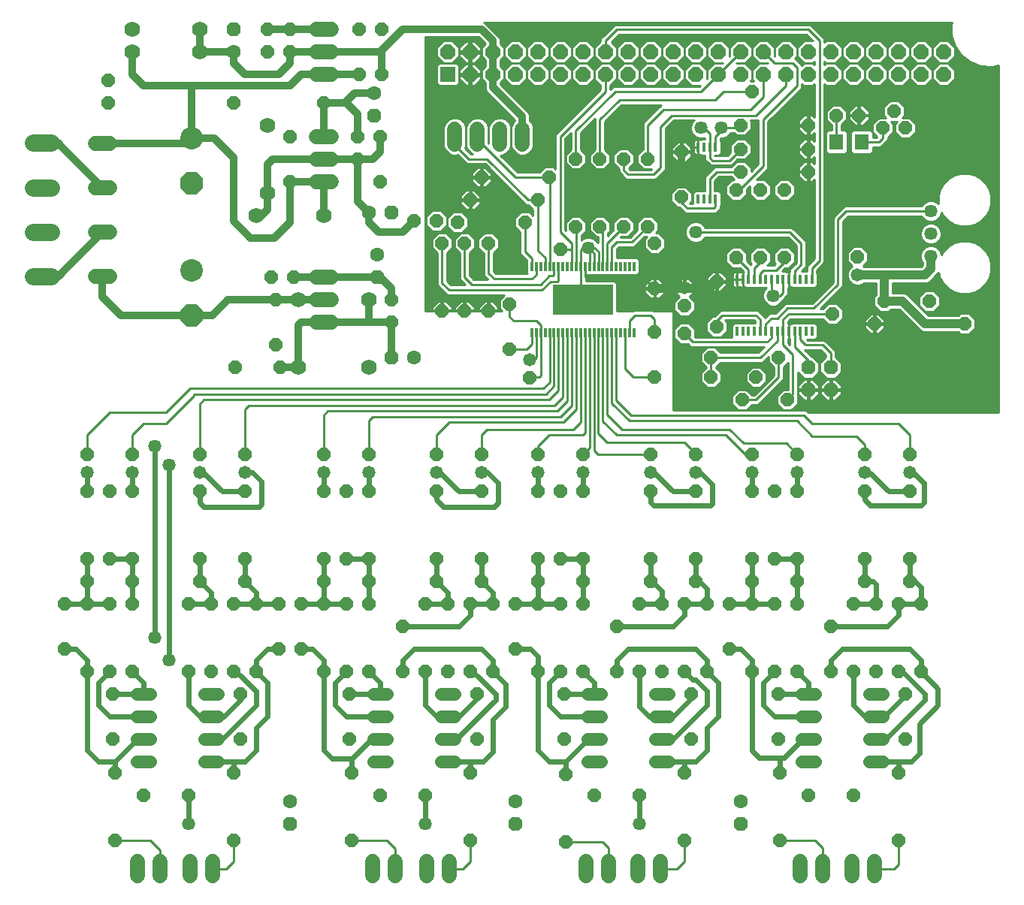
<source format=gtl>
G75*
%MOIN*%
%OFA0B0*%
%FSLAX25Y25*%
%IPPOS*%
%LPD*%
%AMOC8*
5,1,8,0,0,1.08239X$1,22.5*
%
%ADD10OC8,0.05800*%
%ADD11R,0.01181X0.04331*%
%ADD12R,0.27000X0.13386*%
%ADD13C,0.05800*%
%ADD14C,0.05800*%
%ADD15C,0.06600*%
%ADD16C,0.10000*%
%ADD17OC8,0.10000*%
%ADD18C,0.06931*%
%ADD19OC8,0.06300*%
%ADD20C,0.06300*%
%ADD21R,0.01200X0.03900*%
%ADD22OC8,0.06200*%
%ADD23C,0.05750*%
%ADD24R,0.01378X0.03937*%
%ADD25C,0.06537*%
%ADD26R,0.06600X0.06600*%
%ADD27OC8,0.06600*%
%ADD28C,0.07800*%
%ADD29R,0.06299X0.07098*%
%ADD30C,0.01000*%
%ADD31C,0.04000*%
%ADD32C,0.03200*%
%ADD33OC8,0.05750*%
%ADD34C,0.02400*%
D10*
X0048500Y0042102D03*
X0061000Y0062102D03*
X0048500Y0072102D03*
X0047250Y0087102D03*
X0047250Y0107102D03*
X0046000Y0117102D03*
X0036000Y0117102D03*
X0026000Y0127102D03*
X0026000Y0147102D03*
X0036000Y0147102D03*
X0046000Y0147102D03*
X0036000Y0157102D03*
X0036000Y0167102D03*
X0046000Y0167102D03*
X0056000Y0167102D03*
X0056000Y0157102D03*
X0056000Y0147102D03*
X0081000Y0147102D03*
X0091000Y0147102D03*
X0101000Y0147102D03*
X0106000Y0157102D03*
X0106000Y0167102D03*
X0111000Y0147102D03*
X0121000Y0147102D03*
X0131000Y0147102D03*
X0141000Y0147102D03*
X0151000Y0147102D03*
X0161000Y0147102D03*
X0161000Y0157102D03*
X0161000Y0167102D03*
X0151000Y0167102D03*
X0141000Y0167102D03*
X0141000Y0157102D03*
X0131000Y0127102D03*
X0121000Y0127102D03*
X0111000Y0117102D03*
X0104125Y0107102D03*
X0101000Y0117102D03*
X0091000Y0117102D03*
X0081000Y0117102D03*
X0056000Y0117102D03*
X0086000Y0157102D03*
X0086000Y0167102D03*
X0086000Y0197102D03*
X0086000Y0213602D03*
X0106000Y0213602D03*
X0106000Y0197102D03*
X0141000Y0197102D03*
X0151000Y0197102D03*
X0161000Y0197102D03*
X0161000Y0213602D03*
X0141000Y0213602D03*
X0121625Y0252102D03*
X0119750Y0262102D03*
X0119750Y0282102D03*
X0117875Y0292102D03*
X0127875Y0292102D03*
X0101625Y0252102D03*
X0056000Y0213602D03*
X0056000Y0197102D03*
X0046000Y0197102D03*
X0036000Y0197102D03*
X0036000Y0213602D03*
X0141000Y0117102D03*
X0151000Y0117102D03*
X0161000Y0117102D03*
X0152250Y0107102D03*
X0152250Y0087102D03*
X0153500Y0072102D03*
X0166000Y0062102D03*
X0186000Y0062102D03*
X0206000Y0072102D03*
X0209125Y0087102D03*
X0209125Y0107102D03*
X0206000Y0117102D03*
X0196000Y0117102D03*
X0186000Y0117102D03*
X0176000Y0117102D03*
X0176000Y0137102D03*
X0186000Y0147102D03*
X0196000Y0147102D03*
X0206000Y0147102D03*
X0216000Y0147102D03*
X0211000Y0157102D03*
X0211000Y0167102D03*
X0191000Y0167102D03*
X0191000Y0157102D03*
X0226000Y0147102D03*
X0236000Y0147102D03*
X0246000Y0147102D03*
X0256000Y0147102D03*
X0256000Y0157102D03*
X0256000Y0167102D03*
X0246000Y0167102D03*
X0236000Y0167102D03*
X0236000Y0157102D03*
X0226000Y0127102D03*
X0216000Y0117102D03*
X0236000Y0117102D03*
X0246000Y0117102D03*
X0256000Y0117102D03*
X0247875Y0107102D03*
X0247875Y0087102D03*
X0248500Y0071477D03*
X0261000Y0062102D03*
X0248500Y0041477D03*
X0281000Y0062102D03*
X0301000Y0072102D03*
X0304125Y0087102D03*
X0304125Y0107102D03*
X0301000Y0117102D03*
X0291000Y0117102D03*
X0281000Y0117102D03*
X0271000Y0117102D03*
X0271000Y0137102D03*
X0281000Y0147102D03*
X0291000Y0147102D03*
X0301000Y0147102D03*
X0311000Y0147102D03*
X0321000Y0147102D03*
X0331000Y0147102D03*
X0331000Y0157102D03*
X0331000Y0167102D03*
X0341000Y0167102D03*
X0351000Y0167102D03*
X0351000Y0157102D03*
X0351000Y0147102D03*
X0341000Y0147102D03*
X0366000Y0137102D03*
X0376000Y0147102D03*
X0386000Y0147102D03*
X0381000Y0157102D03*
X0381000Y0167102D03*
X0396000Y0147102D03*
X0406000Y0147102D03*
X0401000Y0157102D03*
X0401000Y0167102D03*
X0401000Y0197102D03*
X0401000Y0213602D03*
X0381000Y0213602D03*
X0381000Y0197102D03*
X0351000Y0197102D03*
X0341000Y0197102D03*
X0331000Y0197102D03*
X0331000Y0213602D03*
X0351000Y0213602D03*
X0346625Y0237727D03*
X0332875Y0247727D03*
X0326625Y0237727D03*
X0312875Y0247727D03*
X0312875Y0256477D03*
X0315375Y0270227D03*
X0301000Y0279352D03*
X0287875Y0287102D03*
X0287875Y0267727D03*
X0287875Y0247727D03*
X0286000Y0213602D03*
X0286000Y0197102D03*
X0306000Y0197102D03*
X0306000Y0213602D03*
X0342875Y0256477D03*
X0315375Y0290227D03*
X0324125Y0300852D03*
X0334750Y0300852D03*
X0345375Y0300852D03*
X0345375Y0330852D03*
X0356000Y0338977D03*
X0356000Y0348977D03*
X0356000Y0359602D03*
X0368500Y0363977D03*
X0378500Y0363977D03*
X0389125Y0358352D03*
X0394125Y0365852D03*
X0399125Y0358352D03*
X0377875Y0301102D03*
X0389750Y0281477D03*
X0385375Y0271477D03*
X0409750Y0281477D03*
X0425375Y0271477D03*
X0334750Y0330852D03*
X0324125Y0330852D03*
X0326000Y0338977D03*
X0326000Y0348977D03*
X0326000Y0359602D03*
X0299750Y0347727D03*
X0284750Y0344602D03*
X0274125Y0344602D03*
X0263500Y0344602D03*
X0252875Y0344602D03*
X0241000Y0336477D03*
X0236000Y0326477D03*
X0230375Y0316477D03*
X0214125Y0307102D03*
X0203500Y0307102D03*
X0193500Y0307102D03*
X0191000Y0317102D03*
X0200375Y0316477D03*
X0206000Y0326477D03*
X0211000Y0336477D03*
X0181000Y0317102D03*
X0166000Y0334602D03*
X0156000Y0344602D03*
X0156000Y0354602D03*
X0166000Y0354602D03*
X0166625Y0382102D03*
X0156625Y0382102D03*
X0141000Y0369602D03*
X0126000Y0354602D03*
X0126000Y0334602D03*
X0101000Y0369602D03*
X0116000Y0392102D03*
X0126000Y0392102D03*
X0126000Y0402102D03*
X0116000Y0402102D03*
X0156625Y0402102D03*
X0166625Y0402102D03*
X0252875Y0314602D03*
X0263500Y0314602D03*
X0274125Y0314602D03*
X0284750Y0314602D03*
X0287875Y0307102D03*
X0299750Y0327727D03*
X0223500Y0280227D03*
X0214125Y0277102D03*
X0203500Y0277102D03*
X0193500Y0277102D03*
X0171000Y0272102D03*
X0171000Y0282102D03*
X0223500Y0260227D03*
X0232250Y0247477D03*
X0236000Y0213602D03*
X0236000Y0197102D03*
X0246000Y0197102D03*
X0256000Y0197102D03*
X0256000Y0213602D03*
X0211000Y0213602D03*
X0211000Y0197102D03*
X0191000Y0197102D03*
X0191000Y0213602D03*
X0286000Y0167102D03*
X0286000Y0157102D03*
X0306000Y0157102D03*
X0306000Y0167102D03*
X0321000Y0127102D03*
X0311000Y0117102D03*
X0331000Y0117102D03*
X0341000Y0117102D03*
X0351000Y0117102D03*
X0342875Y0107102D03*
X0342875Y0087102D03*
X0343500Y0072102D03*
X0356000Y0062102D03*
X0376000Y0062102D03*
X0396000Y0072102D03*
X0399125Y0087102D03*
X0399125Y0107102D03*
X0396000Y0117102D03*
X0406000Y0117102D03*
X0386000Y0117102D03*
X0376000Y0117102D03*
X0366000Y0117102D03*
X0343500Y0042102D03*
X0301000Y0042102D03*
X0206000Y0042102D03*
X0153500Y0042102D03*
X0104125Y0087102D03*
X0101000Y0072102D03*
X0081000Y0062102D03*
X0101000Y0042102D03*
X0396000Y0042102D03*
X0045375Y0369602D03*
X0045375Y0379602D03*
D11*
X0233362Y0296866D03*
X0235331Y0296866D03*
X0237299Y0296866D03*
X0239268Y0296866D03*
X0241236Y0296866D03*
X0243205Y0296866D03*
X0245173Y0296866D03*
X0247142Y0296866D03*
X0249110Y0296866D03*
X0251079Y0296866D03*
X0253047Y0296866D03*
X0255016Y0296866D03*
X0256984Y0296866D03*
X0258953Y0296866D03*
X0260921Y0296866D03*
X0262890Y0296866D03*
X0264858Y0296866D03*
X0266827Y0296866D03*
X0268795Y0296866D03*
X0270764Y0296866D03*
X0272732Y0296866D03*
X0274701Y0296866D03*
X0276669Y0296866D03*
X0278638Y0296866D03*
X0278638Y0267338D03*
X0276669Y0267338D03*
X0274701Y0267338D03*
X0272732Y0267338D03*
X0270764Y0267338D03*
X0268795Y0267338D03*
X0266827Y0267338D03*
X0264858Y0267338D03*
X0262890Y0267338D03*
X0260921Y0267338D03*
X0258953Y0267338D03*
X0256984Y0267338D03*
X0255016Y0267338D03*
X0253047Y0267338D03*
X0251079Y0267338D03*
X0249110Y0267338D03*
X0247142Y0267338D03*
X0245173Y0267338D03*
X0243205Y0267338D03*
X0241236Y0267338D03*
X0239268Y0267338D03*
X0237299Y0267338D03*
X0235331Y0267338D03*
X0233362Y0267338D03*
D12*
X0256000Y0282102D03*
D13*
X0232250Y0255477D03*
X0236000Y0205602D03*
X0256000Y0205602D03*
X0286000Y0205602D03*
X0306000Y0205602D03*
X0331000Y0205602D03*
X0351000Y0205602D03*
X0381000Y0205602D03*
X0401000Y0205602D03*
X0377875Y0293102D03*
X0301000Y0287352D03*
X0211000Y0205602D03*
X0191000Y0205602D03*
X0161000Y0205602D03*
X0141000Y0205602D03*
X0106000Y0205602D03*
X0086000Y0205602D03*
X0056000Y0205602D03*
X0036000Y0205602D03*
D14*
X0058100Y0107102D02*
X0063900Y0107102D01*
X0063900Y0097102D02*
X0058100Y0097102D01*
X0058100Y0087102D02*
X0063900Y0087102D01*
X0063900Y0077102D02*
X0058100Y0077102D01*
X0088100Y0077102D02*
X0093900Y0077102D01*
X0093900Y0087102D02*
X0088100Y0087102D01*
X0088100Y0097102D02*
X0093900Y0097102D01*
X0093900Y0107102D02*
X0088100Y0107102D01*
X0163100Y0107102D02*
X0168900Y0107102D01*
X0168900Y0097102D02*
X0163100Y0097102D01*
X0163100Y0087102D02*
X0168900Y0087102D01*
X0168900Y0077102D02*
X0163100Y0077102D01*
X0193100Y0077102D02*
X0198900Y0077102D01*
X0198900Y0087102D02*
X0193100Y0087102D01*
X0193100Y0097102D02*
X0198900Y0097102D01*
X0198900Y0107102D02*
X0193100Y0107102D01*
X0258100Y0107102D02*
X0263900Y0107102D01*
X0263900Y0097102D02*
X0258100Y0097102D01*
X0258100Y0087102D02*
X0263900Y0087102D01*
X0263900Y0077102D02*
X0258100Y0077102D01*
X0288100Y0077102D02*
X0293900Y0077102D01*
X0293900Y0087102D02*
X0288100Y0087102D01*
X0288100Y0097102D02*
X0293900Y0097102D01*
X0293900Y0107102D02*
X0288100Y0107102D01*
X0353100Y0107102D02*
X0358900Y0107102D01*
X0358900Y0097102D02*
X0353100Y0097102D01*
X0353100Y0087102D02*
X0358900Y0087102D01*
X0358900Y0077102D02*
X0353100Y0077102D01*
X0383100Y0077102D02*
X0388900Y0077102D01*
X0388900Y0087102D02*
X0383100Y0087102D01*
X0383100Y0097102D02*
X0388900Y0097102D01*
X0388900Y0107102D02*
X0383100Y0107102D01*
D15*
X0144300Y0272102D02*
X0137700Y0272102D01*
X0137700Y0282102D02*
X0144300Y0282102D01*
X0144300Y0292102D02*
X0137700Y0292102D01*
X0137700Y0334602D02*
X0144300Y0334602D01*
X0144300Y0344602D02*
X0137700Y0344602D01*
X0137700Y0354602D02*
X0144300Y0354602D01*
X0144300Y0382102D02*
X0137700Y0382102D01*
X0137700Y0392102D02*
X0144300Y0392102D01*
X0144300Y0402102D02*
X0137700Y0402102D01*
X0199125Y0357902D02*
X0199125Y0351302D01*
X0209125Y0351302D02*
X0209125Y0357902D01*
X0219125Y0357902D02*
X0219125Y0351302D01*
X0229125Y0351302D02*
X0229125Y0357902D01*
X0046175Y0351630D02*
X0039575Y0351630D01*
X0039575Y0331930D02*
X0046175Y0331930D01*
X0046175Y0312130D02*
X0039575Y0312130D01*
X0039575Y0292530D02*
X0046175Y0292530D01*
D16*
X0082250Y0295227D03*
X0082250Y0353977D03*
D17*
X0082250Y0333977D03*
X0082250Y0275227D03*
D18*
X0111000Y0319602D03*
X0116000Y0329602D03*
X0141000Y0319602D03*
X0129750Y0282102D03*
X0161000Y0282102D03*
X0161000Y0252102D03*
X0129750Y0252102D03*
X0116000Y0359602D03*
X0086000Y0392102D03*
X0086000Y0402102D03*
X0056000Y0402102D03*
X0056000Y0392102D03*
D19*
X0101000Y0402102D03*
X0163500Y0363977D03*
X0171000Y0320852D03*
X0164750Y0292102D03*
X0171000Y0256477D03*
X0126000Y0049602D03*
X0226000Y0049602D03*
X0326000Y0049602D03*
D20*
X0326000Y0059602D03*
X0226000Y0059602D03*
X0126000Y0059602D03*
X0181000Y0256477D03*
X0164750Y0302102D03*
X0161000Y0320852D03*
X0163500Y0373977D03*
X0101000Y0392102D03*
D21*
X0324366Y0291089D03*
X0326925Y0291089D03*
X0329484Y0291089D03*
X0332043Y0291089D03*
X0334602Y0291089D03*
X0337161Y0291089D03*
X0339720Y0291089D03*
X0342280Y0291089D03*
X0344839Y0291089D03*
X0347398Y0291089D03*
X0349957Y0291089D03*
X0352516Y0291089D03*
X0355075Y0291089D03*
X0357634Y0291089D03*
X0357634Y0268115D03*
X0355075Y0268115D03*
X0352516Y0268115D03*
X0349957Y0268115D03*
X0347398Y0268115D03*
X0344839Y0268115D03*
X0342280Y0268115D03*
X0339720Y0268115D03*
X0337161Y0268115D03*
X0334602Y0268115D03*
X0332043Y0268115D03*
X0329484Y0268115D03*
X0326925Y0268115D03*
X0324366Y0268115D03*
D22*
X0356000Y0252102D03*
X0356000Y0242102D03*
X0366000Y0242102D03*
X0366000Y0252102D03*
D23*
X0340375Y0283977D03*
X0306000Y0312102D03*
X0308500Y0358352D03*
X0317250Y0358352D03*
X0258500Y0305227D03*
X0410375Y0301477D03*
X0410375Y0311477D03*
X0410375Y0321477D03*
X0281000Y0049602D03*
X0186000Y0049602D03*
X0081000Y0049602D03*
X0072250Y0122102D03*
X0066000Y0132102D03*
X0072250Y0208977D03*
X0066000Y0217102D03*
D24*
X0307161Y0326836D03*
X0309720Y0326836D03*
X0312280Y0326836D03*
X0314839Y0326836D03*
X0314839Y0349868D03*
X0312280Y0349868D03*
X0309720Y0349868D03*
X0307161Y0349868D03*
D25*
X0290375Y0032871D02*
X0290375Y0026334D01*
X0280375Y0026334D02*
X0280375Y0032871D01*
X0267250Y0032871D02*
X0267250Y0026334D01*
X0257250Y0026334D02*
X0257250Y0032871D01*
X0196625Y0032871D02*
X0196625Y0026334D01*
X0186625Y0026334D02*
X0186625Y0032871D01*
X0172875Y0032871D02*
X0172875Y0026334D01*
X0162875Y0026334D02*
X0162875Y0032871D01*
X0091625Y0032871D02*
X0091625Y0026334D01*
X0081625Y0026334D02*
X0081625Y0032871D01*
X0068500Y0032871D02*
X0068500Y0026334D01*
X0058500Y0026334D02*
X0058500Y0032871D01*
X0352250Y0032871D02*
X0352250Y0026334D01*
X0362250Y0026334D02*
X0362250Y0032871D01*
X0375375Y0032871D02*
X0375375Y0026334D01*
X0385375Y0026334D02*
X0385375Y0032871D01*
D26*
X0196000Y0382102D03*
D27*
X0206000Y0382102D03*
X0216000Y0382102D03*
X0216000Y0392102D03*
X0206000Y0392102D03*
X0196000Y0392102D03*
X0226000Y0392102D03*
X0226000Y0382102D03*
X0236000Y0382102D03*
X0246000Y0382102D03*
X0256000Y0382102D03*
X0266000Y0382102D03*
X0276000Y0382102D03*
X0276000Y0392102D03*
X0266000Y0392102D03*
X0256000Y0392102D03*
X0246000Y0392102D03*
X0236000Y0392102D03*
X0286000Y0392102D03*
X0286000Y0382102D03*
X0296000Y0382102D03*
X0306000Y0382102D03*
X0316000Y0382102D03*
X0326000Y0382102D03*
X0336000Y0382102D03*
X0336000Y0392102D03*
X0326000Y0392102D03*
X0316000Y0392102D03*
X0306000Y0392102D03*
X0296000Y0392102D03*
X0346000Y0392102D03*
X0346000Y0382102D03*
X0356000Y0382102D03*
X0366000Y0382102D03*
X0376000Y0382102D03*
X0386000Y0382102D03*
X0386000Y0392102D03*
X0376000Y0392102D03*
X0366000Y0392102D03*
X0356000Y0392102D03*
X0396000Y0392102D03*
X0396000Y0382102D03*
X0406000Y0382102D03*
X0416000Y0382102D03*
X0416000Y0392102D03*
X0406000Y0392102D03*
D28*
X0019900Y0351702D02*
X0012100Y0351702D01*
X0012100Y0331902D02*
X0019900Y0331902D01*
X0019900Y0312302D02*
X0012100Y0312302D01*
X0012100Y0292502D02*
X0019900Y0292502D01*
D29*
X0368527Y0352102D03*
X0379723Y0352102D03*
D30*
X0387250Y0352102D01*
X0389125Y0353977D01*
X0389125Y0358352D01*
X0385856Y0361588D02*
X0382334Y0361588D01*
X0382900Y0362155D02*
X0382900Y0363677D01*
X0378800Y0363677D01*
X0378800Y0359577D01*
X0380323Y0359577D01*
X0382900Y0362155D01*
X0382900Y0362587D02*
X0386855Y0362587D01*
X0387220Y0362952D02*
X0384525Y0360257D01*
X0384525Y0356447D01*
X0386504Y0354468D01*
X0386339Y0354302D01*
X0384573Y0354302D01*
X0384573Y0356355D01*
X0383577Y0357351D01*
X0375870Y0357351D01*
X0374874Y0356355D01*
X0374874Y0347849D01*
X0375870Y0346853D01*
X0383577Y0346853D01*
X0384573Y0347849D01*
X0384573Y0349902D01*
X0388161Y0349902D01*
X0390036Y0351777D01*
X0391325Y0353066D01*
X0391325Y0354047D01*
X0393725Y0356447D01*
X0393725Y0360257D01*
X0392730Y0361252D01*
X0395520Y0361252D01*
X0394525Y0360257D01*
X0394525Y0356447D01*
X0397220Y0353752D01*
X0401030Y0353752D01*
X0403725Y0356447D01*
X0403725Y0360257D01*
X0401030Y0362952D01*
X0397730Y0362952D01*
X0398725Y0363947D01*
X0398725Y0367757D01*
X0396030Y0370452D01*
X0392220Y0370452D01*
X0389525Y0367757D01*
X0389525Y0363947D01*
X0390520Y0362952D01*
X0387220Y0362952D01*
X0389886Y0363585D02*
X0382900Y0363585D01*
X0382900Y0364277D02*
X0382900Y0365800D01*
X0380323Y0368377D01*
X0378800Y0368377D01*
X0378800Y0364277D01*
X0382900Y0364277D01*
X0382900Y0364584D02*
X0389525Y0364584D01*
X0389525Y0365583D02*
X0382900Y0365583D01*
X0382119Y0366581D02*
X0389525Y0366581D01*
X0389525Y0367580D02*
X0381120Y0367580D01*
X0378800Y0367580D02*
X0378200Y0367580D01*
X0378200Y0368377D02*
X0376677Y0368377D01*
X0374100Y0365800D01*
X0374100Y0364277D01*
X0378200Y0364277D01*
X0378200Y0363677D01*
X0378800Y0363677D01*
X0378800Y0364277D01*
X0378200Y0364277D01*
X0378200Y0368377D01*
X0378200Y0366581D02*
X0378800Y0366581D01*
X0378800Y0365583D02*
X0378200Y0365583D01*
X0378200Y0364584D02*
X0378800Y0364584D01*
X0378800Y0363585D02*
X0378200Y0363585D01*
X0378200Y0363677D02*
X0378200Y0359577D01*
X0376677Y0359577D01*
X0374100Y0362155D01*
X0374100Y0363677D01*
X0378200Y0363677D01*
X0378200Y0362587D02*
X0378800Y0362587D01*
X0378800Y0361588D02*
X0378200Y0361588D01*
X0378200Y0360590D02*
X0378800Y0360590D01*
X0378800Y0359591D02*
X0378200Y0359591D01*
X0376663Y0359591D02*
X0370727Y0359591D01*
X0370727Y0359698D02*
X0373100Y0362072D01*
X0373100Y0365882D01*
X0370405Y0368577D01*
X0366595Y0368577D01*
X0363900Y0365882D01*
X0363900Y0362072D01*
X0366327Y0359645D01*
X0366327Y0357351D01*
X0364673Y0357351D01*
X0363677Y0356355D01*
X0363677Y0347849D01*
X0364673Y0346853D01*
X0372380Y0346853D01*
X0373376Y0347849D01*
X0373376Y0356355D01*
X0372380Y0357351D01*
X0370727Y0357351D01*
X0370727Y0359698D01*
X0370727Y0358593D02*
X0384525Y0358593D01*
X0384525Y0359591D02*
X0380337Y0359591D01*
X0381335Y0360590D02*
X0384858Y0360590D01*
X0384525Y0357594D02*
X0370727Y0357594D01*
X0373136Y0356596D02*
X0375114Y0356596D01*
X0374874Y0355597D02*
X0373376Y0355597D01*
X0373376Y0354599D02*
X0374874Y0354599D01*
X0374874Y0353600D02*
X0373376Y0353600D01*
X0373376Y0352602D02*
X0374874Y0352602D01*
X0374874Y0351603D02*
X0373376Y0351603D01*
X0373376Y0350605D02*
X0374874Y0350605D01*
X0374874Y0349606D02*
X0373376Y0349606D01*
X0373376Y0348608D02*
X0374874Y0348608D01*
X0375113Y0347609D02*
X0373137Y0347609D01*
X0368527Y0352102D02*
X0368527Y0363950D01*
X0368500Y0363977D01*
X0371618Y0360590D02*
X0375665Y0360590D01*
X0374666Y0361588D02*
X0372617Y0361588D01*
X0373100Y0362587D02*
X0374100Y0362587D01*
X0374100Y0363585D02*
X0373100Y0363585D01*
X0373100Y0364584D02*
X0374100Y0364584D01*
X0374100Y0365583D02*
X0373100Y0365583D01*
X0372401Y0366581D02*
X0374881Y0366581D01*
X0375880Y0367580D02*
X0371403Y0367580D01*
X0365597Y0367580D02*
X0363200Y0367580D01*
X0363200Y0368578D02*
X0390346Y0368578D01*
X0391344Y0369577D02*
X0363200Y0369577D01*
X0363200Y0370575D02*
X0440421Y0370575D01*
X0440421Y0369577D02*
X0396906Y0369577D01*
X0397904Y0368578D02*
X0440421Y0368578D01*
X0440421Y0367580D02*
X0398725Y0367580D01*
X0398725Y0366581D02*
X0440421Y0366581D01*
X0440421Y0365583D02*
X0398725Y0365583D01*
X0398725Y0364584D02*
X0440421Y0364584D01*
X0440421Y0363585D02*
X0398364Y0363585D01*
X0401395Y0362587D02*
X0440421Y0362587D01*
X0440421Y0361588D02*
X0402394Y0361588D01*
X0403392Y0360590D02*
X0440421Y0360590D01*
X0440421Y0359591D02*
X0403725Y0359591D01*
X0403725Y0358593D02*
X0440421Y0358593D01*
X0440421Y0357594D02*
X0403725Y0357594D01*
X0403725Y0356596D02*
X0440421Y0356596D01*
X0440421Y0355597D02*
X0402876Y0355597D01*
X0401877Y0354599D02*
X0440421Y0354599D01*
X0440421Y0353600D02*
X0391325Y0353600D01*
X0390861Y0352602D02*
X0440421Y0352602D01*
X0440421Y0351603D02*
X0389863Y0351603D01*
X0388864Y0350605D02*
X0440421Y0350605D01*
X0440421Y0349606D02*
X0384573Y0349606D01*
X0384573Y0348608D02*
X0440421Y0348608D01*
X0440421Y0347609D02*
X0384334Y0347609D01*
X0384573Y0354599D02*
X0386373Y0354599D01*
X0385374Y0355597D02*
X0384573Y0355597D01*
X0384525Y0356596D02*
X0384333Y0356596D01*
X0391877Y0354599D02*
X0396373Y0354599D01*
X0395374Y0355597D02*
X0392876Y0355597D01*
X0393725Y0356596D02*
X0394525Y0356596D01*
X0394525Y0357594D02*
X0393725Y0357594D01*
X0393725Y0358593D02*
X0394525Y0358593D01*
X0394525Y0359591D02*
X0393725Y0359591D01*
X0393392Y0360590D02*
X0394858Y0360590D01*
X0393929Y0377102D02*
X0398071Y0377102D01*
X0401000Y0380031D01*
X0403929Y0377102D01*
X0408071Y0377102D01*
X0411000Y0380031D01*
X0413929Y0377102D01*
X0418071Y0377102D01*
X0421000Y0380031D01*
X0421000Y0384173D01*
X0418071Y0387102D01*
X0413929Y0387102D01*
X0411000Y0384173D01*
X0408071Y0387102D01*
X0403929Y0387102D01*
X0401000Y0384173D01*
X0398071Y0387102D01*
X0393929Y0387102D01*
X0391000Y0384173D01*
X0388071Y0387102D01*
X0383929Y0387102D01*
X0381000Y0384173D01*
X0378071Y0387102D01*
X0373929Y0387102D01*
X0371000Y0384173D01*
X0371000Y0380031D01*
X0373929Y0377102D01*
X0378071Y0377102D01*
X0381000Y0380031D01*
X0383929Y0377102D01*
X0388071Y0377102D01*
X0391000Y0380031D01*
X0393929Y0377102D01*
X0393466Y0377565D02*
X0388534Y0377565D01*
X0389532Y0378563D02*
X0392468Y0378563D01*
X0391469Y0379562D02*
X0390531Y0379562D01*
X0391000Y0380031D02*
X0391000Y0384173D01*
X0391000Y0380031D01*
X0391000Y0380560D02*
X0391000Y0380560D01*
X0391000Y0381559D02*
X0391000Y0381559D01*
X0391000Y0382557D02*
X0391000Y0382557D01*
X0391000Y0383556D02*
X0391000Y0383556D01*
X0390619Y0384554D02*
X0391381Y0384554D01*
X0392380Y0385553D02*
X0389620Y0385553D01*
X0388622Y0386551D02*
X0393378Y0386551D01*
X0393929Y0387102D02*
X0398071Y0387102D01*
X0401000Y0390031D01*
X0403929Y0387102D01*
X0408071Y0387102D01*
X0411000Y0390031D01*
X0413929Y0387102D01*
X0418071Y0387102D01*
X0421000Y0390031D01*
X0421000Y0394173D01*
X0418071Y0397102D01*
X0413929Y0397102D01*
X0411000Y0394173D01*
X0411000Y0390031D01*
X0411000Y0394173D01*
X0408071Y0397102D01*
X0403929Y0397102D01*
X0401000Y0394173D01*
X0398071Y0397102D01*
X0393929Y0397102D01*
X0391000Y0394173D01*
X0388071Y0397102D01*
X0383929Y0397102D01*
X0381000Y0394173D01*
X0378071Y0397102D01*
X0373929Y0397102D01*
X0371000Y0394173D01*
X0371000Y0390031D01*
X0373929Y0387102D01*
X0378071Y0387102D01*
X0381000Y0390031D01*
X0383929Y0387102D01*
X0388071Y0387102D01*
X0391000Y0390031D01*
X0393929Y0387102D01*
X0393481Y0387550D02*
X0388519Y0387550D01*
X0389517Y0388548D02*
X0392483Y0388548D01*
X0391484Y0389547D02*
X0390516Y0389547D01*
X0391000Y0390031D02*
X0391000Y0394173D01*
X0391000Y0390031D01*
X0391000Y0390545D02*
X0391000Y0390545D01*
X0391000Y0391544D02*
X0391000Y0391544D01*
X0391000Y0392542D02*
X0391000Y0392542D01*
X0391000Y0393541D02*
X0391000Y0393541D01*
X0390634Y0394539D02*
X0391366Y0394539D01*
X0392365Y0395538D02*
X0389635Y0395538D01*
X0388637Y0396536D02*
X0393363Y0396536D01*
X0398637Y0396536D02*
X0403363Y0396536D01*
X0402365Y0395538D02*
X0399635Y0395538D01*
X0400634Y0394539D02*
X0401366Y0394539D01*
X0401000Y0394173D02*
X0401000Y0390031D01*
X0401000Y0394173D01*
X0401000Y0393541D02*
X0401000Y0393541D01*
X0401000Y0392542D02*
X0401000Y0392542D01*
X0401000Y0391544D02*
X0401000Y0391544D01*
X0401000Y0390545D02*
X0401000Y0390545D01*
X0400516Y0389547D02*
X0401484Y0389547D01*
X0402483Y0388548D02*
X0399517Y0388548D01*
X0398519Y0387550D02*
X0403481Y0387550D01*
X0403378Y0386551D02*
X0398622Y0386551D01*
X0399620Y0385553D02*
X0402380Y0385553D01*
X0401381Y0384554D02*
X0400619Y0384554D01*
X0401000Y0384173D02*
X0401000Y0380031D01*
X0401000Y0384173D01*
X0401000Y0383556D02*
X0401000Y0383556D01*
X0401000Y0382557D02*
X0401000Y0382557D01*
X0401000Y0381559D02*
X0401000Y0381559D01*
X0401000Y0380560D02*
X0401000Y0380560D01*
X0400531Y0379562D02*
X0401469Y0379562D01*
X0402468Y0378563D02*
X0399532Y0378563D01*
X0398534Y0377565D02*
X0403466Y0377565D01*
X0408534Y0377565D02*
X0413466Y0377565D01*
X0412468Y0378563D02*
X0409532Y0378563D01*
X0410531Y0379562D02*
X0411469Y0379562D01*
X0411000Y0380031D02*
X0411000Y0384173D01*
X0411000Y0380031D01*
X0411000Y0380560D02*
X0411000Y0380560D01*
X0411000Y0381559D02*
X0411000Y0381559D01*
X0411000Y0382557D02*
X0411000Y0382557D01*
X0411000Y0383556D02*
X0411000Y0383556D01*
X0410619Y0384554D02*
X0411381Y0384554D01*
X0412380Y0385553D02*
X0409620Y0385553D01*
X0408622Y0386551D02*
X0413378Y0386551D01*
X0413481Y0387550D02*
X0408519Y0387550D01*
X0409517Y0388548D02*
X0412483Y0388548D01*
X0411484Y0389547D02*
X0410516Y0389547D01*
X0411000Y0390545D02*
X0411000Y0390545D01*
X0411000Y0391544D02*
X0411000Y0391544D01*
X0411000Y0392542D02*
X0411000Y0392542D01*
X0411000Y0393541D02*
X0411000Y0393541D01*
X0410634Y0394539D02*
X0411366Y0394539D01*
X0412365Y0395538D02*
X0409635Y0395538D01*
X0408637Y0396536D02*
X0413363Y0396536D01*
X0418637Y0396536D02*
X0420495Y0396536D01*
X0420803Y0395538D02*
X0419635Y0395538D01*
X0420634Y0394539D02*
X0421239Y0394539D01*
X0421006Y0394881D02*
X0423800Y0390783D01*
X0423800Y0390783D01*
X0423800Y0390783D01*
X0427679Y0387690D01*
X0432297Y0385877D01*
X0437244Y0385506D01*
X0440421Y0386232D01*
X0440421Y0232102D01*
X0355986Y0232102D01*
X0355036Y0233052D01*
X0296000Y0233052D01*
X0296000Y0277102D01*
X0287236Y0277102D01*
X0286911Y0277427D01*
X0278214Y0277427D01*
X0277889Y0277102D01*
X0271200Y0277102D01*
X0271200Y0289499D01*
X0270204Y0290495D01*
X0257216Y0290495D01*
X0257216Y0293200D01*
X0257458Y0293200D01*
X0257658Y0293000D01*
X0279933Y0293000D01*
X0280928Y0293996D01*
X0280928Y0299735D01*
X0279933Y0300731D01*
X0270995Y0300731D01*
X0270995Y0304611D01*
X0271911Y0305527D01*
X0278786Y0305527D01*
X0283261Y0310002D01*
X0284270Y0310002D01*
X0283275Y0309007D01*
X0283275Y0305197D01*
X0285970Y0302502D01*
X0289780Y0302502D01*
X0292475Y0305197D01*
X0292475Y0309007D01*
X0289780Y0311702D01*
X0288355Y0311702D01*
X0289350Y0312697D01*
X0289350Y0316507D01*
X0286655Y0319202D01*
X0282845Y0319202D01*
X0280150Y0316507D01*
X0280150Y0313113D01*
X0276964Y0309927D01*
X0272561Y0309927D01*
X0272636Y0310002D01*
X0276030Y0310002D01*
X0278725Y0312697D01*
X0278725Y0316507D01*
X0276030Y0319202D01*
X0272220Y0319202D01*
X0269525Y0316507D01*
X0269525Y0313113D01*
X0267058Y0310647D01*
X0267058Y0311655D01*
X0268100Y0312697D01*
X0268100Y0316507D01*
X0265405Y0319202D01*
X0261595Y0319202D01*
X0258900Y0316507D01*
X0258900Y0312697D01*
X0261595Y0310002D01*
X0262658Y0310002D01*
X0262658Y0307404D01*
X0262463Y0307875D01*
X0261148Y0309190D01*
X0259430Y0309902D01*
X0257570Y0309902D01*
X0255852Y0309190D01*
X0255247Y0308585D01*
X0255247Y0310469D01*
X0257475Y0312697D01*
X0257475Y0316507D01*
X0254780Y0319202D01*
X0250970Y0319202D01*
X0248275Y0316507D01*
X0248275Y0312938D01*
X0248200Y0313013D01*
X0248200Y0353691D01*
X0250675Y0356166D01*
X0250675Y0348907D01*
X0248275Y0346507D01*
X0248275Y0342697D01*
X0250970Y0340002D01*
X0254780Y0340002D01*
X0257475Y0342697D01*
X0257475Y0346507D01*
X0255075Y0348907D01*
X0255075Y0356191D01*
X0261300Y0362416D01*
X0261300Y0348907D01*
X0258900Y0346507D01*
X0258900Y0342697D01*
X0261595Y0340002D01*
X0265405Y0340002D01*
X0268100Y0342697D01*
X0268100Y0346507D01*
X0265700Y0348907D01*
X0265700Y0361191D01*
X0273161Y0368652D01*
X0290689Y0368652D01*
X0283839Y0361802D01*
X0282550Y0360513D01*
X0282550Y0348907D01*
X0280150Y0346507D01*
X0280150Y0342697D01*
X0282845Y0340002D01*
X0286414Y0340002D01*
X0286339Y0339927D01*
X0276911Y0339927D01*
X0276433Y0340405D01*
X0278725Y0342697D01*
X0278725Y0346507D01*
X0276030Y0349202D01*
X0272220Y0349202D01*
X0269525Y0346507D01*
X0269525Y0342697D01*
X0271925Y0340297D01*
X0271925Y0338691D01*
X0273214Y0337402D01*
X0275089Y0335527D01*
X0288161Y0335527D01*
X0292575Y0339941D01*
X0292575Y0358066D01*
X0296286Y0361777D01*
X0305314Y0361777D01*
X0304537Y0361000D01*
X0303825Y0359282D01*
X0303825Y0357422D01*
X0304537Y0355704D01*
X0305852Y0354389D01*
X0307570Y0353677D01*
X0309430Y0353677D01*
X0310050Y0353934D01*
X0310050Y0353536D01*
X0308327Y0353536D01*
X0308111Y0353320D01*
X0308048Y0353336D01*
X0307161Y0353336D01*
X0306275Y0353336D01*
X0305893Y0353234D01*
X0305551Y0353037D01*
X0305272Y0352757D01*
X0305075Y0352415D01*
X0304972Y0352034D01*
X0304972Y0349868D01*
X0307161Y0349868D01*
X0307161Y0349868D01*
X0307161Y0353336D01*
X0307161Y0349868D01*
X0307161Y0349868D01*
X0304972Y0349868D01*
X0304972Y0347702D01*
X0305075Y0347320D01*
X0305272Y0346978D01*
X0305551Y0346699D01*
X0305893Y0346502D01*
X0306275Y0346399D01*
X0307161Y0346399D01*
X0307161Y0349868D01*
X0307161Y0349868D01*
X0307161Y0346399D01*
X0308048Y0346399D01*
X0308111Y0346416D01*
X0308327Y0346199D01*
X0310080Y0346199D01*
X0310080Y0344286D01*
X0311368Y0342998D01*
X0312589Y0341777D01*
X0321911Y0341777D01*
X0324511Y0344377D01*
X0327905Y0344377D01*
X0330600Y0347072D01*
X0330600Y0350882D01*
X0327905Y0353577D01*
X0324095Y0353577D01*
X0321400Y0350882D01*
X0321400Y0347488D01*
X0320089Y0346177D01*
X0314480Y0346177D01*
X0314480Y0346199D01*
X0316232Y0346199D01*
X0317228Y0347195D01*
X0317228Y0352540D01*
X0316950Y0352818D01*
X0316950Y0353677D01*
X0318180Y0353677D01*
X0319898Y0354389D01*
X0321213Y0355704D01*
X0321399Y0356152D01*
X0322945Y0356152D01*
X0324095Y0355002D01*
X0327905Y0355002D01*
X0330600Y0357697D01*
X0330600Y0361507D01*
X0330330Y0361777D01*
X0333786Y0361777D01*
X0333800Y0361791D01*
X0333800Y0342388D01*
X0330600Y0339188D01*
X0330600Y0340882D01*
X0327905Y0343577D01*
X0324095Y0343577D01*
X0321695Y0341177D01*
X0314464Y0341177D01*
X0311339Y0338052D01*
X0310050Y0336763D01*
X0310050Y0330505D01*
X0305768Y0330505D01*
X0304772Y0329509D01*
X0304772Y0324927D01*
X0303455Y0324927D01*
X0304350Y0325822D01*
X0304350Y0329632D01*
X0301655Y0332327D01*
X0297845Y0332327D01*
X0295150Y0329632D01*
X0295150Y0325822D01*
X0297845Y0323127D01*
X0298739Y0323127D01*
X0298839Y0323027D01*
X0301339Y0320527D01*
X0315036Y0320527D01*
X0316325Y0321816D01*
X0317039Y0322529D01*
X0317039Y0323975D01*
X0317228Y0324164D01*
X0317228Y0329509D01*
X0316232Y0330505D01*
X0314450Y0330505D01*
X0314450Y0334941D01*
X0316286Y0336777D01*
X0321695Y0336777D01*
X0323020Y0335452D01*
X0322220Y0335452D01*
X0319525Y0332757D01*
X0319525Y0328947D01*
X0322220Y0326252D01*
X0326030Y0326252D01*
X0328725Y0328947D01*
X0328725Y0331091D01*
X0330150Y0332516D01*
X0330150Y0328947D01*
X0332845Y0326252D01*
X0336655Y0326252D01*
X0339350Y0328947D01*
X0339350Y0332757D01*
X0336655Y0335452D01*
X0333086Y0335452D01*
X0336911Y0339277D01*
X0336911Y0339277D01*
X0338200Y0340566D01*
X0338200Y0361191D01*
X0351911Y0374902D01*
X0353200Y0376191D01*
X0353200Y0377831D01*
X0353929Y0377102D01*
X0358071Y0377102D01*
X0358800Y0377831D01*
X0358800Y0363025D01*
X0357823Y0364002D01*
X0356300Y0364002D01*
X0356300Y0359902D01*
X0355700Y0359902D01*
X0355700Y0359302D01*
X0356300Y0359302D01*
X0356300Y0355202D01*
X0357823Y0355202D01*
X0358800Y0356180D01*
X0358800Y0352400D01*
X0357823Y0353377D01*
X0356300Y0353377D01*
X0356300Y0349277D01*
X0355700Y0349277D01*
X0355700Y0348677D01*
X0356300Y0348677D01*
X0356300Y0344577D01*
X0357823Y0344577D01*
X0358800Y0345555D01*
X0358800Y0342400D01*
X0357823Y0343377D01*
X0356300Y0343377D01*
X0356300Y0339277D01*
X0355700Y0339277D01*
X0355700Y0338677D01*
X0356300Y0338677D01*
X0356300Y0334577D01*
X0357823Y0334577D01*
X0358800Y0335555D01*
X0358800Y0300513D01*
X0355434Y0297147D01*
X0355434Y0294739D01*
X0352999Y0294739D01*
X0353786Y0295527D01*
X0355075Y0296816D01*
X0355075Y0308013D01*
X0348786Y0314302D01*
X0310149Y0314302D01*
X0309963Y0314750D01*
X0308648Y0316065D01*
X0306930Y0316777D01*
X0305070Y0316777D01*
X0303352Y0316065D01*
X0302037Y0314750D01*
X0301325Y0313032D01*
X0301325Y0311172D01*
X0302037Y0309454D01*
X0303352Y0308139D01*
X0305070Y0307427D01*
X0306930Y0307427D01*
X0308648Y0308139D01*
X0309963Y0309454D01*
X0310149Y0309902D01*
X0346964Y0309902D01*
X0350675Y0306191D01*
X0350675Y0298638D01*
X0347757Y0295720D01*
X0347757Y0294539D01*
X0347398Y0294539D01*
X0347398Y0291090D01*
X0347398Y0291090D01*
X0347398Y0294539D01*
X0346600Y0294539D01*
X0346397Y0294485D01*
X0346143Y0294739D01*
X0344249Y0294739D01*
X0345761Y0296252D01*
X0347280Y0296252D01*
X0349975Y0298947D01*
X0349975Y0302757D01*
X0347280Y0305452D01*
X0343470Y0305452D01*
X0340775Y0302757D01*
X0340775Y0298947D01*
X0341504Y0298218D01*
X0340714Y0297427D01*
X0337830Y0297427D01*
X0339350Y0298947D01*
X0339350Y0302757D01*
X0336655Y0305452D01*
X0332845Y0305452D01*
X0330150Y0302757D01*
X0330150Y0298947D01*
X0330879Y0298218D01*
X0330375Y0297713D01*
X0328725Y0299363D01*
X0328725Y0302757D01*
X0326030Y0305452D01*
X0322220Y0305452D01*
X0319525Y0302757D01*
X0319525Y0298947D01*
X0322220Y0296252D01*
X0325614Y0296252D01*
X0327284Y0294582D01*
X0327284Y0294539D01*
X0326925Y0294539D01*
X0326128Y0294539D01*
X0325746Y0294437D01*
X0325646Y0294379D01*
X0325545Y0294437D01*
X0325164Y0294539D01*
X0324366Y0294539D01*
X0323569Y0294539D01*
X0323187Y0294437D01*
X0322845Y0294240D01*
X0322566Y0293960D01*
X0322368Y0293618D01*
X0322266Y0293237D01*
X0322266Y0291090D01*
X0324366Y0291090D01*
X0324366Y0294539D01*
X0324366Y0291090D01*
X0324366Y0291090D01*
X0324366Y0291089D01*
X0324366Y0291089D01*
X0324366Y0287639D01*
X0323569Y0287639D01*
X0323187Y0287742D01*
X0322845Y0287939D01*
X0322566Y0288218D01*
X0322368Y0288560D01*
X0322266Y0288942D01*
X0322266Y0291089D01*
X0324366Y0291089D01*
X0324366Y0287639D01*
X0325164Y0287639D01*
X0325545Y0287742D01*
X0325646Y0287800D01*
X0325746Y0287742D01*
X0326128Y0287639D01*
X0326925Y0287639D01*
X0326925Y0291089D01*
X0326925Y0291089D01*
X0324366Y0291089D01*
X0324366Y0291090D01*
X0326466Y0291090D01*
X0326925Y0291090D01*
X0326925Y0294539D01*
X0326925Y0291090D01*
X0326925Y0291090D01*
X0326925Y0291089D01*
X0326925Y0287639D01*
X0327723Y0287639D01*
X0327926Y0287694D01*
X0328180Y0287439D01*
X0337226Y0287439D01*
X0336412Y0286625D01*
X0335700Y0284907D01*
X0335700Y0283047D01*
X0336412Y0281329D01*
X0337727Y0280014D01*
X0339445Y0279302D01*
X0341305Y0279302D01*
X0343023Y0280014D01*
X0344338Y0281329D01*
X0344603Y0281969D01*
X0345700Y0283066D01*
X0347039Y0284404D01*
X0347039Y0287639D01*
X0347398Y0287639D01*
X0348195Y0287639D01*
X0348398Y0287694D01*
X0348653Y0287439D01*
X0358938Y0287439D01*
X0359934Y0288435D01*
X0359934Y0293744D01*
X0359834Y0293844D01*
X0359834Y0295325D01*
X0363200Y0298691D01*
X0363200Y0377831D01*
X0363929Y0377102D01*
X0368071Y0377102D01*
X0371000Y0380031D01*
X0371000Y0384173D01*
X0368071Y0387102D01*
X0363929Y0387102D01*
X0363200Y0386373D01*
X0363200Y0387831D01*
X0363929Y0387102D01*
X0368071Y0387102D01*
X0371000Y0390031D01*
X0371000Y0394173D01*
X0368071Y0397102D01*
X0363929Y0397102D01*
X0363200Y0396373D01*
X0363200Y0398013D01*
X0361911Y0399302D01*
X0356911Y0404302D01*
X0270089Y0404302D01*
X0265089Y0399302D01*
X0263800Y0398013D01*
X0263800Y0396973D01*
X0261000Y0394173D01*
X0258071Y0397102D01*
X0253929Y0397102D01*
X0251000Y0394173D01*
X0248071Y0397102D01*
X0243929Y0397102D01*
X0241000Y0394173D01*
X0238071Y0397102D01*
X0233929Y0397102D01*
X0231000Y0394173D01*
X0228071Y0397102D01*
X0223929Y0397102D01*
X0221000Y0394173D01*
X0221000Y0390031D01*
X0223929Y0387102D01*
X0221000Y0384173D01*
X0221000Y0380031D01*
X0223929Y0377102D01*
X0228071Y0377102D01*
X0231000Y0380031D01*
X0233929Y0377102D01*
X0238071Y0377102D01*
X0241000Y0380031D01*
X0243929Y0377102D01*
X0248071Y0377102D01*
X0251000Y0380031D01*
X0253929Y0377102D01*
X0258071Y0377102D01*
X0261000Y0380031D01*
X0263800Y0377231D01*
X0263800Y0375513D01*
X0243800Y0355513D01*
X0243800Y0340182D01*
X0242905Y0341077D01*
X0239095Y0341077D01*
X0236695Y0338677D01*
X0226911Y0338677D01*
X0219286Y0346302D01*
X0220120Y0346302D01*
X0221957Y0347063D01*
X0223364Y0348470D01*
X0224125Y0350307D01*
X0224886Y0348470D01*
X0226293Y0347063D01*
X0228130Y0346302D01*
X0230120Y0346302D01*
X0231957Y0347063D01*
X0233364Y0348470D01*
X0234125Y0350307D01*
X0234125Y0358897D01*
X0233364Y0360734D01*
X0232425Y0361673D01*
X0232425Y0364008D01*
X0231923Y0365221D01*
X0230994Y0366150D01*
X0219300Y0377844D01*
X0219300Y0378331D01*
X0221000Y0380031D01*
X0221000Y0384173D01*
X0219300Y0385873D01*
X0219300Y0388331D01*
X0221000Y0390031D01*
X0221000Y0394173D01*
X0219300Y0395873D01*
X0219300Y0397758D01*
X0218798Y0398971D01*
X0217869Y0399900D01*
X0212869Y0404900D01*
X0211896Y0405303D01*
X0419766Y0405303D01*
X0419544Y0404582D01*
X0419544Y0399622D01*
X0421006Y0394881D01*
X0421006Y0394881D01*
X0421000Y0393541D02*
X0421920Y0393541D01*
X0422601Y0392542D02*
X0421000Y0392542D01*
X0421000Y0391544D02*
X0423281Y0391544D01*
X0424098Y0390545D02*
X0421000Y0390545D01*
X0420516Y0389547D02*
X0425350Y0389547D01*
X0426602Y0388548D02*
X0419517Y0388548D01*
X0418519Y0387550D02*
X0428035Y0387550D01*
X0427679Y0387690D02*
X0427679Y0387690D01*
X0430579Y0386551D02*
X0418622Y0386551D01*
X0419620Y0385553D02*
X0436626Y0385553D01*
X0437244Y0385506D02*
X0437244Y0385506D01*
X0437446Y0385553D02*
X0440421Y0385553D01*
X0440421Y0384554D02*
X0420619Y0384554D01*
X0421000Y0383556D02*
X0440421Y0383556D01*
X0440421Y0382557D02*
X0421000Y0382557D01*
X0421000Y0381559D02*
X0440421Y0381559D01*
X0440421Y0380560D02*
X0421000Y0380560D01*
X0420531Y0379562D02*
X0440421Y0379562D01*
X0440421Y0378563D02*
X0419532Y0378563D01*
X0418534Y0377565D02*
X0440421Y0377565D01*
X0440421Y0376566D02*
X0363200Y0376566D01*
X0363200Y0375568D02*
X0440421Y0375568D01*
X0440421Y0374569D02*
X0363200Y0374569D01*
X0363200Y0373571D02*
X0440421Y0373571D01*
X0440421Y0372572D02*
X0363200Y0372572D01*
X0363200Y0371574D02*
X0440421Y0371574D01*
X0432297Y0385877D02*
X0432297Y0385877D01*
X0420187Y0397535D02*
X0363200Y0397535D01*
X0363200Y0396536D02*
X0363363Y0396536D01*
X0362680Y0398533D02*
X0419879Y0398533D01*
X0419571Y0399532D02*
X0361681Y0399532D01*
X0360683Y0400530D02*
X0419544Y0400530D01*
X0419544Y0401529D02*
X0359684Y0401529D01*
X0358686Y0402527D02*
X0419544Y0402527D01*
X0419544Y0403526D02*
X0357687Y0403526D01*
X0356000Y0402102D02*
X0361000Y0397102D01*
X0361000Y0299602D01*
X0357634Y0296236D01*
X0357634Y0291089D01*
X0359934Y0290694D02*
X0366925Y0290694D01*
X0366925Y0289888D02*
X0357589Y0280552D01*
X0345714Y0280552D01*
X0341339Y0276177D01*
X0338839Y0276177D01*
X0336802Y0274141D01*
X0336802Y0274411D01*
X0335075Y0276138D01*
X0333786Y0277427D01*
X0316964Y0277427D01*
X0314364Y0274827D01*
X0313470Y0274827D01*
X0310775Y0272132D01*
X0310775Y0268322D01*
X0313470Y0265627D01*
X0317280Y0265627D01*
X0319975Y0268322D01*
X0319975Y0272132D01*
X0319080Y0273027D01*
X0331964Y0273027D01*
X0332402Y0272588D01*
X0332402Y0271765D01*
X0323062Y0271765D01*
X0322066Y0270769D01*
X0322066Y0265552D01*
X0305675Y0265552D01*
X0305675Y0269038D01*
X0302936Y0271777D01*
X0299064Y0271777D01*
X0296325Y0269038D01*
X0296325Y0265166D01*
X0299064Y0262427D01*
X0302564Y0262427D01*
X0303839Y0261152D01*
X0336314Y0261152D01*
X0333839Y0258677D01*
X0317180Y0258677D01*
X0314780Y0261077D01*
X0310970Y0261077D01*
X0308275Y0258382D01*
X0308275Y0254572D01*
X0310675Y0252172D01*
X0310675Y0252032D01*
X0308275Y0249632D01*
X0308275Y0245822D01*
X0310970Y0243127D01*
X0314780Y0243127D01*
X0317475Y0245822D01*
X0317475Y0249632D01*
X0315075Y0252032D01*
X0315075Y0252172D01*
X0317180Y0254277D01*
X0335661Y0254277D01*
X0338275Y0256891D01*
X0338275Y0254572D01*
X0340675Y0252172D01*
X0340675Y0248638D01*
X0331964Y0239927D01*
X0330930Y0239927D01*
X0328530Y0242327D01*
X0324720Y0242327D01*
X0322025Y0239632D01*
X0322025Y0235822D01*
X0324720Y0233127D01*
X0328530Y0233127D01*
X0330930Y0235527D01*
X0333786Y0235527D01*
X0343786Y0245527D01*
X0345075Y0246816D01*
X0345075Y0252172D01*
X0346925Y0254022D01*
X0346925Y0242327D01*
X0344720Y0242327D01*
X0342025Y0239632D01*
X0342025Y0235822D01*
X0344720Y0233127D01*
X0348530Y0233127D01*
X0351225Y0235822D01*
X0351225Y0239216D01*
X0351325Y0239316D01*
X0351325Y0249989D01*
X0354012Y0247302D01*
X0357988Y0247302D01*
X0360800Y0250114D01*
X0360800Y0254090D01*
X0357988Y0256902D01*
X0357436Y0256902D01*
X0356911Y0257427D01*
X0354436Y0259902D01*
X0361339Y0259902D01*
X0363800Y0257441D01*
X0363800Y0256690D01*
X0361200Y0254090D01*
X0361200Y0250114D01*
X0364012Y0247302D01*
X0367988Y0247302D01*
X0370800Y0250114D01*
X0370800Y0254090D01*
X0368200Y0256690D01*
X0368200Y0259263D01*
X0366911Y0260552D01*
X0363161Y0264302D01*
X0355661Y0264302D01*
X0355499Y0264465D01*
X0358938Y0264465D01*
X0359934Y0265460D01*
X0359934Y0270769D01*
X0358938Y0271765D01*
X0348653Y0271765D01*
X0348398Y0271510D01*
X0348195Y0271565D01*
X0347398Y0271565D01*
X0347398Y0268115D01*
X0347398Y0268115D01*
X0347398Y0271565D01*
X0347039Y0271565D01*
X0347039Y0272529D01*
X0348161Y0273652D01*
X0362214Y0273652D01*
X0364689Y0271177D01*
X0368561Y0271177D01*
X0371300Y0273916D01*
X0371300Y0277788D01*
X0368561Y0280527D01*
X0364689Y0280527D01*
X0362214Y0278052D01*
X0361311Y0278052D01*
X0370036Y0286777D01*
X0371325Y0288066D01*
X0371325Y0316816D01*
X0373786Y0319277D01*
X0406335Y0319277D01*
X0406497Y0318886D01*
X0407784Y0317599D01*
X0409465Y0316902D01*
X0411285Y0316902D01*
X0412966Y0317599D01*
X0414253Y0318886D01*
X0414950Y0320567D01*
X0414950Y0320936D01*
X0415933Y0319232D01*
X0418130Y0317035D01*
X0420821Y0315482D01*
X0423822Y0314678D01*
X0426928Y0314678D01*
X0429929Y0315482D01*
X0432620Y0317035D01*
X0434817Y0319232D01*
X0436370Y0321923D01*
X0437174Y0324924D01*
X0437174Y0328030D01*
X0436370Y0331031D01*
X0434817Y0333722D01*
X0432620Y0335919D01*
X0429929Y0337472D01*
X0426928Y0338276D01*
X0423822Y0338276D01*
X0420821Y0337472D01*
X0418130Y0335919D01*
X0415933Y0333722D01*
X0414380Y0331031D01*
X0413576Y0328030D01*
X0413576Y0324924D01*
X0413641Y0324681D01*
X0412966Y0325355D01*
X0411285Y0326052D01*
X0409465Y0326052D01*
X0407784Y0325355D01*
X0406497Y0324068D01*
X0406335Y0323677D01*
X0371964Y0323677D01*
X0366925Y0318638D01*
X0366925Y0289888D01*
X0366732Y0289696D02*
X0359934Y0289696D01*
X0359934Y0288697D02*
X0365734Y0288697D01*
X0364735Y0287699D02*
X0359197Y0287699D01*
X0361740Y0284703D02*
X0347039Y0284703D01*
X0347039Y0285702D02*
X0362738Y0285702D01*
X0363737Y0286700D02*
X0347039Y0286700D01*
X0347398Y0287639D02*
X0347398Y0291089D01*
X0347398Y0287639D01*
X0347398Y0287699D02*
X0347398Y0287699D01*
X0347398Y0288697D02*
X0347398Y0288697D01*
X0347398Y0289696D02*
X0347398Y0289696D01*
X0347398Y0290694D02*
X0347398Y0290694D01*
X0347398Y0291089D02*
X0347398Y0291089D01*
X0347398Y0282250D01*
X0344125Y0278977D01*
X0317875Y0278977D01*
X0315375Y0281477D01*
X0315375Y0287102D01*
X0313813Y0288665D01*
X0315075Y0288697D02*
X0315675Y0288697D01*
X0315675Y0287699D02*
X0315075Y0287699D01*
X0315075Y0286700D02*
X0315675Y0286700D01*
X0315675Y0285827D02*
X0317198Y0285827D01*
X0319775Y0288405D01*
X0319775Y0289927D01*
X0315675Y0289927D01*
X0315675Y0285827D01*
X0315075Y0285827D02*
X0315075Y0289927D01*
X0315675Y0289927D01*
X0315675Y0290527D01*
X0319775Y0290527D01*
X0319775Y0292050D01*
X0317198Y0294627D01*
X0315675Y0294627D01*
X0315675Y0290527D01*
X0315075Y0290527D01*
X0315075Y0289927D01*
X0310975Y0289927D01*
X0310975Y0288405D01*
X0313552Y0285827D01*
X0315075Y0285827D01*
X0312679Y0286700D02*
X0305352Y0286700D01*
X0305400Y0287006D02*
X0305400Y0287052D01*
X0301300Y0287052D01*
X0301300Y0287652D01*
X0305400Y0287652D01*
X0305400Y0287698D01*
X0305292Y0288382D01*
X0305078Y0289041D01*
X0304763Y0289658D01*
X0304356Y0290218D01*
X0303866Y0290708D01*
X0303306Y0291115D01*
X0302689Y0291430D01*
X0302030Y0291644D01*
X0301346Y0291752D01*
X0301300Y0291752D01*
X0301300Y0287652D01*
X0300700Y0287652D01*
X0300700Y0287052D01*
X0296600Y0287052D01*
X0296600Y0287006D01*
X0296708Y0286322D01*
X0296922Y0285663D01*
X0297237Y0285046D01*
X0297644Y0284486D01*
X0298134Y0283996D01*
X0298694Y0283589D01*
X0298719Y0283576D01*
X0296400Y0281257D01*
X0296400Y0277447D01*
X0299095Y0274752D01*
X0302905Y0274752D01*
X0305600Y0277447D01*
X0305600Y0281257D01*
X0303281Y0283576D01*
X0303306Y0283589D01*
X0303866Y0283996D01*
X0304356Y0284486D01*
X0304763Y0285046D01*
X0305078Y0285663D01*
X0305292Y0286322D01*
X0305400Y0287006D01*
X0305400Y0287699D02*
X0311681Y0287699D01*
X0310975Y0288697D02*
X0305189Y0288697D01*
X0304736Y0289696D02*
X0310975Y0289696D01*
X0310975Y0290527D02*
X0315075Y0290527D01*
X0315075Y0294627D01*
X0313552Y0294627D01*
X0310975Y0292050D01*
X0310975Y0290527D01*
X0310975Y0290694D02*
X0303880Y0290694D01*
X0301721Y0291693D02*
X0310975Y0291693D01*
X0311617Y0292691D02*
X0257216Y0292691D01*
X0256984Y0292368D02*
X0258500Y0290852D01*
X0284125Y0290852D01*
X0287875Y0287102D01*
X0288175Y0286802D02*
X0288175Y0282702D01*
X0289698Y0282702D01*
X0292275Y0285280D01*
X0292275Y0286802D01*
X0288175Y0286802D01*
X0287575Y0286802D01*
X0287575Y0282702D01*
X0286052Y0282702D01*
X0283475Y0285280D01*
X0283475Y0286802D01*
X0287575Y0286802D01*
X0287575Y0287402D01*
X0283475Y0287402D01*
X0283475Y0288925D01*
X0286052Y0291502D01*
X0287575Y0291502D01*
X0287575Y0287402D01*
X0288175Y0287402D01*
X0292275Y0287402D01*
X0292275Y0288925D01*
X0289698Y0291502D01*
X0288175Y0291502D01*
X0288175Y0287402D01*
X0288175Y0286802D01*
X0288175Y0286700D02*
X0287575Y0286700D01*
X0287575Y0285702D02*
X0288175Y0285702D01*
X0288175Y0284703D02*
X0287575Y0284703D01*
X0287575Y0283705D02*
X0288175Y0283705D01*
X0288175Y0282706D02*
X0287575Y0282706D01*
X0286048Y0282706D02*
X0271200Y0282706D01*
X0271200Y0281708D02*
X0296850Y0281708D01*
X0296400Y0280709D02*
X0271200Y0280709D01*
X0271200Y0279711D02*
X0296400Y0279711D01*
X0296400Y0278712D02*
X0271200Y0278712D01*
X0271200Y0277714D02*
X0296400Y0277714D01*
X0296000Y0276715D02*
X0297132Y0276715D01*
X0298130Y0275716D02*
X0296000Y0275716D01*
X0296000Y0274718D02*
X0313361Y0274718D01*
X0312362Y0273719D02*
X0296000Y0273719D01*
X0296000Y0272721D02*
X0311364Y0272721D01*
X0310775Y0271722D02*
X0302991Y0271722D01*
X0303989Y0270724D02*
X0310775Y0270724D01*
X0310775Y0269725D02*
X0304988Y0269725D01*
X0305675Y0268727D02*
X0310775Y0268727D01*
X0311368Y0267728D02*
X0305675Y0267728D01*
X0305675Y0266730D02*
X0312367Y0266730D01*
X0313365Y0265731D02*
X0305675Y0265731D01*
X0304750Y0263352D02*
X0301000Y0267102D01*
X0297757Y0263734D02*
X0296000Y0263734D01*
X0296000Y0262736D02*
X0298755Y0262736D01*
X0296758Y0264733D02*
X0296000Y0264733D01*
X0296000Y0265731D02*
X0296325Y0265731D01*
X0296325Y0266730D02*
X0296000Y0266730D01*
X0296000Y0267728D02*
X0296325Y0267728D01*
X0296325Y0268727D02*
X0296000Y0268727D01*
X0296000Y0269725D02*
X0297012Y0269725D01*
X0298011Y0270724D02*
X0296000Y0270724D01*
X0296000Y0271722D02*
X0299009Y0271722D01*
X0303870Y0275716D02*
X0315253Y0275716D01*
X0316252Y0276715D02*
X0304868Y0276715D01*
X0305600Y0277714D02*
X0342875Y0277714D01*
X0343874Y0278712D02*
X0305600Y0278712D01*
X0305600Y0279711D02*
X0338459Y0279711D01*
X0337032Y0280709D02*
X0305600Y0280709D01*
X0305150Y0281708D02*
X0336255Y0281708D01*
X0335841Y0282706D02*
X0304151Y0282706D01*
X0303465Y0283705D02*
X0335700Y0283705D01*
X0335700Y0284703D02*
X0304514Y0284703D01*
X0305090Y0285702D02*
X0336029Y0285702D01*
X0336487Y0286700D02*
X0318071Y0286700D01*
X0319069Y0287699D02*
X0323348Y0287699D01*
X0324366Y0287699D02*
X0324366Y0287699D01*
X0324366Y0288697D02*
X0324366Y0288697D01*
X0324366Y0289696D02*
X0324366Y0289696D01*
X0324366Y0290694D02*
X0324366Y0290694D01*
X0324366Y0291693D02*
X0324366Y0291693D01*
X0324366Y0292691D02*
X0324366Y0292691D01*
X0324366Y0293690D02*
X0324366Y0293690D01*
X0322410Y0293690D02*
X0318135Y0293690D01*
X0319133Y0292691D02*
X0322266Y0292691D01*
X0322266Y0291693D02*
X0319775Y0291693D01*
X0319775Y0290694D02*
X0322266Y0290694D01*
X0322266Y0289696D02*
X0319775Y0289696D01*
X0319775Y0288697D02*
X0322332Y0288697D01*
X0325384Y0287699D02*
X0325907Y0287699D01*
X0326925Y0287699D02*
X0326925Y0287699D01*
X0326925Y0288697D02*
X0326925Y0288697D01*
X0326925Y0289696D02*
X0326925Y0289696D01*
X0326925Y0290694D02*
X0326925Y0290694D01*
X0326925Y0291693D02*
X0326925Y0291693D01*
X0326925Y0292691D02*
X0326925Y0292691D01*
X0326925Y0293690D02*
X0326925Y0293690D01*
X0327178Y0294688D02*
X0280928Y0294688D01*
X0280928Y0295687D02*
X0326179Y0295687D01*
X0329484Y0295493D02*
X0324125Y0300852D01*
X0320788Y0297684D02*
X0280928Y0297684D01*
X0280928Y0298682D02*
X0319789Y0298682D01*
X0319525Y0299681D02*
X0280928Y0299681D01*
X0279984Y0300679D02*
X0319525Y0300679D01*
X0319525Y0301678D02*
X0270995Y0301678D01*
X0270995Y0302676D02*
X0285795Y0302676D01*
X0284797Y0303675D02*
X0270995Y0303675D01*
X0271058Y0304673D02*
X0283798Y0304673D01*
X0283275Y0305672D02*
X0278931Y0305672D01*
X0279930Y0306670D02*
X0283275Y0306670D01*
X0283275Y0307669D02*
X0280928Y0307669D01*
X0281927Y0308667D02*
X0283275Y0308667D01*
X0282925Y0309666D02*
X0283933Y0309666D01*
X0284750Y0314602D02*
X0277875Y0307727D01*
X0271000Y0307727D01*
X0268795Y0305522D01*
X0268795Y0296866D01*
X0266827Y0296866D02*
X0266827Y0307304D01*
X0274125Y0314602D01*
X0278725Y0314658D02*
X0280150Y0314658D01*
X0280150Y0313660D02*
X0278725Y0313660D01*
X0278690Y0312661D02*
X0279698Y0312661D01*
X0278700Y0311663D02*
X0277691Y0311663D01*
X0277701Y0310664D02*
X0276693Y0310664D01*
X0278725Y0315657D02*
X0280150Y0315657D01*
X0280298Y0316655D02*
X0278577Y0316655D01*
X0277578Y0317654D02*
X0281297Y0317654D01*
X0282295Y0318652D02*
X0276580Y0318652D01*
X0271670Y0318652D02*
X0265955Y0318652D01*
X0266953Y0317654D02*
X0270672Y0317654D01*
X0269673Y0316655D02*
X0267952Y0316655D01*
X0268100Y0315657D02*
X0269525Y0315657D01*
X0269525Y0314658D02*
X0268100Y0314658D01*
X0268100Y0313660D02*
X0269525Y0313660D01*
X0269073Y0312661D02*
X0268065Y0312661D01*
X0268075Y0311663D02*
X0267066Y0311663D01*
X0267058Y0310664D02*
X0267076Y0310664D01*
X0264858Y0313244D02*
X0263500Y0314602D01*
X0264858Y0313244D02*
X0264858Y0296866D01*
X0262890Y0296866D02*
X0262890Y0303337D01*
X0261000Y0305227D01*
X0258500Y0305227D01*
X0260921Y0302806D01*
X0260921Y0296866D01*
X0258953Y0296866D02*
X0258953Y0304774D01*
X0258500Y0305227D01*
X0256000Y0305227D01*
X0255016Y0304243D01*
X0255016Y0296866D01*
X0255016Y0283086D01*
X0256000Y0282102D01*
X0257216Y0290694D02*
X0285245Y0290694D01*
X0284246Y0289696D02*
X0271003Y0289696D01*
X0271200Y0288697D02*
X0283475Y0288697D01*
X0283475Y0287699D02*
X0271200Y0287699D01*
X0271200Y0286700D02*
X0283475Y0286700D01*
X0283475Y0285702D02*
X0271200Y0285702D01*
X0271200Y0284703D02*
X0284051Y0284703D01*
X0285050Y0283705D02*
X0271200Y0283705D01*
X0279125Y0275227D02*
X0276625Y0272727D01*
X0276625Y0267383D01*
X0276669Y0267338D01*
X0274701Y0267338D02*
X0274701Y0251526D01*
X0278500Y0247727D01*
X0287875Y0247727D01*
X0296000Y0247758D02*
X0308275Y0247758D01*
X0308275Y0246760D02*
X0296000Y0246760D01*
X0296000Y0245761D02*
X0308336Y0245761D01*
X0309334Y0244763D02*
X0296000Y0244763D01*
X0296000Y0243764D02*
X0310333Y0243764D01*
X0312875Y0247727D02*
X0312875Y0256477D01*
X0334750Y0256477D01*
X0342250Y0263977D01*
X0342250Y0268085D01*
X0342280Y0268115D01*
X0344839Y0268115D02*
X0344839Y0273441D01*
X0347250Y0275852D01*
X0366625Y0275852D01*
X0371300Y0275716D02*
X0383392Y0275716D01*
X0383552Y0275877D02*
X0380975Y0273300D01*
X0380975Y0271777D01*
X0385075Y0271777D01*
X0385075Y0271177D01*
X0385675Y0271177D01*
X0385675Y0267077D01*
X0387198Y0267077D01*
X0389775Y0269655D01*
X0389775Y0271177D01*
X0385675Y0271177D01*
X0385675Y0271777D01*
X0389775Y0271777D01*
X0389775Y0273300D01*
X0387198Y0275877D01*
X0385675Y0275877D01*
X0385675Y0271777D01*
X0385075Y0271777D01*
X0385075Y0275877D01*
X0383552Y0275877D01*
X0385075Y0275716D02*
X0385675Y0275716D01*
X0385675Y0274718D02*
X0385075Y0274718D01*
X0385075Y0273719D02*
X0385675Y0273719D01*
X0385675Y0272721D02*
X0385075Y0272721D01*
X0385075Y0271722D02*
X0369107Y0271722D01*
X0370105Y0272721D02*
X0380975Y0272721D01*
X0381395Y0273719D02*
X0371104Y0273719D01*
X0371300Y0274718D02*
X0382393Y0274718D01*
X0380975Y0271177D02*
X0385075Y0271177D01*
X0385075Y0267077D01*
X0383552Y0267077D01*
X0380975Y0269655D01*
X0380975Y0271177D01*
X0380975Y0270724D02*
X0359934Y0270724D01*
X0359934Y0269725D02*
X0380975Y0269725D01*
X0381903Y0268727D02*
X0359934Y0268727D01*
X0359934Y0267728D02*
X0382901Y0267728D01*
X0385075Y0267728D02*
X0385675Y0267728D01*
X0385675Y0268727D02*
X0385075Y0268727D01*
X0385075Y0269725D02*
X0385675Y0269725D01*
X0385675Y0270724D02*
X0385075Y0270724D01*
X0385675Y0271722D02*
X0402397Y0271722D01*
X0403396Y0270724D02*
X0389775Y0270724D01*
X0389775Y0269725D02*
X0404394Y0269725D01*
X0405393Y0268727D02*
X0388847Y0268727D01*
X0387849Y0267728D02*
X0422618Y0267728D01*
X0422570Y0267777D02*
X0423470Y0266877D01*
X0427280Y0266877D01*
X0429975Y0269572D01*
X0429975Y0273382D01*
X0427280Y0276077D01*
X0423470Y0276077D01*
X0422570Y0275177D01*
X0409408Y0275177D01*
X0401012Y0283573D01*
X0399971Y0284614D01*
X0398611Y0285177D01*
X0393450Y0285177D01*
X0393450Y0289402D01*
X0408361Y0289402D01*
X0409721Y0289965D01*
X0412471Y0292715D01*
X0413512Y0293756D01*
X0413741Y0294309D01*
X0414380Y0291923D01*
X0415933Y0289232D01*
X0418130Y0287035D01*
X0420821Y0285482D01*
X0423822Y0284678D01*
X0426928Y0284678D01*
X0429929Y0285482D01*
X0432620Y0287035D01*
X0434817Y0289232D01*
X0436370Y0291923D01*
X0437174Y0294924D01*
X0437174Y0298030D01*
X0436370Y0301031D01*
X0434817Y0303722D01*
X0432620Y0305919D01*
X0429929Y0307472D01*
X0426928Y0308276D01*
X0423822Y0308276D01*
X0420821Y0307472D01*
X0418130Y0305919D01*
X0415933Y0303722D01*
X0414950Y0302018D01*
X0414950Y0302387D01*
X0414253Y0304068D01*
X0412966Y0305355D01*
X0411285Y0306052D01*
X0409465Y0306052D01*
X0407784Y0305355D01*
X0406497Y0304068D01*
X0405800Y0302387D01*
X0405800Y0300567D01*
X0406497Y0298886D01*
X0406675Y0298707D01*
X0406675Y0297385D01*
X0406092Y0296802D01*
X0380680Y0296802D01*
X0380481Y0297002D01*
X0380339Y0297061D01*
X0382475Y0299197D01*
X0382475Y0303007D01*
X0379780Y0305702D01*
X0375970Y0305702D01*
X0373275Y0303007D01*
X0373275Y0299197D01*
X0375411Y0297061D01*
X0375269Y0297002D01*
X0373975Y0295708D01*
X0373275Y0294017D01*
X0373275Y0292187D01*
X0373975Y0290496D01*
X0375269Y0289202D01*
X0376960Y0288502D01*
X0378790Y0288502D01*
X0380481Y0289202D01*
X0380680Y0289402D01*
X0386050Y0289402D01*
X0386050Y0284282D01*
X0385150Y0283382D01*
X0385150Y0279572D01*
X0387845Y0276877D01*
X0391655Y0276877D01*
X0392555Y0277777D01*
X0396342Y0277777D01*
X0405779Y0268340D01*
X0407139Y0267777D01*
X0422570Y0267777D01*
X0428132Y0267728D02*
X0440421Y0267728D01*
X0440421Y0266730D02*
X0359934Y0266730D01*
X0359934Y0265731D02*
X0440421Y0265731D01*
X0440421Y0264733D02*
X0359206Y0264733D01*
X0362250Y0262102D02*
X0366000Y0258352D01*
X0366000Y0252102D01*
X0362557Y0248757D02*
X0359443Y0248757D01*
X0360441Y0249755D02*
X0361559Y0249755D01*
X0361200Y0250754D02*
X0360800Y0250754D01*
X0360800Y0251752D02*
X0361200Y0251752D01*
X0361200Y0252751D02*
X0360800Y0252751D01*
X0360800Y0253749D02*
X0361200Y0253749D01*
X0361857Y0254748D02*
X0360143Y0254748D01*
X0359144Y0255746D02*
X0362856Y0255746D01*
X0363800Y0256745D02*
X0358145Y0256745D01*
X0356595Y0257743D02*
X0363497Y0257743D01*
X0362499Y0258742D02*
X0355597Y0258742D01*
X0354598Y0259740D02*
X0361500Y0259740D01*
X0362250Y0262102D02*
X0354750Y0262102D01*
X0352516Y0264336D01*
X0352516Y0268115D01*
X0349957Y0268115D02*
X0349957Y0261270D01*
X0356000Y0255227D01*
X0356000Y0252102D01*
X0352557Y0248757D02*
X0351325Y0248757D01*
X0351325Y0249755D02*
X0351559Y0249755D01*
X0351325Y0247758D02*
X0353556Y0247758D01*
X0354095Y0246702D02*
X0351400Y0244007D01*
X0351400Y0242502D01*
X0355600Y0242502D01*
X0355600Y0241702D01*
X0356400Y0241702D01*
X0356400Y0237502D01*
X0357905Y0237502D01*
X0360600Y0240197D01*
X0360600Y0241702D01*
X0356400Y0241702D01*
X0356400Y0242502D01*
X0360600Y0242502D01*
X0360600Y0244007D01*
X0357905Y0246702D01*
X0356400Y0246702D01*
X0356400Y0242502D01*
X0355600Y0242502D01*
X0355600Y0246702D01*
X0354095Y0246702D01*
X0353154Y0245761D02*
X0351325Y0245761D01*
X0351325Y0244763D02*
X0352155Y0244763D01*
X0351400Y0243764D02*
X0351325Y0243764D01*
X0351325Y0242766D02*
X0351400Y0242766D01*
X0351325Y0241767D02*
X0355600Y0241767D01*
X0355600Y0241702D02*
X0351400Y0241702D01*
X0351400Y0240197D01*
X0354095Y0237502D01*
X0355600Y0237502D01*
X0355600Y0241702D01*
X0356400Y0241767D02*
X0365600Y0241767D01*
X0365600Y0241702D02*
X0361400Y0241702D01*
X0361400Y0240197D01*
X0364095Y0237502D01*
X0365600Y0237502D01*
X0365600Y0241702D01*
X0366400Y0241702D01*
X0366400Y0237502D01*
X0367905Y0237502D01*
X0370600Y0240197D01*
X0370600Y0241702D01*
X0366400Y0241702D01*
X0366400Y0242502D01*
X0370600Y0242502D01*
X0370600Y0244007D01*
X0367905Y0246702D01*
X0366400Y0246702D01*
X0366400Y0242502D01*
X0365600Y0242502D01*
X0365600Y0241702D01*
X0365600Y0242502D02*
X0361400Y0242502D01*
X0361400Y0244007D01*
X0364095Y0246702D01*
X0365600Y0246702D01*
X0365600Y0242502D01*
X0365600Y0242766D02*
X0366400Y0242766D01*
X0366400Y0243764D02*
X0365600Y0243764D01*
X0365600Y0244763D02*
X0366400Y0244763D01*
X0366400Y0245761D02*
X0365600Y0245761D01*
X0363154Y0245761D02*
X0358846Y0245761D01*
X0359845Y0244763D02*
X0362155Y0244763D01*
X0361400Y0243764D02*
X0360600Y0243764D01*
X0360600Y0242766D02*
X0361400Y0242766D01*
X0361400Y0240769D02*
X0360600Y0240769D01*
X0360173Y0239770D02*
X0361827Y0239770D01*
X0362825Y0238772D02*
X0359175Y0238772D01*
X0358176Y0237773D02*
X0363824Y0237773D01*
X0365600Y0237773D02*
X0366400Y0237773D01*
X0366400Y0238772D02*
X0365600Y0238772D01*
X0365600Y0239770D02*
X0366400Y0239770D01*
X0366400Y0240769D02*
X0365600Y0240769D01*
X0366400Y0241767D02*
X0440421Y0241767D01*
X0440421Y0240769D02*
X0370600Y0240769D01*
X0370173Y0239770D02*
X0440421Y0239770D01*
X0440421Y0238772D02*
X0369175Y0238772D01*
X0368176Y0237773D02*
X0440421Y0237773D01*
X0440421Y0236775D02*
X0351225Y0236775D01*
X0351225Y0237773D02*
X0353824Y0237773D01*
X0352825Y0238772D02*
X0351225Y0238772D01*
X0351325Y0239770D02*
X0351827Y0239770D01*
X0351400Y0240769D02*
X0351325Y0240769D01*
X0349125Y0240227D02*
X0346625Y0237727D01*
X0349125Y0240227D02*
X0349125Y0257727D01*
X0344839Y0262013D01*
X0344839Y0268115D01*
X0347398Y0268115D02*
X0347398Y0264665D01*
X0347757Y0264665D01*
X0347757Y0262207D01*
X0347039Y0262925D01*
X0347039Y0264665D01*
X0347398Y0264665D01*
X0347398Y0268115D01*
X0347398Y0268115D01*
X0347398Y0267728D02*
X0347398Y0267728D01*
X0347398Y0266730D02*
X0347398Y0266730D01*
X0347398Y0265731D02*
X0347398Y0265731D01*
X0347398Y0264733D02*
X0347398Y0264733D01*
X0347039Y0263734D02*
X0347757Y0263734D01*
X0347757Y0262736D02*
X0347227Y0262736D01*
X0347398Y0268727D02*
X0347398Y0268727D01*
X0347398Y0269725D02*
X0347398Y0269725D01*
X0347398Y0270724D02*
X0347398Y0270724D01*
X0347039Y0271722D02*
X0348610Y0271722D01*
X0347230Y0272721D02*
X0363145Y0272721D01*
X0364143Y0271722D02*
X0358980Y0271722D01*
X0358500Y0278352D02*
X0346625Y0278352D01*
X0342250Y0273977D01*
X0339750Y0273977D01*
X0337161Y0271388D01*
X0337161Y0268115D01*
X0334602Y0268115D02*
X0334602Y0273500D01*
X0332875Y0275227D01*
X0317875Y0275227D01*
X0315375Y0272727D01*
X0315375Y0270227D01*
X0315375Y0271477D01*
X0319386Y0272721D02*
X0332270Y0272721D01*
X0335497Y0275716D02*
X0338378Y0275716D01*
X0337380Y0274718D02*
X0336495Y0274718D01*
X0334498Y0276715D02*
X0341877Y0276715D01*
X0342291Y0279711D02*
X0344872Y0279711D01*
X0343718Y0280709D02*
X0357746Y0280709D01*
X0358744Y0281708D02*
X0344495Y0281708D01*
X0345340Y0282706D02*
X0359743Y0282706D01*
X0360741Y0283705D02*
X0346339Y0283705D01*
X0344839Y0285316D02*
X0343500Y0283977D01*
X0340375Y0283977D01*
X0339720Y0284632D01*
X0339720Y0291089D01*
X0341625Y0295227D02*
X0336000Y0295227D01*
X0334602Y0293829D01*
X0334602Y0291089D01*
X0332043Y0291089D02*
X0332043Y0296270D01*
X0334750Y0298977D01*
X0334750Y0300852D01*
X0338087Y0297684D02*
X0340970Y0297684D01*
X0341039Y0298682D02*
X0339086Y0298682D01*
X0339350Y0299681D02*
X0340775Y0299681D01*
X0340775Y0300679D02*
X0339350Y0300679D01*
X0339350Y0301678D02*
X0340775Y0301678D01*
X0340775Y0302676D02*
X0339350Y0302676D01*
X0338433Y0303675D02*
X0341692Y0303675D01*
X0342691Y0304673D02*
X0337434Y0304673D01*
X0332066Y0304673D02*
X0326809Y0304673D01*
X0327808Y0303675D02*
X0331067Y0303675D01*
X0330150Y0302676D02*
X0328725Y0302676D01*
X0328725Y0301678D02*
X0330150Y0301678D01*
X0330150Y0300679D02*
X0328725Y0300679D01*
X0328725Y0299681D02*
X0330150Y0299681D01*
X0330414Y0298682D02*
X0329406Y0298682D01*
X0329484Y0295493D02*
X0329484Y0291089D01*
X0321786Y0296685D02*
X0280928Y0296685D01*
X0280622Y0293690D02*
X0312615Y0293690D01*
X0315075Y0293690D02*
X0315675Y0293690D01*
X0315675Y0292691D02*
X0315075Y0292691D01*
X0315075Y0291693D02*
X0315675Y0291693D01*
X0315675Y0290694D02*
X0315075Y0290694D01*
X0315075Y0289696D02*
X0315675Y0289696D01*
X0319525Y0302676D02*
X0289955Y0302676D01*
X0290953Y0303675D02*
X0320442Y0303675D01*
X0321441Y0304673D02*
X0291952Y0304673D01*
X0292475Y0305672D02*
X0350675Y0305672D01*
X0350675Y0304673D02*
X0348059Y0304673D01*
X0349058Y0303675D02*
X0350675Y0303675D01*
X0350675Y0302676D02*
X0349975Y0302676D01*
X0349975Y0301678D02*
X0350675Y0301678D01*
X0350675Y0300679D02*
X0349975Y0300679D01*
X0349975Y0299681D02*
X0350675Y0299681D01*
X0350675Y0298682D02*
X0349711Y0298682D01*
X0349720Y0297684D02*
X0348712Y0297684D01*
X0348722Y0296685D02*
X0347714Y0296685D01*
X0347757Y0295687D02*
X0345196Y0295687D01*
X0346194Y0294688D02*
X0347757Y0294688D01*
X0347398Y0293690D02*
X0347398Y0293690D01*
X0347398Y0292691D02*
X0347398Y0292691D01*
X0347398Y0291693D02*
X0347398Y0291693D01*
X0349957Y0291089D02*
X0349957Y0294809D01*
X0352875Y0297727D01*
X0352875Y0307102D01*
X0347875Y0312102D01*
X0306000Y0312102D01*
X0309176Y0308667D02*
X0348198Y0308667D01*
X0347200Y0309666D02*
X0310051Y0309666D01*
X0307513Y0307669D02*
X0349197Y0307669D01*
X0350195Y0306670D02*
X0292475Y0306670D01*
X0292475Y0307669D02*
X0304487Y0307669D01*
X0302824Y0308667D02*
X0292475Y0308667D01*
X0291817Y0309666D02*
X0301949Y0309666D01*
X0301536Y0310664D02*
X0290818Y0310664D01*
X0289820Y0311663D02*
X0301325Y0311663D01*
X0301325Y0312661D02*
X0289315Y0312661D01*
X0289350Y0313660D02*
X0301585Y0313660D01*
X0301999Y0314658D02*
X0289350Y0314658D01*
X0289350Y0315657D02*
X0302944Y0315657D01*
X0304777Y0316655D02*
X0289202Y0316655D01*
X0288203Y0317654D02*
X0358800Y0317654D01*
X0358800Y0318652D02*
X0287205Y0318652D01*
X0295330Y0325642D02*
X0248200Y0325642D01*
X0248200Y0324644D02*
X0296328Y0324644D01*
X0297327Y0323645D02*
X0248200Y0323645D01*
X0248200Y0322647D02*
X0299219Y0322647D01*
X0300218Y0321648D02*
X0248200Y0321648D01*
X0248200Y0320650D02*
X0301216Y0320650D01*
X0302250Y0322727D02*
X0299750Y0325227D01*
X0299750Y0327727D01*
X0304350Y0327639D02*
X0304772Y0327639D01*
X0304772Y0326641D02*
X0304350Y0326641D01*
X0304170Y0325642D02*
X0304772Y0325642D01*
X0304772Y0328638D02*
X0304350Y0328638D01*
X0304346Y0329636D02*
X0304900Y0329636D01*
X0303348Y0330635D02*
X0310050Y0330635D01*
X0310050Y0331633D02*
X0302349Y0331633D01*
X0297151Y0331633D02*
X0248200Y0331633D01*
X0248200Y0330635D02*
X0296152Y0330635D01*
X0295154Y0329636D02*
X0248200Y0329636D01*
X0248200Y0328638D02*
X0295150Y0328638D01*
X0295150Y0327639D02*
X0248200Y0327639D01*
X0248200Y0326641D02*
X0295150Y0326641D01*
X0302250Y0322727D02*
X0314125Y0322727D01*
X0314839Y0323441D01*
X0314839Y0326836D01*
X0317228Y0326641D02*
X0321831Y0326641D01*
X0320833Y0327639D02*
X0317228Y0327639D01*
X0317228Y0328638D02*
X0319834Y0328638D01*
X0319525Y0329636D02*
X0317100Y0329636D01*
X0319525Y0330635D02*
X0314450Y0330635D01*
X0314450Y0331633D02*
X0319525Y0331633D01*
X0319525Y0332632D02*
X0314450Y0332632D01*
X0314450Y0333630D02*
X0320398Y0333630D01*
X0321396Y0334629D02*
X0314450Y0334629D01*
X0315136Y0335627D02*
X0322845Y0335627D01*
X0321846Y0336626D02*
X0316135Y0336626D01*
X0315375Y0338977D02*
X0312250Y0335852D01*
X0312250Y0326866D01*
X0312280Y0326836D01*
X0317228Y0325642D02*
X0358800Y0325642D01*
X0358800Y0324644D02*
X0317228Y0324644D01*
X0317039Y0323645D02*
X0358800Y0323645D01*
X0358800Y0322647D02*
X0317039Y0322647D01*
X0316157Y0321648D02*
X0358800Y0321648D01*
X0358800Y0320650D02*
X0315159Y0320650D01*
X0309056Y0315657D02*
X0358800Y0315657D01*
X0358800Y0316655D02*
X0307223Y0316655D01*
X0310001Y0314658D02*
X0358800Y0314658D01*
X0358800Y0313660D02*
X0349428Y0313660D01*
X0348500Y0314602D02*
X0356000Y0322102D01*
X0356000Y0338977D01*
X0356000Y0348977D01*
X0356000Y0359602D01*
X0355700Y0359591D02*
X0338200Y0359591D01*
X0338200Y0358593D02*
X0351600Y0358593D01*
X0351600Y0359302D02*
X0351600Y0357780D01*
X0354177Y0355202D01*
X0355700Y0355202D01*
X0355700Y0359302D01*
X0351600Y0359302D01*
X0351600Y0359902D02*
X0355700Y0359902D01*
X0355700Y0364002D01*
X0354177Y0364002D01*
X0351600Y0361425D01*
X0351600Y0359902D01*
X0351600Y0360590D02*
X0338200Y0360590D01*
X0338598Y0361588D02*
X0351764Y0361588D01*
X0352762Y0362587D02*
X0339596Y0362587D01*
X0340595Y0363585D02*
X0353761Y0363585D01*
X0355700Y0363585D02*
X0356300Y0363585D01*
X0356300Y0362587D02*
X0355700Y0362587D01*
X0355700Y0361588D02*
X0356300Y0361588D01*
X0356300Y0360590D02*
X0355700Y0360590D01*
X0355700Y0358593D02*
X0356300Y0358593D01*
X0356300Y0357594D02*
X0355700Y0357594D01*
X0355700Y0356596D02*
X0356300Y0356596D01*
X0356300Y0355597D02*
X0355700Y0355597D01*
X0353782Y0355597D02*
X0338200Y0355597D01*
X0338200Y0354599D02*
X0358800Y0354599D01*
X0358800Y0355597D02*
X0358218Y0355597D01*
X0358800Y0353600D02*
X0338200Y0353600D01*
X0338200Y0352602D02*
X0353402Y0352602D01*
X0354177Y0353377D02*
X0351600Y0350800D01*
X0351600Y0349277D01*
X0355700Y0349277D01*
X0355700Y0353377D01*
X0354177Y0353377D01*
X0355700Y0352602D02*
X0356300Y0352602D01*
X0356300Y0351603D02*
X0355700Y0351603D01*
X0355700Y0350605D02*
X0356300Y0350605D01*
X0356300Y0349606D02*
X0355700Y0349606D01*
X0355700Y0348677D02*
X0351600Y0348677D01*
X0351600Y0347155D01*
X0354177Y0344577D01*
X0355700Y0344577D01*
X0355700Y0348677D01*
X0355700Y0348608D02*
X0356300Y0348608D01*
X0356300Y0347609D02*
X0355700Y0347609D01*
X0355700Y0346611D02*
X0356300Y0346611D01*
X0356300Y0345612D02*
X0355700Y0345612D01*
X0355700Y0344614D02*
X0356300Y0344614D01*
X0355700Y0343377D02*
X0354177Y0343377D01*
X0351600Y0340800D01*
X0351600Y0339277D01*
X0355700Y0339277D01*
X0355700Y0343377D01*
X0355700Y0342617D02*
X0356300Y0342617D01*
X0356300Y0341618D02*
X0355700Y0341618D01*
X0355700Y0340620D02*
X0356300Y0340620D01*
X0356300Y0339621D02*
X0355700Y0339621D01*
X0355700Y0338677D02*
X0351600Y0338677D01*
X0351600Y0337155D01*
X0354177Y0334577D01*
X0355700Y0334577D01*
X0355700Y0338677D01*
X0355700Y0338623D02*
X0356300Y0338623D01*
X0356300Y0337624D02*
X0355700Y0337624D01*
X0355700Y0336626D02*
X0356300Y0336626D01*
X0356300Y0335627D02*
X0355700Y0335627D01*
X0355700Y0334629D02*
X0356300Y0334629D01*
X0357874Y0334629D02*
X0358800Y0334629D01*
X0358800Y0333630D02*
X0349102Y0333630D01*
X0349975Y0332757D02*
X0347280Y0335452D01*
X0343470Y0335452D01*
X0340775Y0332757D01*
X0340775Y0328947D01*
X0343470Y0326252D01*
X0347280Y0326252D01*
X0349975Y0328947D01*
X0349975Y0332757D01*
X0349975Y0332632D02*
X0358800Y0332632D01*
X0358800Y0331633D02*
X0349975Y0331633D01*
X0349975Y0330635D02*
X0358800Y0330635D01*
X0358800Y0329636D02*
X0349975Y0329636D01*
X0349666Y0328638D02*
X0358800Y0328638D01*
X0358800Y0327639D02*
X0348667Y0327639D01*
X0347669Y0326641D02*
X0358800Y0326641D01*
X0363200Y0326641D02*
X0413576Y0326641D01*
X0413576Y0327639D02*
X0363200Y0327639D01*
X0363200Y0328638D02*
X0413738Y0328638D01*
X0414006Y0329636D02*
X0363200Y0329636D01*
X0363200Y0330635D02*
X0414274Y0330635D01*
X0414727Y0331633D02*
X0363200Y0331633D01*
X0363200Y0332632D02*
X0415304Y0332632D01*
X0415880Y0333630D02*
X0363200Y0333630D01*
X0363200Y0334629D02*
X0416840Y0334629D01*
X0417839Y0335627D02*
X0363200Y0335627D01*
X0363200Y0336626D02*
X0419355Y0336626D01*
X0421388Y0337624D02*
X0363200Y0337624D01*
X0363200Y0338623D02*
X0440421Y0338623D01*
X0440421Y0339621D02*
X0363200Y0339621D01*
X0363200Y0340620D02*
X0440421Y0340620D01*
X0440421Y0341618D02*
X0363200Y0341618D01*
X0363200Y0342617D02*
X0440421Y0342617D01*
X0440421Y0343615D02*
X0363200Y0343615D01*
X0363200Y0344614D02*
X0440421Y0344614D01*
X0440421Y0345612D02*
X0363200Y0345612D01*
X0363200Y0346611D02*
X0440421Y0346611D01*
X0440421Y0337624D02*
X0429362Y0337624D01*
X0431395Y0336626D02*
X0440421Y0336626D01*
X0440421Y0335627D02*
X0432911Y0335627D01*
X0433910Y0334629D02*
X0440421Y0334629D01*
X0440421Y0333630D02*
X0434870Y0333630D01*
X0435446Y0332632D02*
X0440421Y0332632D01*
X0440421Y0331633D02*
X0436023Y0331633D01*
X0436476Y0330635D02*
X0440421Y0330635D01*
X0440421Y0329636D02*
X0436744Y0329636D01*
X0437012Y0328638D02*
X0440421Y0328638D01*
X0440421Y0327639D02*
X0437174Y0327639D01*
X0437174Y0326641D02*
X0440421Y0326641D01*
X0440421Y0325642D02*
X0437174Y0325642D01*
X0437099Y0324644D02*
X0440421Y0324644D01*
X0440421Y0323645D02*
X0436832Y0323645D01*
X0436564Y0322647D02*
X0440421Y0322647D01*
X0440421Y0321648D02*
X0436211Y0321648D01*
X0435635Y0320650D02*
X0440421Y0320650D01*
X0440421Y0319651D02*
X0435059Y0319651D01*
X0434237Y0318652D02*
X0440421Y0318652D01*
X0440421Y0317654D02*
X0433239Y0317654D01*
X0431962Y0316655D02*
X0440421Y0316655D01*
X0440421Y0315657D02*
X0430232Y0315657D01*
X0429195Y0307669D02*
X0440421Y0307669D01*
X0440421Y0308667D02*
X0414035Y0308667D01*
X0414253Y0308886D02*
X0414950Y0310567D01*
X0414950Y0312387D01*
X0414253Y0314068D01*
X0412966Y0315355D01*
X0411285Y0316052D01*
X0409465Y0316052D01*
X0407784Y0315355D01*
X0406497Y0314068D01*
X0405800Y0312387D01*
X0405800Y0310567D01*
X0406497Y0308886D01*
X0407784Y0307599D01*
X0409465Y0306902D01*
X0411285Y0306902D01*
X0412966Y0307599D01*
X0414253Y0308886D01*
X0414577Y0309666D02*
X0440421Y0309666D01*
X0440421Y0310664D02*
X0414950Y0310664D01*
X0414950Y0311663D02*
X0440421Y0311663D01*
X0440421Y0312661D02*
X0414836Y0312661D01*
X0414423Y0313660D02*
X0440421Y0313660D01*
X0440421Y0314658D02*
X0413663Y0314658D01*
X0412238Y0315657D02*
X0420518Y0315657D01*
X0418788Y0316655D02*
X0371325Y0316655D01*
X0371325Y0315657D02*
X0408512Y0315657D01*
X0407087Y0314658D02*
X0371325Y0314658D01*
X0371325Y0313660D02*
X0406327Y0313660D01*
X0405914Y0312661D02*
X0371325Y0312661D01*
X0371325Y0311663D02*
X0405800Y0311663D01*
X0405800Y0310664D02*
X0371325Y0310664D01*
X0371325Y0309666D02*
X0406173Y0309666D01*
X0406715Y0308667D02*
X0371325Y0308667D01*
X0371325Y0307669D02*
X0407713Y0307669D01*
X0408548Y0305672D02*
X0379811Y0305672D01*
X0380809Y0304673D02*
X0407102Y0304673D01*
X0406334Y0303675D02*
X0381808Y0303675D01*
X0382475Y0302676D02*
X0405920Y0302676D01*
X0405800Y0301678D02*
X0382475Y0301678D01*
X0382475Y0300679D02*
X0405800Y0300679D01*
X0406167Y0299681D02*
X0382475Y0299681D01*
X0381961Y0298682D02*
X0406675Y0298682D01*
X0406675Y0297684D02*
X0380962Y0297684D01*
X0374953Y0296685D02*
X0371325Y0296685D01*
X0371325Y0295687D02*
X0373967Y0295687D01*
X0373553Y0294688D02*
X0371325Y0294688D01*
X0371325Y0293690D02*
X0373275Y0293690D01*
X0373275Y0292691D02*
X0371325Y0292691D01*
X0371325Y0291693D02*
X0373480Y0291693D01*
X0373893Y0290694D02*
X0371325Y0290694D01*
X0371325Y0289696D02*
X0374776Y0289696D01*
X0376489Y0288697D02*
X0371325Y0288697D01*
X0370958Y0287699D02*
X0386050Y0287699D01*
X0386050Y0288697D02*
X0379261Y0288697D01*
X0386050Y0286700D02*
X0369959Y0286700D01*
X0368961Y0285702D02*
X0386050Y0285702D01*
X0386050Y0284703D02*
X0367962Y0284703D01*
X0366964Y0283705D02*
X0385472Y0283705D01*
X0385150Y0282706D02*
X0365965Y0282706D01*
X0364967Y0281708D02*
X0385150Y0281708D01*
X0385150Y0280709D02*
X0363968Y0280709D01*
X0363872Y0279711D02*
X0362970Y0279711D01*
X0362874Y0278712D02*
X0361971Y0278712D01*
X0358500Y0278352D02*
X0369125Y0288977D01*
X0369125Y0317727D01*
X0372875Y0321477D01*
X0410375Y0321477D01*
X0414570Y0319651D02*
X0415691Y0319651D01*
X0415115Y0320650D02*
X0414950Y0320650D01*
X0414020Y0318652D02*
X0416513Y0318652D01*
X0417511Y0317654D02*
X0413022Y0317654D01*
X0407728Y0317654D02*
X0372163Y0317654D01*
X0373162Y0318652D02*
X0406730Y0318652D01*
X0407072Y0324644D02*
X0363200Y0324644D01*
X0363200Y0325642D02*
X0408476Y0325642D01*
X0412274Y0325642D02*
X0413576Y0325642D01*
X0413037Y0307669D02*
X0421555Y0307669D01*
X0419432Y0306670D02*
X0371325Y0306670D01*
X0371325Y0305672D02*
X0375939Y0305672D01*
X0374941Y0304673D02*
X0371325Y0304673D01*
X0371325Y0303675D02*
X0373942Y0303675D01*
X0373275Y0302676D02*
X0371325Y0302676D01*
X0371325Y0301678D02*
X0373275Y0301678D01*
X0373275Y0300679D02*
X0371325Y0300679D01*
X0371325Y0299681D02*
X0373275Y0299681D01*
X0373789Y0298682D02*
X0371325Y0298682D01*
X0371325Y0297684D02*
X0374788Y0297684D01*
X0366925Y0297684D02*
X0362193Y0297684D01*
X0363191Y0298682D02*
X0366925Y0298682D01*
X0366925Y0299681D02*
X0363200Y0299681D01*
X0363200Y0300679D02*
X0366925Y0300679D01*
X0366925Y0301678D02*
X0363200Y0301678D01*
X0363200Y0302676D02*
X0366925Y0302676D01*
X0366925Y0303675D02*
X0363200Y0303675D01*
X0363200Y0304673D02*
X0366925Y0304673D01*
X0366925Y0305672D02*
X0363200Y0305672D01*
X0363200Y0306670D02*
X0366925Y0306670D01*
X0366925Y0307669D02*
X0363200Y0307669D01*
X0363200Y0308667D02*
X0366925Y0308667D01*
X0366925Y0309666D02*
X0363200Y0309666D01*
X0363200Y0310664D02*
X0366925Y0310664D01*
X0366925Y0311663D02*
X0363200Y0311663D01*
X0363200Y0312661D02*
X0366925Y0312661D01*
X0366925Y0313660D02*
X0363200Y0313660D01*
X0363200Y0314658D02*
X0366925Y0314658D01*
X0366925Y0315657D02*
X0363200Y0315657D01*
X0363200Y0316655D02*
X0366925Y0316655D01*
X0366925Y0317654D02*
X0363200Y0317654D01*
X0363200Y0318652D02*
X0366939Y0318652D01*
X0367938Y0319651D02*
X0363200Y0319651D01*
X0363200Y0320650D02*
X0368936Y0320650D01*
X0369935Y0321648D02*
X0363200Y0321648D01*
X0363200Y0322647D02*
X0370933Y0322647D01*
X0371932Y0323645D02*
X0363200Y0323645D01*
X0358800Y0319651D02*
X0248200Y0319651D01*
X0248200Y0318652D02*
X0250420Y0318652D01*
X0249422Y0317654D02*
X0248200Y0317654D01*
X0248200Y0316655D02*
X0248423Y0316655D01*
X0248275Y0315657D02*
X0248200Y0315657D01*
X0248200Y0314658D02*
X0248275Y0314658D01*
X0248275Y0313660D02*
X0248200Y0313660D01*
X0246000Y0312102D02*
X0246000Y0354602D01*
X0266000Y0374602D01*
X0266000Y0382102D01*
X0269532Y0378563D02*
X0272468Y0378563D01*
X0273466Y0377565D02*
X0268534Y0377565D01*
X0268200Y0377231D02*
X0271000Y0380031D01*
X0273929Y0377102D01*
X0278071Y0377102D01*
X0281000Y0380031D01*
X0283929Y0377102D01*
X0288071Y0377102D01*
X0291000Y0380031D01*
X0293929Y0377102D01*
X0298071Y0377102D01*
X0301000Y0380031D01*
X0303929Y0377102D01*
X0307889Y0377102D01*
X0307589Y0376802D01*
X0269464Y0376802D01*
X0268200Y0375538D01*
X0268200Y0377231D01*
X0268200Y0376566D02*
X0269228Y0376566D01*
X0268229Y0375568D02*
X0268200Y0375568D01*
X0270375Y0374602D02*
X0252875Y0357102D01*
X0252875Y0344602D01*
X0257475Y0344614D02*
X0258900Y0344614D01*
X0258900Y0345612D02*
X0257475Y0345612D01*
X0257372Y0346611D02*
X0259003Y0346611D01*
X0260002Y0347609D02*
X0256373Y0347609D01*
X0255375Y0348608D02*
X0261000Y0348608D01*
X0261300Y0349606D02*
X0255075Y0349606D01*
X0255075Y0350605D02*
X0261300Y0350605D01*
X0261300Y0351603D02*
X0255075Y0351603D01*
X0255075Y0352602D02*
X0261300Y0352602D01*
X0261300Y0353600D02*
X0255075Y0353600D01*
X0255075Y0354599D02*
X0261300Y0354599D01*
X0261300Y0355597D02*
X0255075Y0355597D01*
X0255480Y0356596D02*
X0261300Y0356596D01*
X0261300Y0357594D02*
X0256479Y0357594D01*
X0257477Y0358593D02*
X0261300Y0358593D01*
X0261300Y0359591D02*
X0258476Y0359591D01*
X0259474Y0360590D02*
X0261300Y0360590D01*
X0261300Y0361588D02*
X0260473Y0361588D01*
X0263500Y0362102D02*
X0272250Y0370852D01*
X0314750Y0370852D01*
X0318500Y0374602D01*
X0331000Y0374602D01*
X0330246Y0379277D02*
X0331000Y0380031D01*
X0331754Y0379277D01*
X0330246Y0379277D01*
X0330531Y0379562D02*
X0331469Y0379562D01*
X0331000Y0380031D02*
X0331000Y0384173D01*
X0328071Y0387102D01*
X0324111Y0387102D01*
X0324111Y0387102D01*
X0328071Y0387102D01*
X0331000Y0390031D01*
X0333929Y0387102D01*
X0331000Y0384173D01*
X0331000Y0380031D01*
X0331000Y0380560D02*
X0331000Y0380560D01*
X0331000Y0381559D02*
X0331000Y0381559D01*
X0331000Y0382557D02*
X0331000Y0382557D01*
X0331000Y0383556D02*
X0331000Y0383556D01*
X0330619Y0384554D02*
X0331381Y0384554D01*
X0332380Y0385553D02*
X0329620Y0385553D01*
X0328622Y0386551D02*
X0333378Y0386551D01*
X0333929Y0387102D02*
X0337889Y0387102D01*
X0337889Y0387102D01*
X0333929Y0387102D01*
X0333481Y0387550D02*
X0328519Y0387550D01*
X0329517Y0388548D02*
X0332483Y0388548D01*
X0331484Y0389547D02*
X0330516Y0389547D01*
X0331000Y0390031D02*
X0331000Y0394173D01*
X0328071Y0397102D01*
X0323929Y0397102D01*
X0321000Y0394173D01*
X0318071Y0397102D01*
X0313929Y0397102D01*
X0311000Y0394173D01*
X0308071Y0397102D01*
X0303929Y0397102D01*
X0301000Y0394173D01*
X0298071Y0397102D01*
X0293929Y0397102D01*
X0291000Y0394173D01*
X0288071Y0397102D01*
X0283929Y0397102D01*
X0281000Y0394173D01*
X0278071Y0397102D01*
X0273929Y0397102D01*
X0271000Y0394173D01*
X0271000Y0390031D01*
X0273929Y0387102D01*
X0271000Y0384173D01*
X0271000Y0380031D01*
X0271000Y0384173D01*
X0268071Y0387102D01*
X0263929Y0387102D01*
X0261000Y0384173D01*
X0258071Y0387102D01*
X0253929Y0387102D01*
X0251000Y0384173D01*
X0248071Y0387102D01*
X0243929Y0387102D01*
X0241000Y0384173D01*
X0238071Y0387102D01*
X0233929Y0387102D01*
X0231000Y0384173D01*
X0231000Y0380031D01*
X0231000Y0384173D01*
X0228071Y0387102D01*
X0223929Y0387102D01*
X0228071Y0387102D01*
X0231000Y0390031D01*
X0233929Y0387102D01*
X0238071Y0387102D01*
X0241000Y0390031D01*
X0243929Y0387102D01*
X0248071Y0387102D01*
X0251000Y0390031D01*
X0253929Y0387102D01*
X0258071Y0387102D01*
X0261000Y0390031D01*
X0263929Y0387102D01*
X0268071Y0387102D01*
X0271000Y0390031D01*
X0271000Y0394173D01*
X0268591Y0396582D01*
X0271911Y0399902D01*
X0355089Y0399902D01*
X0357889Y0397102D01*
X0353929Y0397102D01*
X0351000Y0394173D01*
X0348071Y0397102D01*
X0343929Y0397102D01*
X0341000Y0394173D01*
X0338071Y0397102D01*
X0333929Y0397102D01*
X0331000Y0394173D01*
X0331000Y0390031D01*
X0331000Y0390545D02*
X0331000Y0390545D01*
X0331000Y0391544D02*
X0331000Y0391544D01*
X0331000Y0392542D02*
X0331000Y0392542D01*
X0331000Y0393541D02*
X0331000Y0393541D01*
X0330634Y0394539D02*
X0331366Y0394539D01*
X0332365Y0395538D02*
X0329635Y0395538D01*
X0328637Y0396536D02*
X0333363Y0396536D01*
X0336000Y0392102D02*
X0341000Y0387102D01*
X0349125Y0387102D01*
X0351000Y0385227D01*
X0351000Y0377102D01*
X0336000Y0362102D01*
X0336000Y0341477D01*
X0325375Y0330852D01*
X0324125Y0330852D01*
X0327417Y0327639D02*
X0331458Y0327639D01*
X0332456Y0326641D02*
X0326419Y0326641D01*
X0328416Y0328638D02*
X0330459Y0328638D01*
X0330150Y0329636D02*
X0328725Y0329636D01*
X0328725Y0330635D02*
X0330150Y0330635D01*
X0330150Y0331633D02*
X0329267Y0331633D01*
X0333261Y0335627D02*
X0353127Y0335627D01*
X0352129Y0336626D02*
X0334260Y0336626D01*
X0335258Y0337624D02*
X0351600Y0337624D01*
X0351600Y0338623D02*
X0336257Y0338623D01*
X0337255Y0339621D02*
X0351600Y0339621D01*
X0351600Y0340620D02*
X0338200Y0340620D01*
X0338200Y0341618D02*
X0352419Y0341618D01*
X0353417Y0342617D02*
X0338200Y0342617D01*
X0338200Y0343615D02*
X0358800Y0343615D01*
X0358800Y0342617D02*
X0358583Y0342617D01*
X0358800Y0344614D02*
X0357859Y0344614D01*
X0354141Y0344614D02*
X0338200Y0344614D01*
X0338200Y0345612D02*
X0353142Y0345612D01*
X0352144Y0346611D02*
X0338200Y0346611D01*
X0338200Y0347609D02*
X0351600Y0347609D01*
X0351600Y0348608D02*
X0338200Y0348608D01*
X0338200Y0349606D02*
X0351600Y0349606D01*
X0351600Y0350605D02*
X0338200Y0350605D01*
X0338200Y0351603D02*
X0352404Y0351603D01*
X0352784Y0356596D02*
X0338200Y0356596D01*
X0338200Y0357594D02*
X0351785Y0357594D01*
X0358598Y0352602D02*
X0358800Y0352602D01*
X0363200Y0352602D02*
X0363677Y0352602D01*
X0363677Y0353600D02*
X0363200Y0353600D01*
X0363200Y0354599D02*
X0363677Y0354599D01*
X0363677Y0355597D02*
X0363200Y0355597D01*
X0363200Y0356596D02*
X0363917Y0356596D01*
X0363200Y0357594D02*
X0366327Y0357594D01*
X0366327Y0358593D02*
X0363200Y0358593D01*
X0363200Y0359591D02*
X0366327Y0359591D01*
X0365382Y0360590D02*
X0363200Y0360590D01*
X0363200Y0361588D02*
X0364383Y0361588D01*
X0363900Y0362587D02*
X0363200Y0362587D01*
X0363200Y0363585D02*
X0363900Y0363585D01*
X0363900Y0364584D02*
X0363200Y0364584D01*
X0363200Y0365583D02*
X0363900Y0365583D01*
X0364599Y0366581D02*
X0363200Y0366581D01*
X0358800Y0366581D02*
X0343590Y0366581D01*
X0342592Y0365583D02*
X0358800Y0365583D01*
X0358800Y0364584D02*
X0341593Y0364584D01*
X0344589Y0367580D02*
X0358800Y0367580D01*
X0358800Y0368578D02*
X0345587Y0368578D01*
X0346586Y0369577D02*
X0358800Y0369577D01*
X0358800Y0370575D02*
X0347584Y0370575D01*
X0348583Y0371574D02*
X0358800Y0371574D01*
X0358800Y0372572D02*
X0349581Y0372572D01*
X0350580Y0373571D02*
X0358800Y0373571D01*
X0358800Y0374569D02*
X0351578Y0374569D01*
X0352577Y0375568D02*
X0358800Y0375568D01*
X0358800Y0376566D02*
X0353200Y0376566D01*
X0353200Y0377565D02*
X0353466Y0377565D01*
X0358534Y0377565D02*
X0358800Y0377565D01*
X0363200Y0377565D02*
X0363466Y0377565D01*
X0368534Y0377565D02*
X0373466Y0377565D01*
X0372468Y0378563D02*
X0369532Y0378563D01*
X0370531Y0379562D02*
X0371469Y0379562D01*
X0371000Y0380560D02*
X0371000Y0380560D01*
X0371000Y0381559D02*
X0371000Y0381559D01*
X0371000Y0382557D02*
X0371000Y0382557D01*
X0371000Y0383556D02*
X0371000Y0383556D01*
X0370619Y0384554D02*
X0371381Y0384554D01*
X0372380Y0385553D02*
X0369620Y0385553D01*
X0368622Y0386551D02*
X0373378Y0386551D01*
X0373481Y0387550D02*
X0368519Y0387550D01*
X0369517Y0388548D02*
X0372483Y0388548D01*
X0371484Y0389547D02*
X0370516Y0389547D01*
X0371000Y0390545D02*
X0371000Y0390545D01*
X0371000Y0391544D02*
X0371000Y0391544D01*
X0371000Y0392542D02*
X0371000Y0392542D01*
X0371000Y0393541D02*
X0371000Y0393541D01*
X0370634Y0394539D02*
X0371366Y0394539D01*
X0372365Y0395538D02*
X0369635Y0395538D01*
X0368637Y0396536D02*
X0373363Y0396536D01*
X0378637Y0396536D02*
X0383363Y0396536D01*
X0382365Y0395538D02*
X0379635Y0395538D01*
X0380634Y0394539D02*
X0381366Y0394539D01*
X0381000Y0394173D02*
X0381000Y0390031D01*
X0381000Y0394173D01*
X0381000Y0393541D02*
X0381000Y0393541D01*
X0381000Y0392542D02*
X0381000Y0392542D01*
X0381000Y0391544D02*
X0381000Y0391544D01*
X0381000Y0390545D02*
X0381000Y0390545D01*
X0380516Y0389547D02*
X0381484Y0389547D01*
X0382483Y0388548D02*
X0379517Y0388548D01*
X0378519Y0387550D02*
X0383481Y0387550D01*
X0383378Y0386551D02*
X0378622Y0386551D01*
X0379620Y0385553D02*
X0382380Y0385553D01*
X0381381Y0384554D02*
X0380619Y0384554D01*
X0381000Y0384173D02*
X0381000Y0380031D01*
X0381000Y0384173D01*
X0381000Y0383556D02*
X0381000Y0383556D01*
X0381000Y0382557D02*
X0381000Y0382557D01*
X0381000Y0381559D02*
X0381000Y0381559D01*
X0381000Y0380560D02*
X0381000Y0380560D01*
X0380531Y0379562D02*
X0381469Y0379562D01*
X0382468Y0378563D02*
X0379532Y0378563D01*
X0378534Y0377565D02*
X0383466Y0377565D01*
X0363378Y0386551D02*
X0363200Y0386551D01*
X0363200Y0387550D02*
X0363481Y0387550D01*
X0358800Y0387550D02*
X0358519Y0387550D01*
X0358800Y0387831D02*
X0358800Y0386373D01*
X0358071Y0387102D01*
X0353929Y0387102D01*
X0353083Y0386256D01*
X0351911Y0387427D01*
X0351325Y0388013D01*
X0351325Y0388013D01*
X0350154Y0389185D01*
X0351000Y0390031D01*
X0353929Y0387102D01*
X0358071Y0387102D01*
X0358800Y0387831D01*
X0358800Y0386551D02*
X0358622Y0386551D01*
X0353481Y0387550D02*
X0351789Y0387550D01*
X0351911Y0387427D02*
X0351911Y0387427D01*
X0352787Y0386551D02*
X0353378Y0386551D01*
X0352483Y0388548D02*
X0350790Y0388548D01*
X0350516Y0389547D02*
X0351484Y0389547D01*
X0351000Y0390031D02*
X0351000Y0394173D01*
X0351000Y0390031D01*
X0351000Y0390545D02*
X0351000Y0390545D01*
X0351000Y0391544D02*
X0351000Y0391544D01*
X0351000Y0392542D02*
X0351000Y0392542D01*
X0351000Y0393541D02*
X0351000Y0393541D01*
X0350634Y0394539D02*
X0351366Y0394539D01*
X0352365Y0395538D02*
X0349635Y0395538D01*
X0348637Y0396536D02*
X0353363Y0396536D01*
X0355459Y0399532D02*
X0271541Y0399532D01*
X0270543Y0398533D02*
X0356457Y0398533D01*
X0357456Y0397535D02*
X0269544Y0397535D01*
X0268637Y0396536D02*
X0273363Y0396536D01*
X0272365Y0395538D02*
X0269635Y0395538D01*
X0270634Y0394539D02*
X0271366Y0394539D01*
X0271000Y0393541D02*
X0271000Y0393541D01*
X0271000Y0392542D02*
X0271000Y0392542D01*
X0271000Y0391544D02*
X0271000Y0391544D01*
X0271000Y0390545D02*
X0271000Y0390545D01*
X0270516Y0389547D02*
X0271484Y0389547D01*
X0272483Y0388548D02*
X0269517Y0388548D01*
X0268519Y0387550D02*
X0273481Y0387550D01*
X0273929Y0387102D02*
X0278071Y0387102D01*
X0273929Y0387102D01*
X0273378Y0386551D02*
X0268622Y0386551D01*
X0269620Y0385553D02*
X0272380Y0385553D01*
X0271381Y0384554D02*
X0270619Y0384554D01*
X0271000Y0383556D02*
X0271000Y0383556D01*
X0271000Y0382557D02*
X0271000Y0382557D01*
X0271000Y0381559D02*
X0271000Y0381559D01*
X0271000Y0380560D02*
X0271000Y0380560D01*
X0270531Y0379562D02*
X0271469Y0379562D01*
X0263800Y0376566D02*
X0220578Y0376566D01*
X0221576Y0375568D02*
X0263800Y0375568D01*
X0262856Y0374569D02*
X0222575Y0374569D01*
X0223573Y0373571D02*
X0261857Y0373571D01*
X0260859Y0372572D02*
X0224572Y0372572D01*
X0225570Y0371574D02*
X0259860Y0371574D01*
X0258862Y0370575D02*
X0226569Y0370575D01*
X0227567Y0369577D02*
X0257863Y0369577D01*
X0256865Y0368578D02*
X0228566Y0368578D01*
X0229564Y0367580D02*
X0255866Y0367580D01*
X0254868Y0366581D02*
X0230563Y0366581D01*
X0231561Y0365583D02*
X0253869Y0365583D01*
X0252871Y0364584D02*
X0232187Y0364584D01*
X0232425Y0363585D02*
X0251872Y0363585D01*
X0250874Y0362587D02*
X0232425Y0362587D01*
X0232510Y0361588D02*
X0249875Y0361588D01*
X0248877Y0360590D02*
X0233424Y0360590D01*
X0233837Y0359591D02*
X0247878Y0359591D01*
X0246880Y0358593D02*
X0234125Y0358593D01*
X0234125Y0357594D02*
X0245881Y0357594D01*
X0244883Y0356596D02*
X0234125Y0356596D01*
X0234125Y0355597D02*
X0243884Y0355597D01*
X0243800Y0354599D02*
X0234125Y0354599D01*
X0234125Y0353600D02*
X0243800Y0353600D01*
X0243800Y0352602D02*
X0234125Y0352602D01*
X0234125Y0351603D02*
X0243800Y0351603D01*
X0243800Y0350605D02*
X0234125Y0350605D01*
X0233835Y0349606D02*
X0243800Y0349606D01*
X0243800Y0348608D02*
X0233421Y0348608D01*
X0232503Y0347609D02*
X0243800Y0347609D01*
X0243800Y0346611D02*
X0230865Y0346611D01*
X0227385Y0346611D02*
X0220865Y0346611D01*
X0219976Y0345612D02*
X0243800Y0345612D01*
X0243800Y0344614D02*
X0220975Y0344614D01*
X0221973Y0343615D02*
X0243800Y0343615D01*
X0243800Y0342617D02*
X0222972Y0342617D01*
X0223970Y0341618D02*
X0243800Y0341618D01*
X0243800Y0340620D02*
X0243363Y0340620D01*
X0238637Y0340620D02*
X0224969Y0340620D01*
X0225967Y0339621D02*
X0237639Y0339621D01*
X0241000Y0336477D02*
X0241236Y0336241D01*
X0241236Y0296866D01*
X0239268Y0296866D02*
X0239268Y0300709D01*
X0236000Y0303977D01*
X0236000Y0326477D01*
X0231625Y0326477D01*
X0213500Y0344602D01*
X0205375Y0344602D01*
X0199125Y0350852D01*
X0199125Y0354602D01*
X0204125Y0354599D02*
X0204125Y0354599D01*
X0204125Y0355597D02*
X0204125Y0355597D01*
X0204125Y0356596D02*
X0204125Y0356596D01*
X0204125Y0357594D02*
X0204125Y0357594D01*
X0204125Y0358593D02*
X0204125Y0358593D01*
X0204125Y0358897D02*
X0203364Y0360734D01*
X0201957Y0362141D01*
X0200120Y0362902D01*
X0198130Y0362902D01*
X0196293Y0362141D01*
X0194886Y0360734D01*
X0194125Y0358897D01*
X0194125Y0350307D01*
X0194886Y0348470D01*
X0196293Y0347063D01*
X0198130Y0346302D01*
X0200120Y0346302D01*
X0200434Y0346432D01*
X0203175Y0343691D01*
X0203175Y0343691D01*
X0204464Y0342402D01*
X0212589Y0342402D01*
X0229425Y0325566D01*
X0230714Y0324277D01*
X0231695Y0324277D01*
X0233800Y0322172D01*
X0233800Y0319557D01*
X0232280Y0321077D01*
X0228470Y0321077D01*
X0225775Y0318382D01*
X0225775Y0314572D01*
X0228175Y0312172D01*
X0228175Y0302441D01*
X0229464Y0301152D01*
X0231072Y0299544D01*
X0231072Y0293996D01*
X0231391Y0293677D01*
X0217536Y0293677D01*
X0216325Y0294888D01*
X0216325Y0302797D01*
X0218725Y0305197D01*
X0218725Y0309007D01*
X0216030Y0311702D01*
X0212220Y0311702D01*
X0209525Y0309007D01*
X0209525Y0305197D01*
X0211925Y0302797D01*
X0211925Y0293066D01*
X0213814Y0291177D01*
X0207536Y0291177D01*
X0205700Y0293013D01*
X0205700Y0302797D01*
X0208100Y0305197D01*
X0208100Y0309007D01*
X0205405Y0311702D01*
X0201595Y0311702D01*
X0198900Y0309007D01*
X0198900Y0305197D01*
X0201300Y0302797D01*
X0201300Y0291191D01*
X0202589Y0289902D01*
X0203814Y0288677D01*
X0197536Y0288677D01*
X0195700Y0290513D01*
X0195700Y0302797D01*
X0198100Y0305197D01*
X0198100Y0309007D01*
X0195405Y0311702D01*
X0191595Y0311702D01*
X0188900Y0309007D01*
X0188900Y0305197D01*
X0191300Y0302797D01*
X0191300Y0288691D01*
X0195714Y0284277D01*
X0221045Y0284277D01*
X0218900Y0282132D01*
X0218900Y0278322D01*
X0220120Y0277102D01*
X0214425Y0277102D01*
X0214425Y0277402D01*
X0218525Y0277402D01*
X0218525Y0278925D01*
X0215948Y0281502D01*
X0214425Y0281502D01*
X0214425Y0277402D01*
X0213825Y0277402D01*
X0213825Y0277102D01*
X0203800Y0277102D01*
X0203800Y0277402D01*
X0207900Y0277402D01*
X0207900Y0278925D01*
X0205323Y0281502D01*
X0203800Y0281502D01*
X0203800Y0277402D01*
X0203200Y0277402D01*
X0203200Y0277102D01*
X0193800Y0277102D01*
X0193800Y0277402D01*
X0197900Y0277402D01*
X0197900Y0278925D01*
X0195323Y0281502D01*
X0193800Y0281502D01*
X0193800Y0277402D01*
X0193200Y0277402D01*
X0193200Y0277102D01*
X0186000Y0277102D01*
X0186000Y0398802D01*
X0209633Y0398802D01*
X0212631Y0395804D01*
X0211000Y0394173D01*
X0211000Y0390031D01*
X0212700Y0388331D01*
X0212700Y0385873D01*
X0211000Y0384173D01*
X0211000Y0380031D01*
X0212700Y0378331D01*
X0212700Y0375821D01*
X0213202Y0374608D01*
X0225825Y0361985D01*
X0225825Y0361673D01*
X0224886Y0360734D01*
X0224125Y0358897D01*
X0224125Y0350307D01*
X0224125Y0358897D01*
X0223364Y0360734D01*
X0221957Y0362141D01*
X0220120Y0362902D01*
X0218130Y0362902D01*
X0216293Y0362141D01*
X0214886Y0360734D01*
X0214125Y0358897D01*
X0213364Y0360734D01*
X0211957Y0362141D01*
X0210120Y0362902D01*
X0208130Y0362902D01*
X0206293Y0362141D01*
X0204886Y0360734D01*
X0204125Y0358897D01*
X0204125Y0350307D01*
X0203731Y0349357D01*
X0206286Y0346802D01*
X0206923Y0346802D01*
X0206293Y0347063D01*
X0204886Y0348470D01*
X0204125Y0350307D01*
X0204125Y0358897D01*
X0203837Y0359591D02*
X0204413Y0359591D01*
X0204826Y0360590D02*
X0203424Y0360590D01*
X0202510Y0361588D02*
X0205740Y0361588D01*
X0207370Y0362587D02*
X0200880Y0362587D01*
X0197370Y0362587D02*
X0186000Y0362587D01*
X0186000Y0363585D02*
X0224225Y0363585D01*
X0225223Y0362587D02*
X0220880Y0362587D01*
X0222510Y0361588D02*
X0225740Y0361588D01*
X0224826Y0360590D02*
X0223424Y0360590D01*
X0223837Y0359591D02*
X0224413Y0359591D01*
X0224125Y0358593D02*
X0224125Y0358593D01*
X0224125Y0357594D02*
X0224125Y0357594D01*
X0224125Y0356596D02*
X0224125Y0356596D01*
X0224125Y0355597D02*
X0224125Y0355597D01*
X0224125Y0354599D02*
X0224125Y0354599D01*
X0224125Y0353600D02*
X0224125Y0353600D01*
X0224125Y0352602D02*
X0224125Y0352602D01*
X0224125Y0351603D02*
X0224125Y0351603D01*
X0224125Y0350605D02*
X0224125Y0350605D01*
X0223835Y0349606D02*
X0224415Y0349606D01*
X0224829Y0348608D02*
X0223421Y0348608D01*
X0222503Y0347609D02*
X0225747Y0347609D01*
X0226000Y0336477D02*
X0241000Y0336477D01*
X0248200Y0336626D02*
X0273990Y0336626D01*
X0273214Y0337402D02*
X0273214Y0337402D01*
X0272992Y0337624D02*
X0248200Y0337624D01*
X0248200Y0338623D02*
X0271993Y0338623D01*
X0271925Y0339621D02*
X0248200Y0339621D01*
X0248200Y0340620D02*
X0250352Y0340620D01*
X0249353Y0341618D02*
X0248200Y0341618D01*
X0248200Y0342617D02*
X0248355Y0342617D01*
X0248275Y0343615D02*
X0248200Y0343615D01*
X0248200Y0344614D02*
X0248275Y0344614D01*
X0248275Y0345612D02*
X0248200Y0345612D01*
X0248200Y0346611D02*
X0248378Y0346611D01*
X0248200Y0347609D02*
X0249377Y0347609D01*
X0250375Y0348608D02*
X0248200Y0348608D01*
X0248200Y0349606D02*
X0250675Y0349606D01*
X0250675Y0350605D02*
X0248200Y0350605D01*
X0248200Y0351603D02*
X0250675Y0351603D01*
X0250675Y0352602D02*
X0248200Y0352602D01*
X0248200Y0353600D02*
X0250675Y0353600D01*
X0250675Y0354599D02*
X0249108Y0354599D01*
X0250107Y0355597D02*
X0250675Y0355597D01*
X0257475Y0343615D02*
X0258900Y0343615D01*
X0258980Y0342617D02*
X0257395Y0342617D01*
X0256397Y0341618D02*
X0259978Y0341618D01*
X0260977Y0340620D02*
X0255398Y0340620D01*
X0248200Y0335627D02*
X0274989Y0335627D01*
X0276000Y0337727D02*
X0274125Y0339602D01*
X0274125Y0344602D01*
X0278725Y0344614D02*
X0280150Y0344614D01*
X0280150Y0345612D02*
X0278725Y0345612D01*
X0278622Y0346611D02*
X0280253Y0346611D01*
X0281252Y0347609D02*
X0277623Y0347609D01*
X0276625Y0348608D02*
X0282250Y0348608D01*
X0282550Y0349606D02*
X0265700Y0349606D01*
X0265700Y0350605D02*
X0282550Y0350605D01*
X0282550Y0351603D02*
X0265700Y0351603D01*
X0265700Y0352602D02*
X0282550Y0352602D01*
X0282550Y0353600D02*
X0265700Y0353600D01*
X0265700Y0354599D02*
X0282550Y0354599D01*
X0282550Y0355597D02*
X0265700Y0355597D01*
X0265700Y0356596D02*
X0282550Y0356596D01*
X0282550Y0357594D02*
X0265700Y0357594D01*
X0265700Y0358593D02*
X0282550Y0358593D01*
X0282550Y0359591D02*
X0265700Y0359591D01*
X0265700Y0360590D02*
X0282627Y0360590D01*
X0283625Y0361588D02*
X0266098Y0361588D01*
X0267096Y0362587D02*
X0284624Y0362587D01*
X0285622Y0363585D02*
X0268095Y0363585D01*
X0269093Y0364584D02*
X0286621Y0364584D01*
X0287619Y0365583D02*
X0270092Y0365583D01*
X0271090Y0366581D02*
X0288618Y0366581D01*
X0289616Y0367580D02*
X0272089Y0367580D01*
X0273087Y0368578D02*
X0290615Y0368578D01*
X0291625Y0366477D02*
X0284750Y0359602D01*
X0284750Y0344602D01*
X0281228Y0341618D02*
X0277647Y0341618D01*
X0278645Y0342617D02*
X0280230Y0342617D01*
X0280150Y0343615D02*
X0278725Y0343615D01*
X0276648Y0340620D02*
X0282227Y0340620D01*
X0287250Y0337727D02*
X0276000Y0337727D01*
X0271602Y0340620D02*
X0266023Y0340620D01*
X0267022Y0341618D02*
X0270603Y0341618D01*
X0269605Y0342617D02*
X0268020Y0342617D01*
X0268100Y0343615D02*
X0269525Y0343615D01*
X0269525Y0344614D02*
X0268100Y0344614D01*
X0268100Y0345612D02*
X0269525Y0345612D01*
X0269628Y0346611D02*
X0267997Y0346611D01*
X0266998Y0347609D02*
X0270627Y0347609D01*
X0271625Y0348608D02*
X0266000Y0348608D01*
X0263500Y0344602D02*
X0263500Y0362102D01*
X0270375Y0374602D02*
X0308500Y0374602D01*
X0316000Y0382102D01*
X0326000Y0392102D01*
X0322365Y0395538D02*
X0319635Y0395538D01*
X0318637Y0396536D02*
X0323363Y0396536D01*
X0321366Y0394539D02*
X0320634Y0394539D01*
X0321000Y0394173D02*
X0321000Y0390213D01*
X0321000Y0390213D01*
X0321000Y0394173D01*
X0321000Y0393541D02*
X0321000Y0393541D01*
X0321000Y0392542D02*
X0321000Y0392542D01*
X0321000Y0391544D02*
X0321000Y0391544D01*
X0321000Y0390545D02*
X0321000Y0390545D01*
X0317889Y0387102D02*
X0313929Y0387102D01*
X0311000Y0384173D01*
X0308071Y0387102D01*
X0303929Y0387102D01*
X0301000Y0384173D01*
X0298071Y0387102D01*
X0293929Y0387102D01*
X0291000Y0384173D01*
X0288071Y0387102D01*
X0283929Y0387102D01*
X0281000Y0384173D01*
X0278071Y0387102D01*
X0281000Y0390031D01*
X0283929Y0387102D01*
X0288071Y0387102D01*
X0291000Y0390031D01*
X0293929Y0387102D01*
X0298071Y0387102D01*
X0301000Y0390031D01*
X0303929Y0387102D01*
X0308071Y0387102D01*
X0311000Y0390031D01*
X0313929Y0387102D01*
X0317889Y0387102D01*
X0317889Y0387102D01*
X0313481Y0387550D02*
X0308519Y0387550D01*
X0308622Y0386551D02*
X0313378Y0386551D01*
X0312380Y0385553D02*
X0309620Y0385553D01*
X0310619Y0384554D02*
X0311381Y0384554D01*
X0311000Y0384173D02*
X0311000Y0380213D01*
X0311000Y0384173D01*
X0311000Y0383556D02*
X0311000Y0383556D01*
X0311000Y0382557D02*
X0311000Y0382557D01*
X0311000Y0381559D02*
X0311000Y0381559D01*
X0311000Y0380560D02*
X0311000Y0380560D01*
X0311000Y0380213D02*
X0311000Y0380213D01*
X0303466Y0377565D02*
X0298534Y0377565D01*
X0299532Y0378563D02*
X0302468Y0378563D01*
X0301469Y0379562D02*
X0300531Y0379562D01*
X0301000Y0380031D02*
X0301000Y0384173D01*
X0301000Y0380031D01*
X0301000Y0380560D02*
X0301000Y0380560D01*
X0301000Y0381559D02*
X0301000Y0381559D01*
X0301000Y0382557D02*
X0301000Y0382557D01*
X0301000Y0383556D02*
X0301000Y0383556D01*
X0300619Y0384554D02*
X0301381Y0384554D01*
X0302380Y0385553D02*
X0299620Y0385553D01*
X0298622Y0386551D02*
X0303378Y0386551D01*
X0303481Y0387550D02*
X0298519Y0387550D01*
X0299517Y0388548D02*
X0302483Y0388548D01*
X0301484Y0389547D02*
X0300516Y0389547D01*
X0301000Y0390031D02*
X0301000Y0394173D01*
X0301000Y0390031D01*
X0301000Y0390545D02*
X0301000Y0390545D01*
X0301000Y0391544D02*
X0301000Y0391544D01*
X0301000Y0392542D02*
X0301000Y0392542D01*
X0301000Y0393541D02*
X0301000Y0393541D01*
X0300634Y0394539D02*
X0301366Y0394539D01*
X0302365Y0395538D02*
X0299635Y0395538D01*
X0298637Y0396536D02*
X0303363Y0396536D01*
X0308637Y0396536D02*
X0313363Y0396536D01*
X0312365Y0395538D02*
X0309635Y0395538D01*
X0310634Y0394539D02*
X0311366Y0394539D01*
X0311000Y0394173D02*
X0311000Y0390031D01*
X0311000Y0394173D01*
X0311000Y0393541D02*
X0311000Y0393541D01*
X0311000Y0392542D02*
X0311000Y0392542D01*
X0311000Y0391544D02*
X0311000Y0391544D01*
X0311000Y0390545D02*
X0311000Y0390545D01*
X0310516Y0389547D02*
X0311484Y0389547D01*
X0312483Y0388548D02*
X0309517Y0388548D01*
X0293481Y0387550D02*
X0288519Y0387550D01*
X0288622Y0386551D02*
X0293378Y0386551D01*
X0292380Y0385553D02*
X0289620Y0385553D01*
X0290619Y0384554D02*
X0291381Y0384554D01*
X0291000Y0384173D02*
X0291000Y0380031D01*
X0291000Y0384173D01*
X0291000Y0383556D02*
X0291000Y0383556D01*
X0291000Y0382557D02*
X0291000Y0382557D01*
X0291000Y0381559D02*
X0291000Y0381559D01*
X0291000Y0380560D02*
X0291000Y0380560D01*
X0290531Y0379562D02*
X0291469Y0379562D01*
X0292468Y0378563D02*
X0289532Y0378563D01*
X0288534Y0377565D02*
X0293466Y0377565D01*
X0283466Y0377565D02*
X0278534Y0377565D01*
X0279532Y0378563D02*
X0282468Y0378563D01*
X0281469Y0379562D02*
X0280531Y0379562D01*
X0281000Y0380031D02*
X0281000Y0384173D01*
X0281000Y0380031D01*
X0281000Y0380560D02*
X0281000Y0380560D01*
X0281000Y0381559D02*
X0281000Y0381559D01*
X0281000Y0382557D02*
X0281000Y0382557D01*
X0281000Y0383556D02*
X0281000Y0383556D01*
X0280619Y0384554D02*
X0281381Y0384554D01*
X0282380Y0385553D02*
X0279620Y0385553D01*
X0278622Y0386551D02*
X0283378Y0386551D01*
X0283481Y0387550D02*
X0278519Y0387550D01*
X0279517Y0388548D02*
X0282483Y0388548D01*
X0281484Y0389547D02*
X0280516Y0389547D01*
X0281000Y0390031D02*
X0281000Y0394173D01*
X0281000Y0390031D01*
X0281000Y0390545D02*
X0281000Y0390545D01*
X0281000Y0391544D02*
X0281000Y0391544D01*
X0281000Y0392542D02*
X0281000Y0392542D01*
X0281000Y0393541D02*
X0281000Y0393541D01*
X0280634Y0394539D02*
X0281366Y0394539D01*
X0282365Y0395538D02*
X0279635Y0395538D01*
X0278637Y0396536D02*
X0283363Y0396536D01*
X0288637Y0396536D02*
X0293363Y0396536D01*
X0292365Y0395538D02*
X0289635Y0395538D01*
X0290634Y0394539D02*
X0291366Y0394539D01*
X0291000Y0394173D02*
X0291000Y0390031D01*
X0291000Y0394173D01*
X0291000Y0393541D02*
X0291000Y0393541D01*
X0291000Y0392542D02*
X0291000Y0392542D01*
X0291000Y0391544D02*
X0291000Y0391544D01*
X0291000Y0390545D02*
X0291000Y0390545D01*
X0290516Y0389547D02*
X0291484Y0389547D01*
X0292483Y0388548D02*
X0289517Y0388548D01*
X0271000Y0402102D02*
X0266000Y0397102D01*
X0266000Y0392102D01*
X0262483Y0388548D02*
X0259517Y0388548D01*
X0258519Y0387550D02*
X0263481Y0387550D01*
X0263378Y0386551D02*
X0258622Y0386551D01*
X0259620Y0385553D02*
X0262380Y0385553D01*
X0261381Y0384554D02*
X0260619Y0384554D01*
X0261000Y0384173D02*
X0261000Y0380031D01*
X0261000Y0384173D01*
X0261000Y0383556D02*
X0261000Y0383556D01*
X0261000Y0382557D02*
X0261000Y0382557D01*
X0261000Y0381559D02*
X0261000Y0381559D01*
X0261000Y0380560D02*
X0261000Y0380560D01*
X0260531Y0379562D02*
X0261469Y0379562D01*
X0262468Y0378563D02*
X0259532Y0378563D01*
X0258534Y0377565D02*
X0263466Y0377565D01*
X0253466Y0377565D02*
X0248534Y0377565D01*
X0249532Y0378563D02*
X0252468Y0378563D01*
X0251469Y0379562D02*
X0250531Y0379562D01*
X0251000Y0380031D02*
X0251000Y0384173D01*
X0251000Y0380031D01*
X0251000Y0380560D02*
X0251000Y0380560D01*
X0251000Y0381559D02*
X0251000Y0381559D01*
X0251000Y0382557D02*
X0251000Y0382557D01*
X0251000Y0383556D02*
X0251000Y0383556D01*
X0250619Y0384554D02*
X0251381Y0384554D01*
X0252380Y0385553D02*
X0249620Y0385553D01*
X0248622Y0386551D02*
X0253378Y0386551D01*
X0253481Y0387550D02*
X0248519Y0387550D01*
X0249517Y0388548D02*
X0252483Y0388548D01*
X0251484Y0389547D02*
X0250516Y0389547D01*
X0251000Y0390031D02*
X0251000Y0394173D01*
X0251000Y0390031D01*
X0251000Y0390545D02*
X0251000Y0390545D01*
X0251000Y0391544D02*
X0251000Y0391544D01*
X0251000Y0392542D02*
X0251000Y0392542D01*
X0251000Y0393541D02*
X0251000Y0393541D01*
X0250634Y0394539D02*
X0251366Y0394539D01*
X0252365Y0395538D02*
X0249635Y0395538D01*
X0248637Y0396536D02*
X0253363Y0396536D01*
X0258637Y0396536D02*
X0263363Y0396536D01*
X0263800Y0397535D02*
X0219300Y0397535D01*
X0219300Y0396536D02*
X0223363Y0396536D01*
X0222365Y0395538D02*
X0219635Y0395538D01*
X0220634Y0394539D02*
X0221366Y0394539D01*
X0221000Y0393541D02*
X0221000Y0393541D01*
X0221000Y0392542D02*
X0221000Y0392542D01*
X0221000Y0391544D02*
X0221000Y0391544D01*
X0221000Y0390545D02*
X0221000Y0390545D01*
X0220516Y0389547D02*
X0221484Y0389547D01*
X0222483Y0388548D02*
X0219517Y0388548D01*
X0219300Y0387550D02*
X0223481Y0387550D01*
X0223378Y0386551D02*
X0219300Y0386551D01*
X0219620Y0385553D02*
X0222380Y0385553D01*
X0221381Y0384554D02*
X0220619Y0384554D01*
X0221000Y0383556D02*
X0221000Y0383556D01*
X0221000Y0382557D02*
X0221000Y0382557D01*
X0221000Y0381559D02*
X0221000Y0381559D01*
X0221000Y0380560D02*
X0221000Y0380560D01*
X0220531Y0379562D02*
X0221469Y0379562D01*
X0222468Y0378563D02*
X0219532Y0378563D01*
X0219579Y0377565D02*
X0223466Y0377565D01*
X0228534Y0377565D02*
X0233466Y0377565D01*
X0232468Y0378563D02*
X0229532Y0378563D01*
X0230531Y0379562D02*
X0231469Y0379562D01*
X0231000Y0380560D02*
X0231000Y0380560D01*
X0231000Y0381559D02*
X0231000Y0381559D01*
X0231000Y0382557D02*
X0231000Y0382557D01*
X0231000Y0383556D02*
X0231000Y0383556D01*
X0230619Y0384554D02*
X0231381Y0384554D01*
X0232380Y0385553D02*
X0229620Y0385553D01*
X0228622Y0386551D02*
X0233378Y0386551D01*
X0233481Y0387550D02*
X0228519Y0387550D01*
X0229517Y0388548D02*
X0232483Y0388548D01*
X0231484Y0389547D02*
X0230516Y0389547D01*
X0231000Y0390031D02*
X0231000Y0394173D01*
X0231000Y0390031D01*
X0231000Y0390545D02*
X0231000Y0390545D01*
X0231000Y0391544D02*
X0231000Y0391544D01*
X0231000Y0392542D02*
X0231000Y0392542D01*
X0231000Y0393541D02*
X0231000Y0393541D01*
X0230634Y0394539D02*
X0231366Y0394539D01*
X0232365Y0395538D02*
X0229635Y0395538D01*
X0228637Y0396536D02*
X0233363Y0396536D01*
X0238637Y0396536D02*
X0243363Y0396536D01*
X0242365Y0395538D02*
X0239635Y0395538D01*
X0240634Y0394539D02*
X0241366Y0394539D01*
X0241000Y0394173D02*
X0241000Y0390031D01*
X0241000Y0394173D01*
X0241000Y0393541D02*
X0241000Y0393541D01*
X0241000Y0392542D02*
X0241000Y0392542D01*
X0241000Y0391544D02*
X0241000Y0391544D01*
X0241000Y0390545D02*
X0241000Y0390545D01*
X0240516Y0389547D02*
X0241484Y0389547D01*
X0242483Y0388548D02*
X0239517Y0388548D01*
X0238519Y0387550D02*
X0243481Y0387550D01*
X0243378Y0386551D02*
X0238622Y0386551D01*
X0239620Y0385553D02*
X0242380Y0385553D01*
X0241381Y0384554D02*
X0240619Y0384554D01*
X0241000Y0384173D02*
X0241000Y0380031D01*
X0241000Y0384173D01*
X0241000Y0383556D02*
X0241000Y0383556D01*
X0241000Y0382557D02*
X0241000Y0382557D01*
X0241000Y0381559D02*
X0241000Y0381559D01*
X0241000Y0380560D02*
X0241000Y0380560D01*
X0240531Y0379562D02*
X0241469Y0379562D01*
X0242468Y0378563D02*
X0239532Y0378563D01*
X0238534Y0377565D02*
X0243466Y0377565D01*
X0260516Y0389547D02*
X0261484Y0389547D01*
X0261000Y0390031D02*
X0261000Y0394173D01*
X0261000Y0390031D01*
X0261000Y0390545D02*
X0261000Y0390545D01*
X0261000Y0391544D02*
X0261000Y0391544D01*
X0261000Y0392542D02*
X0261000Y0392542D01*
X0261000Y0393541D02*
X0261000Y0393541D01*
X0260634Y0394539D02*
X0261366Y0394539D01*
X0262365Y0395538D02*
X0259635Y0395538D01*
X0264320Y0398533D02*
X0218979Y0398533D01*
X0218237Y0399532D02*
X0265319Y0399532D01*
X0266317Y0400530D02*
X0217239Y0400530D01*
X0216240Y0401529D02*
X0267316Y0401529D01*
X0268314Y0402527D02*
X0215242Y0402527D01*
X0214243Y0403526D02*
X0269313Y0403526D01*
X0271000Y0402102D02*
X0356000Y0402102D01*
X0343363Y0396536D02*
X0338637Y0396536D01*
X0339635Y0395538D02*
X0342365Y0395538D01*
X0341366Y0394539D02*
X0340634Y0394539D01*
X0341000Y0394173D02*
X0341000Y0390213D01*
X0341000Y0390213D01*
X0341000Y0394173D01*
X0341000Y0393541D02*
X0341000Y0393541D01*
X0341000Y0392542D02*
X0341000Y0392542D01*
X0341000Y0391544D02*
X0341000Y0391544D01*
X0341000Y0390545D02*
X0341000Y0390545D01*
X0336000Y0382102D02*
X0336000Y0372102D01*
X0330375Y0366477D01*
X0291625Y0366477D01*
X0295375Y0363977D02*
X0332875Y0363977D01*
X0346000Y0377102D01*
X0346000Y0382102D01*
X0358239Y0363585D02*
X0358800Y0363585D01*
X0363200Y0351603D02*
X0363677Y0351603D01*
X0363677Y0350605D02*
X0363200Y0350605D01*
X0363200Y0349606D02*
X0363677Y0349606D01*
X0363677Y0348608D02*
X0363200Y0348608D01*
X0363200Y0347609D02*
X0363916Y0347609D01*
X0354126Y0334629D02*
X0348104Y0334629D01*
X0342646Y0334629D02*
X0337479Y0334629D01*
X0338477Y0333630D02*
X0341648Y0333630D01*
X0340775Y0332632D02*
X0339350Y0332632D01*
X0339350Y0331633D02*
X0340775Y0331633D01*
X0340775Y0330635D02*
X0339350Y0330635D01*
X0339350Y0329636D02*
X0340775Y0329636D01*
X0341084Y0328638D02*
X0339041Y0328638D01*
X0338042Y0327639D02*
X0342083Y0327639D01*
X0343081Y0326641D02*
X0337044Y0326641D01*
X0331033Y0339621D02*
X0330600Y0339621D01*
X0330600Y0340620D02*
X0332031Y0340620D01*
X0333030Y0341618D02*
X0329864Y0341618D01*
X0328866Y0342617D02*
X0333800Y0342617D01*
X0333800Y0343615D02*
X0323749Y0343615D01*
X0323134Y0342617D02*
X0322751Y0342617D01*
X0322136Y0341618D02*
X0292575Y0341618D01*
X0292575Y0340620D02*
X0313906Y0340620D01*
X0312908Y0339621D02*
X0292255Y0339621D01*
X0291257Y0338623D02*
X0311909Y0338623D01*
X0310911Y0337624D02*
X0290258Y0337624D01*
X0289260Y0336626D02*
X0310050Y0336626D01*
X0310050Y0335627D02*
X0288261Y0335627D01*
X0287250Y0337727D02*
X0290375Y0340852D01*
X0290375Y0358977D01*
X0295375Y0363977D01*
X0296098Y0361588D02*
X0305125Y0361588D01*
X0304367Y0360590D02*
X0295099Y0360590D01*
X0294101Y0359591D02*
X0303953Y0359591D01*
X0303825Y0358593D02*
X0293102Y0358593D01*
X0292575Y0357594D02*
X0303825Y0357594D01*
X0304167Y0356596D02*
X0292575Y0356596D01*
X0292575Y0355597D02*
X0304643Y0355597D01*
X0305642Y0354599D02*
X0292575Y0354599D01*
X0292575Y0353600D02*
X0310050Y0353600D01*
X0307161Y0352602D02*
X0307161Y0352602D01*
X0307161Y0351603D02*
X0307161Y0351603D01*
X0307161Y0350605D02*
X0307161Y0350605D01*
X0307161Y0349606D02*
X0307161Y0349606D01*
X0307161Y0348608D02*
X0307161Y0348608D01*
X0307161Y0347609D02*
X0307161Y0347609D01*
X0307161Y0346611D02*
X0307161Y0346611D01*
X0305704Y0346611D02*
X0304150Y0346611D01*
X0304150Y0345905D02*
X0304150Y0347427D01*
X0300050Y0347427D01*
X0300050Y0343327D01*
X0301573Y0343327D01*
X0304150Y0345905D01*
X0303858Y0345612D02*
X0310080Y0345612D01*
X0310080Y0344614D02*
X0302859Y0344614D01*
X0301861Y0343615D02*
X0310751Y0343615D01*
X0311368Y0342998D02*
X0311368Y0342998D01*
X0311749Y0342617D02*
X0292575Y0342617D01*
X0292575Y0343615D02*
X0297639Y0343615D01*
X0297927Y0343327D02*
X0295350Y0345905D01*
X0295350Y0347427D01*
X0299450Y0347427D01*
X0300050Y0347427D01*
X0300050Y0348027D01*
X0304150Y0348027D01*
X0304150Y0349550D01*
X0301573Y0352127D01*
X0300050Y0352127D01*
X0300050Y0348027D01*
X0299450Y0348027D01*
X0299450Y0347427D01*
X0299450Y0343327D01*
X0297927Y0343327D01*
X0299450Y0343615D02*
X0300050Y0343615D01*
X0300050Y0344614D02*
X0299450Y0344614D01*
X0299450Y0345612D02*
X0300050Y0345612D01*
X0300050Y0346611D02*
X0299450Y0346611D01*
X0299450Y0347609D02*
X0292575Y0347609D01*
X0292575Y0346611D02*
X0295350Y0346611D01*
X0295642Y0345612D02*
X0292575Y0345612D01*
X0292575Y0344614D02*
X0296641Y0344614D01*
X0295350Y0348027D02*
X0299450Y0348027D01*
X0299450Y0352127D01*
X0297927Y0352127D01*
X0295350Y0349550D01*
X0295350Y0348027D01*
X0295350Y0348608D02*
X0292575Y0348608D01*
X0292575Y0349606D02*
X0295407Y0349606D01*
X0296405Y0350605D02*
X0292575Y0350605D01*
X0292575Y0351603D02*
X0297404Y0351603D01*
X0299450Y0351603D02*
X0300050Y0351603D01*
X0300050Y0350605D02*
X0299450Y0350605D01*
X0299450Y0349606D02*
X0300050Y0349606D01*
X0300050Y0348608D02*
X0299450Y0348608D01*
X0300050Y0347609D02*
X0304997Y0347609D01*
X0304972Y0348608D02*
X0304150Y0348608D01*
X0304093Y0349606D02*
X0304972Y0349606D01*
X0304972Y0350605D02*
X0303095Y0350605D01*
X0302096Y0351603D02*
X0304972Y0351603D01*
X0305182Y0352602D02*
X0292575Y0352602D01*
X0308500Y0358352D02*
X0309750Y0358352D01*
X0312250Y0355852D01*
X0312250Y0349897D01*
X0312280Y0349868D01*
X0312280Y0345198D01*
X0313500Y0343977D01*
X0321000Y0343977D01*
X0326000Y0348977D01*
X0329141Y0345612D02*
X0333800Y0345612D01*
X0333800Y0344614D02*
X0328142Y0344614D01*
X0330139Y0346611D02*
X0333800Y0346611D01*
X0333800Y0347609D02*
X0330600Y0347609D01*
X0330600Y0348608D02*
X0333800Y0348608D01*
X0333800Y0349606D02*
X0330600Y0349606D01*
X0330600Y0350605D02*
X0333800Y0350605D01*
X0333800Y0351603D02*
X0329879Y0351603D01*
X0328881Y0352602D02*
X0333800Y0352602D01*
X0333800Y0353600D02*
X0316950Y0353600D01*
X0317166Y0352602D02*
X0323119Y0352602D01*
X0322121Y0351603D02*
X0317228Y0351603D01*
X0317228Y0350605D02*
X0321400Y0350605D01*
X0321400Y0349606D02*
X0317228Y0349606D01*
X0317228Y0348608D02*
X0321400Y0348608D01*
X0321400Y0347609D02*
X0317228Y0347609D01*
X0316643Y0346611D02*
X0320522Y0346611D01*
X0314839Y0349868D02*
X0314750Y0349956D01*
X0314750Y0354602D01*
X0317250Y0357102D01*
X0317250Y0358352D01*
X0324750Y0358352D01*
X0326000Y0359602D01*
X0330600Y0359591D02*
X0333800Y0359591D01*
X0333800Y0358593D02*
X0330600Y0358593D01*
X0330498Y0357594D02*
X0333800Y0357594D01*
X0333800Y0356596D02*
X0329499Y0356596D01*
X0328501Y0355597D02*
X0333800Y0355597D01*
X0333800Y0354599D02*
X0320108Y0354599D01*
X0321106Y0355597D02*
X0323499Y0355597D01*
X0330600Y0360590D02*
X0333800Y0360590D01*
X0333800Y0361588D02*
X0330519Y0361588D01*
X0326000Y0338977D02*
X0315375Y0338977D01*
X0310050Y0334629D02*
X0248200Y0334629D01*
X0248200Y0333630D02*
X0310050Y0333630D01*
X0310050Y0332632D02*
X0248200Y0332632D01*
X0255330Y0318652D02*
X0261045Y0318652D01*
X0260047Y0317654D02*
X0256328Y0317654D01*
X0257327Y0316655D02*
X0259048Y0316655D01*
X0258900Y0315657D02*
X0257475Y0315657D01*
X0257475Y0314658D02*
X0258900Y0314658D01*
X0258900Y0313660D02*
X0257475Y0313660D01*
X0257440Y0312661D02*
X0258935Y0312661D01*
X0259934Y0311663D02*
X0256441Y0311663D01*
X0255443Y0310664D02*
X0260932Y0310664D01*
X0260000Y0309666D02*
X0262658Y0309666D01*
X0262658Y0308667D02*
X0261671Y0308667D01*
X0262549Y0307669D02*
X0262658Y0307669D01*
X0257000Y0309666D02*
X0255247Y0309666D01*
X0255247Y0308667D02*
X0255329Y0308667D01*
X0251079Y0307023D02*
X0246000Y0312102D01*
X0252875Y0314602D02*
X0253047Y0314430D01*
X0253047Y0296866D01*
X0251079Y0296866D02*
X0251079Y0303977D01*
X0250454Y0304602D01*
X0246000Y0304602D01*
X0251079Y0303977D02*
X0251079Y0307023D01*
X0256984Y0296866D02*
X0256984Y0292368D01*
X0257216Y0291693D02*
X0300279Y0291693D01*
X0299970Y0291644D02*
X0299311Y0291430D01*
X0298694Y0291115D01*
X0298134Y0290708D01*
X0297644Y0290218D01*
X0297237Y0289658D01*
X0296922Y0289041D01*
X0296708Y0288382D01*
X0296600Y0287698D01*
X0296600Y0287652D01*
X0300700Y0287652D01*
X0300700Y0291752D01*
X0300654Y0291752D01*
X0299970Y0291644D01*
X0300700Y0291693D02*
X0301300Y0291693D01*
X0301300Y0290694D02*
X0300700Y0290694D01*
X0300700Y0289696D02*
X0301300Y0289696D01*
X0301300Y0288697D02*
X0300700Y0288697D01*
X0300700Y0287699D02*
X0301300Y0287699D01*
X0298120Y0290694D02*
X0290505Y0290694D01*
X0291504Y0289696D02*
X0297264Y0289696D01*
X0296811Y0288697D02*
X0292275Y0288697D01*
X0292275Y0287699D02*
X0296600Y0287699D01*
X0296648Y0286700D02*
X0292275Y0286700D01*
X0292275Y0285702D02*
X0296910Y0285702D01*
X0297486Y0284703D02*
X0291699Y0284703D01*
X0290700Y0283705D02*
X0298535Y0283705D01*
X0297849Y0282706D02*
X0289702Y0282706D01*
X0288175Y0287699D02*
X0287575Y0287699D01*
X0287575Y0288697D02*
X0288175Y0288697D01*
X0288175Y0289696D02*
X0287575Y0289696D01*
X0287575Y0290694D02*
X0288175Y0290694D01*
X0286000Y0275227D02*
X0279125Y0275227D01*
X0286000Y0275227D02*
X0287875Y0273352D01*
X0287875Y0267727D01*
X0296000Y0261737D02*
X0303253Y0261737D01*
X0304750Y0263352D02*
X0337875Y0263352D01*
X0339720Y0265198D01*
X0339720Y0268115D01*
X0335901Y0260739D02*
X0315119Y0260739D01*
X0316117Y0259740D02*
X0334902Y0259740D01*
X0333903Y0258742D02*
X0317116Y0258742D01*
X0316653Y0253749D02*
X0339097Y0253749D01*
X0338275Y0254748D02*
X0336132Y0254748D01*
X0337130Y0255746D02*
X0338275Y0255746D01*
X0338275Y0256745D02*
X0338129Y0256745D01*
X0340096Y0252751D02*
X0315654Y0252751D01*
X0315355Y0251752D02*
X0330395Y0251752D01*
X0330970Y0252327D02*
X0328275Y0249632D01*
X0328275Y0245822D01*
X0330970Y0243127D01*
X0334780Y0243127D01*
X0337475Y0245822D01*
X0337475Y0249632D01*
X0334780Y0252327D01*
X0330970Y0252327D01*
X0329396Y0250754D02*
X0316354Y0250754D01*
X0317352Y0249755D02*
X0328398Y0249755D01*
X0328275Y0248757D02*
X0317475Y0248757D01*
X0317475Y0247758D02*
X0328275Y0247758D01*
X0328275Y0246760D02*
X0317475Y0246760D01*
X0317414Y0245761D02*
X0328336Y0245761D01*
X0329334Y0244763D02*
X0316416Y0244763D01*
X0315417Y0243764D02*
X0330333Y0243764D01*
X0329090Y0241767D02*
X0333804Y0241767D01*
X0334802Y0242766D02*
X0296000Y0242766D01*
X0296000Y0241767D02*
X0324160Y0241767D01*
X0323161Y0240769D02*
X0296000Y0240769D01*
X0296000Y0239770D02*
X0322163Y0239770D01*
X0322025Y0238772D02*
X0296000Y0238772D01*
X0296000Y0237773D02*
X0322025Y0237773D01*
X0322025Y0236775D02*
X0296000Y0236775D01*
X0296000Y0235776D02*
X0322071Y0235776D01*
X0323069Y0234778D02*
X0296000Y0234778D01*
X0296000Y0233779D02*
X0324068Y0233779D01*
X0326625Y0237727D02*
X0332875Y0237727D01*
X0342875Y0247727D01*
X0342875Y0256477D01*
X0345654Y0252751D02*
X0346925Y0252751D01*
X0346925Y0253749D02*
X0346653Y0253749D01*
X0346925Y0251752D02*
X0345075Y0251752D01*
X0345075Y0250754D02*
X0346925Y0250754D01*
X0346925Y0249755D02*
X0345075Y0249755D01*
X0345075Y0248757D02*
X0346925Y0248757D01*
X0346925Y0247758D02*
X0345075Y0247758D01*
X0345019Y0246760D02*
X0346925Y0246760D01*
X0346925Y0245761D02*
X0344020Y0245761D01*
X0343022Y0244763D02*
X0346925Y0244763D01*
X0346925Y0243764D02*
X0342023Y0243764D01*
X0341025Y0242766D02*
X0346925Y0242766D01*
X0344160Y0241767D02*
X0340026Y0241767D01*
X0339028Y0240769D02*
X0343161Y0240769D01*
X0342163Y0239770D02*
X0338029Y0239770D01*
X0337031Y0238772D02*
X0342025Y0238772D01*
X0342025Y0237773D02*
X0336032Y0237773D01*
X0335034Y0236775D02*
X0342025Y0236775D01*
X0342071Y0235776D02*
X0334035Y0235776D01*
X0330181Y0234778D02*
X0343069Y0234778D01*
X0344068Y0233779D02*
X0329182Y0233779D01*
X0330089Y0240769D02*
X0332805Y0240769D01*
X0335417Y0243764D02*
X0335801Y0243764D01*
X0336416Y0244763D02*
X0336799Y0244763D01*
X0337414Y0245761D02*
X0337798Y0245761D01*
X0337475Y0246760D02*
X0338796Y0246760D01*
X0339795Y0247758D02*
X0337475Y0247758D01*
X0337475Y0248757D02*
X0340675Y0248757D01*
X0340675Y0249755D02*
X0337352Y0249755D01*
X0336354Y0250754D02*
X0340675Y0250754D01*
X0340675Y0251752D02*
X0335355Y0251752D01*
X0322066Y0265731D02*
X0317385Y0265731D01*
X0318383Y0266730D02*
X0322066Y0266730D01*
X0322066Y0267728D02*
X0319382Y0267728D01*
X0319975Y0268727D02*
X0322066Y0268727D01*
X0322066Y0269725D02*
X0319975Y0269725D01*
X0319975Y0270724D02*
X0322066Y0270724D01*
X0323020Y0271722D02*
X0319975Y0271722D01*
X0310631Y0260739D02*
X0296000Y0260739D01*
X0296000Y0259740D02*
X0309633Y0259740D01*
X0308634Y0258742D02*
X0296000Y0258742D01*
X0296000Y0257743D02*
X0308275Y0257743D01*
X0308275Y0256745D02*
X0296000Y0256745D01*
X0296000Y0255746D02*
X0308275Y0255746D01*
X0308275Y0254748D02*
X0296000Y0254748D01*
X0296000Y0253749D02*
X0309097Y0253749D01*
X0310096Y0252751D02*
X0296000Y0252751D01*
X0296000Y0251752D02*
X0310395Y0251752D01*
X0309396Y0250754D02*
X0296000Y0250754D01*
X0296000Y0249755D02*
X0308398Y0249755D01*
X0308275Y0248757D02*
X0296000Y0248757D01*
X0277250Y0230852D02*
X0354125Y0230852D01*
X0357875Y0227102D01*
X0396000Y0227102D01*
X0401000Y0222102D01*
X0401000Y0213602D01*
X0381000Y0213602D02*
X0381000Y0217727D01*
X0377250Y0221477D01*
X0357875Y0221477D01*
X0351000Y0228352D01*
X0276625Y0228352D01*
X0268795Y0236182D01*
X0268795Y0267338D01*
X0266827Y0267338D02*
X0266827Y0231275D01*
X0273500Y0224602D01*
X0321000Y0224602D01*
X0327250Y0218352D01*
X0346250Y0218352D01*
X0351000Y0213602D01*
X0351000Y0212102D01*
X0331000Y0213602D02*
X0328000Y0213602D01*
X0319500Y0222102D01*
X0271000Y0222102D01*
X0264858Y0228244D01*
X0264858Y0267338D01*
X0262890Y0267338D02*
X0262875Y0267324D01*
X0262875Y0222727D01*
X0266625Y0218977D01*
X0301000Y0218977D01*
X0306000Y0213977D01*
X0306000Y0213602D01*
X0286000Y0213602D02*
X0262625Y0213602D01*
X0260921Y0215306D01*
X0260921Y0267338D01*
X0258953Y0267338D02*
X0258953Y0216555D01*
X0256000Y0213602D01*
X0256000Y0222102D02*
X0241000Y0222102D01*
X0236000Y0217102D01*
X0236000Y0213602D01*
X0247250Y0227727D02*
X0196625Y0227727D01*
X0191000Y0222102D01*
X0191000Y0213602D01*
X0211000Y0213602D02*
X0211000Y0222102D01*
X0213500Y0224602D01*
X0251625Y0224602D01*
X0255016Y0227993D01*
X0255016Y0267338D01*
X0256984Y0267338D02*
X0256984Y0223086D01*
X0256000Y0222102D01*
X0247250Y0227727D02*
X0253047Y0233524D01*
X0253047Y0267338D01*
X0251079Y0267338D02*
X0251079Y0235306D01*
X0246000Y0230227D01*
X0162875Y0230227D01*
X0161000Y0228352D01*
X0161000Y0213602D01*
X0141000Y0213602D02*
X0141000Y0230852D01*
X0142875Y0232727D01*
X0244750Y0232727D01*
X0249110Y0237087D01*
X0249110Y0267338D01*
X0247142Y0267338D02*
X0247142Y0238869D01*
X0243500Y0235227D01*
X0107875Y0235227D01*
X0106000Y0233352D01*
X0106000Y0213602D01*
X0086000Y0213602D02*
X0086000Y0235852D01*
X0087875Y0237727D01*
X0241000Y0237727D01*
X0245173Y0241900D01*
X0245173Y0267338D01*
X0243205Y0267338D02*
X0243205Y0243682D01*
X0239750Y0240227D01*
X0083500Y0240227D01*
X0083500Y0239602D01*
X0071000Y0227102D01*
X0061000Y0227102D01*
X0056000Y0222102D01*
X0056000Y0213602D01*
X0046000Y0232102D02*
X0036000Y0222102D01*
X0036000Y0213602D01*
X0046000Y0232102D02*
X0071000Y0232102D01*
X0081625Y0242727D01*
X0238500Y0242727D01*
X0241236Y0245463D01*
X0241236Y0267338D01*
X0237299Y0267338D02*
X0237299Y0248401D01*
X0236625Y0247727D01*
X0232500Y0247727D01*
X0232250Y0247477D01*
X0232250Y0255477D02*
X0234375Y0255477D01*
X0235331Y0256433D01*
X0235331Y0267338D01*
X0237299Y0267338D02*
X0237299Y0270803D01*
X0235375Y0272727D01*
X0225375Y0272727D01*
X0223500Y0274602D01*
X0223500Y0280227D01*
X0220472Y0283705D02*
X0186000Y0283705D01*
X0186000Y0284703D02*
X0195288Y0284703D01*
X0194289Y0285702D02*
X0186000Y0285702D01*
X0186000Y0286700D02*
X0193291Y0286700D01*
X0192292Y0287699D02*
X0186000Y0287699D01*
X0186000Y0288697D02*
X0191300Y0288697D01*
X0191300Y0289696D02*
X0186000Y0289696D01*
X0186000Y0290694D02*
X0191300Y0290694D01*
X0191300Y0291693D02*
X0186000Y0291693D01*
X0186000Y0292691D02*
X0191300Y0292691D01*
X0191300Y0293690D02*
X0186000Y0293690D01*
X0186000Y0294688D02*
X0191300Y0294688D01*
X0191300Y0295687D02*
X0186000Y0295687D01*
X0186000Y0296685D02*
X0191300Y0296685D01*
X0191300Y0297684D02*
X0186000Y0297684D01*
X0186000Y0298682D02*
X0191300Y0298682D01*
X0191300Y0299681D02*
X0186000Y0299681D01*
X0186000Y0300679D02*
X0191300Y0300679D01*
X0191300Y0301678D02*
X0186000Y0301678D01*
X0186000Y0302676D02*
X0191300Y0302676D01*
X0190422Y0303675D02*
X0186000Y0303675D01*
X0186000Y0304673D02*
X0189423Y0304673D01*
X0188900Y0305672D02*
X0186000Y0305672D01*
X0186000Y0306670D02*
X0188900Y0306670D01*
X0188900Y0307669D02*
X0186000Y0307669D01*
X0186000Y0308667D02*
X0188900Y0308667D01*
X0189558Y0309666D02*
X0186000Y0309666D01*
X0186000Y0310664D02*
X0190557Y0310664D01*
X0191555Y0311663D02*
X0186000Y0311663D01*
X0186000Y0312661D02*
X0188935Y0312661D01*
X0189095Y0312502D02*
X0192905Y0312502D01*
X0195600Y0315197D01*
X0195600Y0319007D01*
X0192905Y0321702D01*
X0189095Y0321702D01*
X0186400Y0319007D01*
X0186400Y0315197D01*
X0189095Y0312502D01*
X0187937Y0313660D02*
X0186000Y0313660D01*
X0186000Y0314658D02*
X0186938Y0314658D01*
X0186400Y0315657D02*
X0186000Y0315657D01*
X0186000Y0316655D02*
X0186400Y0316655D01*
X0186400Y0317654D02*
X0186000Y0317654D01*
X0186000Y0318652D02*
X0186400Y0318652D01*
X0186000Y0319651D02*
X0187044Y0319651D01*
X0188042Y0320650D02*
X0186000Y0320650D01*
X0186000Y0321648D02*
X0189041Y0321648D01*
X0186000Y0322647D02*
X0203608Y0322647D01*
X0204177Y0322077D02*
X0205700Y0322077D01*
X0205700Y0326177D01*
X0206300Y0326177D01*
X0206300Y0322077D01*
X0207823Y0322077D01*
X0210400Y0324655D01*
X0210400Y0326177D01*
X0206300Y0326177D01*
X0206300Y0326777D01*
X0210400Y0326777D01*
X0210400Y0328300D01*
X0207823Y0330877D01*
X0206300Y0330877D01*
X0206300Y0326777D01*
X0205700Y0326777D01*
X0205700Y0326177D01*
X0201600Y0326177D01*
X0201600Y0324655D01*
X0204177Y0322077D01*
X0205700Y0322647D02*
X0206300Y0322647D01*
X0206300Y0323645D02*
X0205700Y0323645D01*
X0205700Y0324644D02*
X0206300Y0324644D01*
X0206300Y0325642D02*
X0205700Y0325642D01*
X0205700Y0326641D02*
X0186000Y0326641D01*
X0186000Y0327639D02*
X0201600Y0327639D01*
X0201600Y0328300D02*
X0201600Y0326777D01*
X0205700Y0326777D01*
X0205700Y0330877D01*
X0204177Y0330877D01*
X0201600Y0328300D01*
X0201938Y0328638D02*
X0186000Y0328638D01*
X0186000Y0329636D02*
X0202937Y0329636D01*
X0203935Y0330635D02*
X0186000Y0330635D01*
X0186000Y0331633D02*
X0223358Y0331633D01*
X0224356Y0330635D02*
X0208065Y0330635D01*
X0209063Y0329636D02*
X0225355Y0329636D01*
X0226353Y0328638D02*
X0210062Y0328638D01*
X0210400Y0327639D02*
X0227352Y0327639D01*
X0228350Y0326641D02*
X0206300Y0326641D01*
X0206300Y0327639D02*
X0205700Y0327639D01*
X0205700Y0328638D02*
X0206300Y0328638D01*
X0206300Y0329636D02*
X0205700Y0329636D01*
X0205700Y0330635D02*
X0206300Y0330635D01*
X0208623Y0332632D02*
X0186000Y0332632D01*
X0186000Y0333630D02*
X0207624Y0333630D01*
X0206626Y0334629D02*
X0186000Y0334629D01*
X0186000Y0335627D02*
X0206600Y0335627D01*
X0206600Y0336177D02*
X0206600Y0334655D01*
X0209177Y0332077D01*
X0210700Y0332077D01*
X0210700Y0336177D01*
X0211300Y0336177D01*
X0211300Y0332077D01*
X0212823Y0332077D01*
X0215400Y0334655D01*
X0215400Y0336177D01*
X0211300Y0336177D01*
X0211300Y0336777D01*
X0215400Y0336777D01*
X0215400Y0338300D01*
X0212823Y0340877D01*
X0211300Y0340877D01*
X0211300Y0336777D01*
X0210700Y0336777D01*
X0210700Y0336177D01*
X0206600Y0336177D01*
X0206600Y0336777D02*
X0210700Y0336777D01*
X0210700Y0340877D01*
X0209177Y0340877D01*
X0206600Y0338300D01*
X0206600Y0336777D01*
X0206600Y0337624D02*
X0186000Y0337624D01*
X0186000Y0336626D02*
X0210700Y0336626D01*
X0211300Y0336626D02*
X0218365Y0336626D01*
X0217367Y0337624D02*
X0215400Y0337624D01*
X0215077Y0338623D02*
X0216368Y0338623D01*
X0215370Y0339621D02*
X0214078Y0339621D01*
X0214371Y0340620D02*
X0213080Y0340620D01*
X0213373Y0341618D02*
X0186000Y0341618D01*
X0186000Y0340620D02*
X0208920Y0340620D01*
X0207922Y0339621D02*
X0186000Y0339621D01*
X0186000Y0338623D02*
X0206923Y0338623D01*
X0210700Y0338623D02*
X0211300Y0338623D01*
X0211300Y0339621D02*
X0210700Y0339621D01*
X0210700Y0340620D02*
X0211300Y0340620D01*
X0211300Y0337624D02*
X0210700Y0337624D01*
X0210700Y0335627D02*
X0211300Y0335627D01*
X0211300Y0334629D02*
X0210700Y0334629D01*
X0210700Y0333630D02*
X0211300Y0333630D01*
X0211300Y0332632D02*
X0210700Y0332632D01*
X0213377Y0332632D02*
X0222359Y0332632D01*
X0221361Y0333630D02*
X0214376Y0333630D01*
X0215374Y0334629D02*
X0220362Y0334629D01*
X0219364Y0335627D02*
X0215400Y0335627D01*
X0210400Y0325642D02*
X0229349Y0325642D01*
X0230347Y0324644D02*
X0210389Y0324644D01*
X0209391Y0323645D02*
X0232327Y0323645D01*
X0233325Y0322647D02*
X0208392Y0322647D01*
X0204705Y0318652D02*
X0226045Y0318652D01*
X0225775Y0317654D02*
X0204975Y0317654D01*
X0204975Y0318382D02*
X0202280Y0321077D01*
X0198470Y0321077D01*
X0195775Y0318382D01*
X0195775Y0314572D01*
X0198470Y0311877D01*
X0202280Y0311877D01*
X0204975Y0314572D01*
X0204975Y0318382D01*
X0204975Y0316655D02*
X0225775Y0316655D01*
X0225775Y0315657D02*
X0204975Y0315657D01*
X0204975Y0314658D02*
X0225775Y0314658D01*
X0226687Y0313660D02*
X0204063Y0313660D01*
X0203065Y0312661D02*
X0227685Y0312661D01*
X0228175Y0311663D02*
X0216070Y0311663D01*
X0217068Y0310664D02*
X0228175Y0310664D01*
X0228175Y0309666D02*
X0218067Y0309666D01*
X0218725Y0308667D02*
X0228175Y0308667D01*
X0228175Y0307669D02*
X0218725Y0307669D01*
X0218725Y0306670D02*
X0228175Y0306670D01*
X0228175Y0305672D02*
X0218725Y0305672D01*
X0218202Y0304673D02*
X0228175Y0304673D01*
X0228175Y0303675D02*
X0217203Y0303675D01*
X0216325Y0302676D02*
X0228175Y0302676D01*
X0228938Y0301678D02*
X0216325Y0301678D01*
X0216325Y0300679D02*
X0229937Y0300679D01*
X0230935Y0299681D02*
X0216325Y0299681D01*
X0216325Y0298682D02*
X0231072Y0298682D01*
X0231072Y0297684D02*
X0216325Y0297684D01*
X0216325Y0296685D02*
X0231072Y0296685D01*
X0231072Y0295687D02*
X0216325Y0295687D01*
X0216525Y0294688D02*
X0231072Y0294688D01*
X0231378Y0293690D02*
X0217524Y0293690D01*
X0216625Y0291477D02*
X0233500Y0291477D01*
X0235331Y0293308D01*
X0235331Y0296866D01*
X0233362Y0296866D02*
X0233362Y0300365D01*
X0230375Y0303352D01*
X0230375Y0316477D01*
X0233706Y0319651D02*
X0233800Y0319651D01*
X0233800Y0320650D02*
X0232708Y0320650D01*
X0233800Y0321648D02*
X0192959Y0321648D01*
X0193958Y0320650D02*
X0198042Y0320650D01*
X0197044Y0319651D02*
X0194956Y0319651D01*
X0195600Y0318652D02*
X0196045Y0318652D01*
X0195775Y0317654D02*
X0195600Y0317654D01*
X0195600Y0316655D02*
X0195775Y0316655D01*
X0195775Y0315657D02*
X0195600Y0315657D01*
X0195775Y0314658D02*
X0195062Y0314658D01*
X0194063Y0313660D02*
X0196687Y0313660D01*
X0197685Y0312661D02*
X0193065Y0312661D01*
X0195445Y0311663D02*
X0201555Y0311663D01*
X0200557Y0310664D02*
X0196443Y0310664D01*
X0197442Y0309666D02*
X0199558Y0309666D01*
X0198900Y0308667D02*
X0198100Y0308667D01*
X0198100Y0307669D02*
X0198900Y0307669D01*
X0198900Y0306670D02*
X0198100Y0306670D01*
X0198100Y0305672D02*
X0198900Y0305672D01*
X0199423Y0304673D02*
X0197577Y0304673D01*
X0196578Y0303675D02*
X0200422Y0303675D01*
X0201300Y0302676D02*
X0195700Y0302676D01*
X0195700Y0301678D02*
X0201300Y0301678D01*
X0201300Y0300679D02*
X0195700Y0300679D01*
X0195700Y0299681D02*
X0201300Y0299681D01*
X0201300Y0298682D02*
X0195700Y0298682D01*
X0195700Y0297684D02*
X0201300Y0297684D01*
X0201300Y0296685D02*
X0195700Y0296685D01*
X0195700Y0295687D02*
X0201300Y0295687D01*
X0201300Y0294688D02*
X0195700Y0294688D01*
X0195700Y0293690D02*
X0201300Y0293690D01*
X0201300Y0292691D02*
X0195700Y0292691D01*
X0195700Y0291693D02*
X0201300Y0291693D01*
X0201797Y0290694D02*
X0195700Y0290694D01*
X0196518Y0289696D02*
X0202795Y0289696D01*
X0203794Y0288697D02*
X0197516Y0288697D01*
X0196625Y0286477D02*
X0193500Y0289602D01*
X0193500Y0307102D01*
X0203500Y0307102D02*
X0203500Y0292102D01*
X0206625Y0288977D01*
X0237250Y0288977D01*
X0241000Y0292727D01*
X0242875Y0292727D01*
X0243205Y0293057D01*
X0243205Y0296866D01*
X0245173Y0296866D02*
X0245173Y0290650D01*
X0244750Y0290227D01*
X0241625Y0290227D01*
X0237875Y0286477D01*
X0196625Y0286477D01*
X0196116Y0280709D02*
X0200884Y0280709D01*
X0201677Y0281502D02*
X0199100Y0278925D01*
X0199100Y0277402D01*
X0203200Y0277402D01*
X0203200Y0281502D01*
X0201677Y0281502D01*
X0203200Y0280709D02*
X0203800Y0280709D01*
X0203800Y0279711D02*
X0203200Y0279711D01*
X0203200Y0278712D02*
X0203800Y0278712D01*
X0203800Y0277714D02*
X0203200Y0277714D01*
X0199886Y0279711D02*
X0197114Y0279711D01*
X0197900Y0278712D02*
X0199100Y0278712D01*
X0199100Y0277714D02*
X0197900Y0277714D01*
X0193800Y0277714D02*
X0193200Y0277714D01*
X0193200Y0277402D02*
X0193200Y0281502D01*
X0191677Y0281502D01*
X0189100Y0278925D01*
X0189100Y0277402D01*
X0193200Y0277402D01*
X0193200Y0278712D02*
X0193800Y0278712D01*
X0193800Y0279711D02*
X0193200Y0279711D01*
X0193200Y0280709D02*
X0193800Y0280709D01*
X0190884Y0280709D02*
X0186000Y0280709D01*
X0186000Y0279711D02*
X0189886Y0279711D01*
X0189100Y0278712D02*
X0186000Y0278712D01*
X0186000Y0277714D02*
X0189100Y0277714D01*
X0186000Y0281708D02*
X0218900Y0281708D01*
X0218900Y0280709D02*
X0216741Y0280709D01*
X0217739Y0279711D02*
X0218900Y0279711D01*
X0218900Y0278712D02*
X0218525Y0278712D01*
X0218525Y0277714D02*
X0219508Y0277714D01*
X0219474Y0282706D02*
X0186000Y0282706D01*
X0206116Y0280709D02*
X0211509Y0280709D01*
X0212302Y0281502D02*
X0209725Y0278925D01*
X0209725Y0277402D01*
X0213825Y0277402D01*
X0213825Y0281502D01*
X0212302Y0281502D01*
X0213825Y0280709D02*
X0214425Y0280709D01*
X0214425Y0279711D02*
X0213825Y0279711D01*
X0213825Y0278712D02*
X0214425Y0278712D01*
X0214425Y0277714D02*
X0213825Y0277714D01*
X0210511Y0279711D02*
X0207114Y0279711D01*
X0207900Y0278712D02*
X0209725Y0278712D01*
X0209725Y0277714D02*
X0207900Y0277714D01*
X0207021Y0291693D02*
X0213298Y0291693D01*
X0212300Y0292691D02*
X0206022Y0292691D01*
X0205700Y0293690D02*
X0211925Y0293690D01*
X0211925Y0294688D02*
X0205700Y0294688D01*
X0205700Y0295687D02*
X0211925Y0295687D01*
X0211925Y0296685D02*
X0205700Y0296685D01*
X0205700Y0297684D02*
X0211925Y0297684D01*
X0211925Y0298682D02*
X0205700Y0298682D01*
X0205700Y0299681D02*
X0211925Y0299681D01*
X0211925Y0300679D02*
X0205700Y0300679D01*
X0205700Y0301678D02*
X0211925Y0301678D01*
X0211925Y0302676D02*
X0205700Y0302676D01*
X0206578Y0303675D02*
X0211047Y0303675D01*
X0210048Y0304673D02*
X0207577Y0304673D01*
X0208100Y0305672D02*
X0209525Y0305672D01*
X0209525Y0306670D02*
X0208100Y0306670D01*
X0208100Y0307669D02*
X0209525Y0307669D01*
X0209525Y0308667D02*
X0208100Y0308667D01*
X0207442Y0309666D02*
X0210183Y0309666D01*
X0211182Y0310664D02*
X0206443Y0310664D01*
X0205445Y0311663D02*
X0212180Y0311663D01*
X0214125Y0307102D02*
X0214125Y0293977D01*
X0216625Y0291477D01*
X0233362Y0267338D02*
X0233362Y0262589D01*
X0231000Y0260227D01*
X0223500Y0260227D01*
X0270764Y0267338D02*
X0270764Y0237338D01*
X0277250Y0230852D01*
X0344839Y0285316D02*
X0344839Y0291089D01*
X0341625Y0295227D02*
X0347250Y0300852D01*
X0345375Y0300852D01*
X0353946Y0295687D02*
X0355434Y0295687D01*
X0355434Y0296685D02*
X0354944Y0296685D01*
X0355075Y0297684D02*
X0355970Y0297684D01*
X0355075Y0298682D02*
X0356969Y0298682D01*
X0357967Y0299681D02*
X0355075Y0299681D01*
X0355075Y0300679D02*
X0358800Y0300679D01*
X0358800Y0301678D02*
X0355075Y0301678D01*
X0355075Y0302676D02*
X0358800Y0302676D01*
X0358800Y0303675D02*
X0355075Y0303675D01*
X0355075Y0304673D02*
X0358800Y0304673D01*
X0358800Y0305672D02*
X0355075Y0305672D01*
X0355075Y0306670D02*
X0358800Y0306670D01*
X0358800Y0307669D02*
X0355075Y0307669D01*
X0354421Y0308667D02*
X0358800Y0308667D01*
X0358800Y0309666D02*
X0353422Y0309666D01*
X0352424Y0310664D02*
X0358800Y0310664D01*
X0358800Y0311663D02*
X0351425Y0311663D01*
X0350427Y0312661D02*
X0358800Y0312661D01*
X0361194Y0296685D02*
X0366925Y0296685D01*
X0366925Y0295687D02*
X0360196Y0295687D01*
X0359834Y0294688D02*
X0366925Y0294688D01*
X0366925Y0293690D02*
X0359934Y0293690D01*
X0359934Y0292691D02*
X0366925Y0292691D01*
X0366925Y0291693D02*
X0359934Y0291693D01*
X0369378Y0279711D02*
X0385150Y0279711D01*
X0386010Y0278712D02*
X0370376Y0278712D01*
X0371300Y0277714D02*
X0387008Y0277714D01*
X0387358Y0275716D02*
X0398403Y0275716D01*
X0399401Y0274718D02*
X0388357Y0274718D01*
X0389355Y0273719D02*
X0400400Y0273719D01*
X0401398Y0272721D02*
X0389775Y0272721D01*
X0392492Y0277714D02*
X0396406Y0277714D01*
X0397404Y0276715D02*
X0371300Y0276715D01*
X0363729Y0263734D02*
X0440421Y0263734D01*
X0440421Y0262736D02*
X0364727Y0262736D01*
X0365726Y0261737D02*
X0440421Y0261737D01*
X0440421Y0260739D02*
X0366724Y0260739D01*
X0367723Y0259740D02*
X0440421Y0259740D01*
X0440421Y0258742D02*
X0368200Y0258742D01*
X0368200Y0257743D02*
X0440421Y0257743D01*
X0440421Y0256745D02*
X0368200Y0256745D01*
X0369144Y0255746D02*
X0440421Y0255746D01*
X0440421Y0254748D02*
X0370143Y0254748D01*
X0370800Y0253749D02*
X0440421Y0253749D01*
X0440421Y0252751D02*
X0370800Y0252751D01*
X0370800Y0251752D02*
X0440421Y0251752D01*
X0440421Y0250754D02*
X0370800Y0250754D01*
X0370441Y0249755D02*
X0440421Y0249755D01*
X0440421Y0248757D02*
X0369443Y0248757D01*
X0368444Y0247758D02*
X0440421Y0247758D01*
X0440421Y0246760D02*
X0351325Y0246760D01*
X0355600Y0245761D02*
X0356400Y0245761D01*
X0356400Y0244763D02*
X0355600Y0244763D01*
X0355600Y0243764D02*
X0356400Y0243764D01*
X0356400Y0242766D02*
X0355600Y0242766D01*
X0355600Y0240769D02*
X0356400Y0240769D01*
X0356400Y0239770D02*
X0355600Y0239770D01*
X0355600Y0238772D02*
X0356400Y0238772D01*
X0356400Y0237773D02*
X0355600Y0237773D01*
X0351179Y0235776D02*
X0440421Y0235776D01*
X0440421Y0234778D02*
X0350181Y0234778D01*
X0349182Y0233779D02*
X0440421Y0233779D01*
X0440421Y0232781D02*
X0355308Y0232781D01*
X0358444Y0247758D02*
X0363556Y0247758D01*
X0368846Y0245761D02*
X0440421Y0245761D01*
X0440421Y0244763D02*
X0369845Y0244763D01*
X0370600Y0243764D02*
X0440421Y0243764D01*
X0440421Y0242766D02*
X0370600Y0242766D01*
X0405873Y0278712D02*
X0406010Y0278712D01*
X0405150Y0279572D02*
X0407845Y0276877D01*
X0411655Y0276877D01*
X0414350Y0279572D01*
X0414350Y0283382D01*
X0411655Y0286077D01*
X0407845Y0286077D01*
X0405150Y0283382D01*
X0405150Y0279572D01*
X0405150Y0279711D02*
X0404874Y0279711D01*
X0405150Y0280709D02*
X0403876Y0280709D01*
X0402877Y0281708D02*
X0405150Y0281708D01*
X0405150Y0282706D02*
X0401879Y0282706D01*
X0401012Y0283573D02*
X0401012Y0283573D01*
X0400880Y0283705D02*
X0405472Y0283705D01*
X0406471Y0284703D02*
X0399755Y0284703D01*
X0393450Y0285702D02*
X0407469Y0285702D01*
X0409070Y0289696D02*
X0415666Y0289696D01*
X0415089Y0290694D02*
X0410450Y0290694D01*
X0411448Y0291693D02*
X0414513Y0291693D01*
X0414174Y0292691D02*
X0412447Y0292691D01*
X0413445Y0293690D02*
X0413906Y0293690D01*
X0416468Y0288697D02*
X0393450Y0288697D01*
X0393450Y0287699D02*
X0417467Y0287699D01*
X0418711Y0286700D02*
X0393450Y0286700D01*
X0406871Y0277714D02*
X0407008Y0277714D01*
X0407870Y0276715D02*
X0440421Y0276715D01*
X0440421Y0275716D02*
X0427641Y0275716D01*
X0428639Y0274718D02*
X0440421Y0274718D01*
X0440421Y0273719D02*
X0429638Y0273719D01*
X0429975Y0272721D02*
X0440421Y0272721D01*
X0440421Y0271722D02*
X0429975Y0271722D01*
X0429975Y0270724D02*
X0440421Y0270724D01*
X0440421Y0269725D02*
X0429975Y0269725D01*
X0429130Y0268727D02*
X0440421Y0268727D01*
X0440421Y0277714D02*
X0412492Y0277714D01*
X0413490Y0278712D02*
X0440421Y0278712D01*
X0440421Y0279711D02*
X0414350Y0279711D01*
X0414350Y0280709D02*
X0440421Y0280709D01*
X0440421Y0281708D02*
X0414350Y0281708D01*
X0414350Y0282706D02*
X0440421Y0282706D01*
X0440421Y0283705D02*
X0414028Y0283705D01*
X0413029Y0284703D02*
X0423727Y0284703D01*
X0427023Y0284703D02*
X0440421Y0284703D01*
X0440421Y0285702D02*
X0430310Y0285702D01*
X0432039Y0286700D02*
X0440421Y0286700D01*
X0440421Y0287699D02*
X0433283Y0287699D01*
X0434282Y0288697D02*
X0440421Y0288697D01*
X0440421Y0289696D02*
X0435084Y0289696D01*
X0435661Y0290694D02*
X0440421Y0290694D01*
X0440421Y0291693D02*
X0436237Y0291693D01*
X0436576Y0292691D02*
X0440421Y0292691D01*
X0440421Y0293690D02*
X0436844Y0293690D01*
X0437111Y0294688D02*
X0440421Y0294688D01*
X0440421Y0295687D02*
X0437174Y0295687D01*
X0437174Y0296685D02*
X0440421Y0296685D01*
X0440421Y0297684D02*
X0437174Y0297684D01*
X0437000Y0298682D02*
X0440421Y0298682D01*
X0440421Y0299681D02*
X0436732Y0299681D01*
X0436464Y0300679D02*
X0440421Y0300679D01*
X0440421Y0301678D02*
X0435997Y0301678D01*
X0435420Y0302676D02*
X0440421Y0302676D01*
X0440421Y0303675D02*
X0434844Y0303675D01*
X0433865Y0304673D02*
X0440421Y0304673D01*
X0440421Y0305672D02*
X0432867Y0305672D01*
X0431318Y0306670D02*
X0440421Y0306670D01*
X0420440Y0285702D02*
X0412031Y0285702D01*
X0408868Y0275716D02*
X0423109Y0275716D01*
X0415330Y0302676D02*
X0414830Y0302676D01*
X0414416Y0303675D02*
X0415906Y0303675D01*
X0416885Y0304673D02*
X0413648Y0304673D01*
X0412202Y0305672D02*
X0417883Y0305672D01*
X0419544Y0404524D02*
X0213244Y0404524D01*
X0209902Y0398533D02*
X0186000Y0398533D01*
X0186000Y0397535D02*
X0210900Y0397535D01*
X0211899Y0396536D02*
X0208354Y0396536D01*
X0207988Y0396902D02*
X0206500Y0396902D01*
X0206500Y0392602D01*
X0210800Y0392602D01*
X0210800Y0394090D01*
X0207988Y0396902D01*
X0206500Y0396536D02*
X0205500Y0396536D01*
X0205500Y0396902D02*
X0204012Y0396902D01*
X0201200Y0394090D01*
X0201200Y0392602D01*
X0205500Y0392602D01*
X0205500Y0391602D01*
X0206500Y0391602D01*
X0206500Y0387302D01*
X0207988Y0387302D01*
X0210800Y0390114D01*
X0210800Y0391602D01*
X0206500Y0391602D01*
X0206500Y0392602D01*
X0205500Y0392602D01*
X0205500Y0396902D01*
X0205500Y0395538D02*
X0206500Y0395538D01*
X0206500Y0394539D02*
X0205500Y0394539D01*
X0205500Y0393541D02*
X0206500Y0393541D01*
X0206500Y0392542D02*
X0211000Y0392542D01*
X0211000Y0391544D02*
X0210800Y0391544D01*
X0210800Y0390545D02*
X0211000Y0390545D01*
X0211484Y0389547D02*
X0210233Y0389547D01*
X0209234Y0388548D02*
X0212483Y0388548D01*
X0212700Y0387550D02*
X0208236Y0387550D01*
X0207988Y0386902D02*
X0206500Y0386902D01*
X0206500Y0382602D01*
X0210800Y0382602D01*
X0210800Y0384090D01*
X0207988Y0386902D01*
X0208339Y0386551D02*
X0212700Y0386551D01*
X0212380Y0385553D02*
X0209338Y0385553D01*
X0210336Y0384554D02*
X0211381Y0384554D01*
X0211000Y0383556D02*
X0210800Y0383556D01*
X0211000Y0382557D02*
X0206500Y0382557D01*
X0206500Y0382602D02*
X0206500Y0381602D01*
X0206500Y0377302D01*
X0207988Y0377302D01*
X0210800Y0380114D01*
X0210800Y0381602D01*
X0206500Y0381602D01*
X0205500Y0381602D01*
X0205500Y0377302D01*
X0204012Y0377302D01*
X0201200Y0380114D01*
X0201200Y0381602D01*
X0205500Y0381602D01*
X0205500Y0382602D01*
X0201200Y0382602D01*
X0201200Y0384090D01*
X0204012Y0386902D01*
X0205500Y0386902D01*
X0205500Y0382602D01*
X0206500Y0382602D01*
X0206500Y0383556D02*
X0205500Y0383556D01*
X0205500Y0384554D02*
X0206500Y0384554D01*
X0206500Y0385553D02*
X0205500Y0385553D01*
X0205500Y0386551D02*
X0206500Y0386551D01*
X0206500Y0387550D02*
X0205500Y0387550D01*
X0205500Y0387302D02*
X0205500Y0391602D01*
X0201200Y0391602D01*
X0201200Y0390114D01*
X0204012Y0387302D01*
X0205500Y0387302D01*
X0205500Y0388548D02*
X0206500Y0388548D01*
X0206500Y0389547D02*
X0205500Y0389547D01*
X0205500Y0390545D02*
X0206500Y0390545D01*
X0206500Y0391544D02*
X0205500Y0391544D01*
X0205500Y0392542D02*
X0201000Y0392542D01*
X0201000Y0391544D02*
X0201200Y0391544D01*
X0201200Y0390545D02*
X0201000Y0390545D01*
X0201000Y0390031D02*
X0198071Y0387102D01*
X0193929Y0387102D01*
X0191000Y0390031D01*
X0191000Y0394173D01*
X0193929Y0397102D01*
X0198071Y0397102D01*
X0201000Y0394173D01*
X0201000Y0390031D01*
X0200516Y0389547D02*
X0201767Y0389547D01*
X0202766Y0388548D02*
X0199517Y0388548D01*
X0198519Y0387550D02*
X0203764Y0387550D01*
X0203661Y0386551D02*
X0200555Y0386551D01*
X0201000Y0386106D02*
X0200004Y0387102D01*
X0191996Y0387102D01*
X0191000Y0386106D01*
X0191000Y0378098D01*
X0191996Y0377102D01*
X0200004Y0377102D01*
X0201000Y0378098D01*
X0201000Y0386106D01*
X0201000Y0385553D02*
X0202662Y0385553D01*
X0201664Y0384554D02*
X0201000Y0384554D01*
X0201000Y0383556D02*
X0201200Y0383556D01*
X0201000Y0382557D02*
X0205500Y0382557D01*
X0205500Y0381559D02*
X0206500Y0381559D01*
X0206500Y0380560D02*
X0205500Y0380560D01*
X0205500Y0379562D02*
X0206500Y0379562D01*
X0206500Y0378563D02*
X0205500Y0378563D01*
X0205500Y0377565D02*
X0206500Y0377565D01*
X0208251Y0377565D02*
X0212700Y0377565D01*
X0212700Y0376566D02*
X0186000Y0376566D01*
X0186000Y0375568D02*
X0212805Y0375568D01*
X0213241Y0374569D02*
X0186000Y0374569D01*
X0186000Y0373571D02*
X0214240Y0373571D01*
X0215238Y0372572D02*
X0186000Y0372572D01*
X0186000Y0371574D02*
X0216237Y0371574D01*
X0217235Y0370575D02*
X0186000Y0370575D01*
X0186000Y0369577D02*
X0218234Y0369577D01*
X0219232Y0368578D02*
X0186000Y0368578D01*
X0186000Y0367580D02*
X0220231Y0367580D01*
X0221229Y0366581D02*
X0186000Y0366581D01*
X0186000Y0365583D02*
X0222228Y0365583D01*
X0223226Y0364584D02*
X0186000Y0364584D01*
X0186000Y0361588D02*
X0195740Y0361588D01*
X0194826Y0360590D02*
X0186000Y0360590D01*
X0186000Y0359591D02*
X0194413Y0359591D01*
X0194125Y0358593D02*
X0186000Y0358593D01*
X0186000Y0357594D02*
X0194125Y0357594D01*
X0194125Y0356596D02*
X0186000Y0356596D01*
X0186000Y0355597D02*
X0194125Y0355597D01*
X0194125Y0354599D02*
X0186000Y0354599D01*
X0186000Y0353600D02*
X0194125Y0353600D01*
X0194125Y0352602D02*
X0186000Y0352602D01*
X0186000Y0351603D02*
X0194125Y0351603D01*
X0194125Y0350605D02*
X0186000Y0350605D01*
X0186000Y0349606D02*
X0194415Y0349606D01*
X0194829Y0348608D02*
X0186000Y0348608D01*
X0186000Y0347609D02*
X0195747Y0347609D01*
X0197385Y0346611D02*
X0186000Y0346611D01*
X0186000Y0345612D02*
X0201254Y0345612D01*
X0202252Y0344614D02*
X0186000Y0344614D01*
X0186000Y0343615D02*
X0203251Y0343615D01*
X0204249Y0342617D02*
X0186000Y0342617D01*
X0186000Y0325642D02*
X0201600Y0325642D01*
X0201611Y0324644D02*
X0186000Y0324644D01*
X0186000Y0323645D02*
X0202609Y0323645D01*
X0202708Y0320650D02*
X0228042Y0320650D01*
X0227044Y0319651D02*
X0203706Y0319651D01*
X0226000Y0336477D02*
X0209125Y0353352D01*
X0209125Y0354602D01*
X0214125Y0354599D02*
X0214125Y0354599D01*
X0214125Y0355597D02*
X0214125Y0355597D01*
X0214125Y0356596D02*
X0214125Y0356596D01*
X0214125Y0357594D02*
X0214125Y0357594D01*
X0214125Y0358593D02*
X0214125Y0358593D01*
X0214125Y0358897D02*
X0214125Y0351463D01*
X0214125Y0351463D01*
X0214125Y0358897D01*
X0213837Y0359591D02*
X0214413Y0359591D01*
X0214826Y0360590D02*
X0213424Y0360590D01*
X0212510Y0361588D02*
X0215740Y0361588D01*
X0217370Y0362587D02*
X0210880Y0362587D01*
X0214125Y0353600D02*
X0214125Y0353600D01*
X0214125Y0352602D02*
X0214125Y0352602D01*
X0214125Y0351603D02*
X0214125Y0351603D01*
X0205747Y0347609D02*
X0205479Y0347609D01*
X0204829Y0348608D02*
X0204480Y0348608D01*
X0204415Y0349606D02*
X0203835Y0349606D01*
X0204125Y0350605D02*
X0204125Y0350605D01*
X0204125Y0351603D02*
X0204125Y0351603D01*
X0204125Y0352602D02*
X0204125Y0352602D01*
X0204125Y0353600D02*
X0204125Y0353600D01*
X0203749Y0377565D02*
X0200467Y0377565D01*
X0201000Y0378563D02*
X0202751Y0378563D01*
X0201752Y0379562D02*
X0201000Y0379562D01*
X0201000Y0380560D02*
X0201200Y0380560D01*
X0201200Y0381559D02*
X0201000Y0381559D01*
X0193481Y0387550D02*
X0186000Y0387550D01*
X0186000Y0388548D02*
X0192483Y0388548D01*
X0191484Y0389547D02*
X0186000Y0389547D01*
X0186000Y0390545D02*
X0191000Y0390545D01*
X0191000Y0391544D02*
X0186000Y0391544D01*
X0186000Y0392542D02*
X0191000Y0392542D01*
X0191000Y0393541D02*
X0186000Y0393541D01*
X0186000Y0394539D02*
X0191366Y0394539D01*
X0192365Y0395538D02*
X0186000Y0395538D01*
X0186000Y0396536D02*
X0193363Y0396536D01*
X0198637Y0396536D02*
X0203646Y0396536D01*
X0202648Y0395538D02*
X0199635Y0395538D01*
X0200634Y0394539D02*
X0201649Y0394539D01*
X0201200Y0393541D02*
X0201000Y0393541D01*
X0209352Y0395538D02*
X0212365Y0395538D01*
X0211366Y0394539D02*
X0210351Y0394539D01*
X0210800Y0393541D02*
X0211000Y0393541D01*
X0211000Y0381559D02*
X0210800Y0381559D01*
X0210800Y0380560D02*
X0211000Y0380560D01*
X0211469Y0379562D02*
X0210248Y0379562D01*
X0209249Y0378563D02*
X0212468Y0378563D01*
X0191533Y0377565D02*
X0186000Y0377565D01*
X0186000Y0378563D02*
X0191000Y0378563D01*
X0191000Y0379562D02*
X0186000Y0379562D01*
X0186000Y0380560D02*
X0191000Y0380560D01*
X0191000Y0381559D02*
X0186000Y0381559D01*
X0186000Y0382557D02*
X0191000Y0382557D01*
X0191000Y0383556D02*
X0186000Y0383556D01*
X0186000Y0384554D02*
X0191000Y0384554D01*
X0191000Y0385553D02*
X0186000Y0385553D01*
X0186000Y0386551D02*
X0191445Y0386551D01*
X0206000Y0042102D02*
X0206000Y0032727D01*
X0202875Y0029602D01*
X0196625Y0029602D01*
X0172875Y0029602D02*
X0172875Y0038352D01*
X0169125Y0042102D01*
X0153500Y0042102D01*
X0101000Y0042102D02*
X0101000Y0032727D01*
X0097875Y0029602D01*
X0091625Y0029602D01*
X0068500Y0029602D02*
X0068500Y0037727D01*
X0064125Y0042102D01*
X0048500Y0042102D01*
X0248500Y0041477D02*
X0264750Y0041477D01*
X0267250Y0038977D01*
X0267250Y0029602D01*
X0290375Y0029602D02*
X0297875Y0029602D01*
X0301000Y0032727D01*
X0301000Y0042102D01*
X0343500Y0042102D02*
X0359125Y0042102D01*
X0362250Y0038977D01*
X0362250Y0029602D01*
X0385375Y0029602D02*
X0394125Y0029602D01*
X0396000Y0031477D01*
X0396000Y0042102D01*
D31*
X0407875Y0271477D02*
X0397875Y0281477D01*
X0389750Y0281477D01*
X0389750Y0292102D01*
X0388750Y0293102D01*
X0377875Y0293102D01*
X0389750Y0293102D02*
X0407625Y0293102D01*
X0410375Y0295852D01*
X0410375Y0301477D01*
X0389750Y0293102D02*
X0389750Y0292102D01*
X0407875Y0271477D02*
X0425375Y0271477D01*
X0315375Y0290227D02*
X0313813Y0288665D01*
X0312250Y0287102D01*
X0301250Y0287102D01*
X0301000Y0287352D01*
X0300750Y0287102D01*
X0298500Y0287102D01*
X0287875Y0287102D01*
D32*
X0298500Y0287102D02*
X0298500Y0314602D01*
X0292875Y0320227D01*
X0292875Y0334602D01*
X0299750Y0341477D01*
X0299750Y0347727D01*
X0229125Y0354602D02*
X0229125Y0363352D01*
X0216000Y0376477D01*
X0216000Y0382102D01*
X0216000Y0392102D01*
X0216000Y0397102D01*
X0211000Y0402102D01*
X0176000Y0402102D01*
X0166000Y0392102D01*
X0166625Y0391477D01*
X0166625Y0382102D01*
X0163500Y0373977D02*
X0154750Y0373977D01*
X0150375Y0369602D01*
X0151000Y0369602D01*
X0156000Y0364602D01*
X0156000Y0354602D01*
X0156000Y0344602D02*
X0156000Y0325852D01*
X0161000Y0320852D01*
X0161000Y0316477D01*
X0165375Y0312102D01*
X0176000Y0312102D01*
X0181000Y0317102D01*
X0166000Y0292102D02*
X0164750Y0292102D01*
X0141000Y0292102D01*
X0127875Y0292102D01*
X0129750Y0282102D02*
X0119750Y0282102D01*
X0098500Y0282102D01*
X0091625Y0275227D01*
X0082250Y0275227D01*
X0051000Y0275227D01*
X0042875Y0283352D01*
X0042875Y0292530D01*
X0042875Y0312130D02*
X0023247Y0292502D01*
X0016000Y0292502D01*
X0042875Y0331930D02*
X0023103Y0351702D01*
X0016000Y0351702D01*
X0042875Y0351630D02*
X0079903Y0351630D01*
X0082250Y0353977D01*
X0092250Y0353977D01*
X0101000Y0345227D01*
X0101000Y0317102D01*
X0108500Y0309602D01*
X0119125Y0309602D01*
X0126000Y0316477D01*
X0126000Y0334602D01*
X0141000Y0334602D01*
X0141000Y0319602D01*
X0116000Y0322102D02*
X0116000Y0329602D01*
X0116000Y0342102D01*
X0118500Y0344602D01*
X0141000Y0344602D01*
X0156000Y0344602D01*
X0162875Y0344602D01*
X0166000Y0347727D01*
X0166000Y0354602D01*
X0150375Y0369602D02*
X0141000Y0369602D01*
X0141000Y0354602D01*
X0126000Y0377102D02*
X0082250Y0377102D01*
X0082250Y0353977D01*
X0082250Y0377102D02*
X0061000Y0377102D01*
X0056000Y0382102D01*
X0056000Y0392102D01*
X0086000Y0392102D02*
X0101000Y0392102D01*
X0101000Y0387102D01*
X0106000Y0382102D01*
X0121000Y0382102D01*
X0126000Y0387102D01*
X0126000Y0392102D01*
X0141000Y0392102D01*
X0166000Y0392102D01*
X0156625Y0382102D02*
X0141000Y0382102D01*
X0131000Y0382102D01*
X0126000Y0377102D01*
X0126000Y0402102D02*
X0116000Y0402102D01*
X0126000Y0402102D02*
X0141000Y0402102D01*
X0086000Y0402102D02*
X0086000Y0392102D01*
X0116000Y0322102D02*
X0113500Y0319602D01*
X0111000Y0319602D01*
X0129750Y0282102D02*
X0141000Y0282102D01*
X0141000Y0272102D02*
X0131000Y0272102D01*
X0129750Y0270852D01*
X0129750Y0252102D01*
X0121625Y0252102D01*
X0141000Y0272102D02*
X0161000Y0272102D01*
X0161000Y0282102D01*
X0161000Y0272102D02*
X0171000Y0272102D01*
X0171000Y0256477D01*
X0171000Y0282102D02*
X0171000Y0287102D01*
X0166000Y0292102D01*
D33*
X0246000Y0304602D03*
X0301000Y0267102D03*
X0366625Y0275852D03*
X0331000Y0374602D03*
D34*
X0331000Y0205602D02*
X0331000Y0197102D01*
X0313500Y0200227D02*
X0313500Y0191477D01*
X0312875Y0190852D01*
X0287250Y0190852D01*
X0286000Y0192102D01*
X0286000Y0197102D01*
X0286000Y0205602D02*
X0287500Y0205602D01*
X0296000Y0197102D01*
X0306000Y0197102D01*
X0313500Y0200227D02*
X0308125Y0205602D01*
X0306000Y0205602D01*
X0306000Y0167102D02*
X0306000Y0157102D01*
X0307875Y0157102D01*
X0311000Y0153977D01*
X0311000Y0147102D01*
X0301000Y0147102D01*
X0301000Y0142102D01*
X0296000Y0137102D01*
X0271000Y0137102D01*
X0276000Y0127102D02*
X0306000Y0127102D01*
X0311000Y0122102D01*
X0311000Y0117102D01*
X0316000Y0112102D01*
X0316000Y0097102D01*
X0311000Y0092102D01*
X0311000Y0082102D01*
X0306000Y0077102D01*
X0301000Y0077102D01*
X0301000Y0072102D01*
X0301000Y0077102D02*
X0291000Y0077102D01*
X0291000Y0087102D02*
X0296000Y0087102D01*
X0311000Y0102102D01*
X0311000Y0108352D01*
X0306000Y0113352D01*
X0304750Y0113352D01*
X0301000Y0117102D01*
X0304125Y0107102D02*
X0304125Y0105227D01*
X0296000Y0097102D01*
X0291000Y0097102D01*
X0285375Y0097102D01*
X0281000Y0101477D01*
X0281000Y0117102D01*
X0271000Y0117102D02*
X0271000Y0122102D01*
X0276000Y0127102D01*
X0281000Y0147102D02*
X0291000Y0147102D01*
X0291000Y0152727D01*
X0286625Y0157102D01*
X0286000Y0157102D01*
X0286000Y0167102D01*
X0256000Y0167102D02*
X0256000Y0157102D01*
X0256000Y0147102D01*
X0246000Y0147102D02*
X0236000Y0147102D01*
X0236000Y0157102D01*
X0236000Y0167102D01*
X0246000Y0167102D02*
X0256000Y0167102D01*
X0236000Y0147102D02*
X0226000Y0147102D01*
X0216000Y0147102D02*
X0206000Y0147102D01*
X0206000Y0142102D01*
X0201000Y0137102D01*
X0176000Y0137102D01*
X0181000Y0127102D02*
X0211000Y0127102D01*
X0216000Y0122102D01*
X0216000Y0117102D01*
X0221625Y0111477D01*
X0221625Y0101477D01*
X0216000Y0095852D01*
X0216000Y0081477D01*
X0211625Y0077102D01*
X0206000Y0077102D01*
X0206000Y0072102D01*
X0206000Y0077102D02*
X0196000Y0077102D01*
X0196000Y0087102D02*
X0199750Y0087102D01*
X0217250Y0104602D01*
X0217250Y0107102D01*
X0208500Y0115852D01*
X0207250Y0115852D01*
X0206000Y0117102D01*
X0209125Y0107102D02*
X0209125Y0105227D01*
X0201000Y0097102D01*
X0196000Y0097102D01*
X0191000Y0097102D01*
X0186000Y0102102D01*
X0186000Y0117102D01*
X0176000Y0117102D02*
X0176000Y0122102D01*
X0181000Y0127102D01*
X0186000Y0147102D02*
X0196000Y0147102D01*
X0196000Y0152102D01*
X0191000Y0157102D01*
X0191000Y0167102D01*
X0211000Y0167102D02*
X0211000Y0157102D01*
X0216000Y0152102D01*
X0216000Y0147102D01*
X0226000Y0127102D02*
X0232875Y0127102D01*
X0236000Y0123977D01*
X0236000Y0117102D01*
X0236000Y0082102D01*
X0241000Y0077102D01*
X0248500Y0077102D01*
X0248500Y0071477D01*
X0248500Y0077102D02*
X0258500Y0087102D01*
X0261000Y0087102D01*
X0261000Y0097102D02*
X0246000Y0097102D01*
X0241000Y0102102D01*
X0241000Y0112102D01*
X0246000Y0117102D01*
X0256000Y0117102D02*
X0261000Y0112102D01*
X0261000Y0107102D01*
X0247875Y0107102D01*
X0281000Y0062102D02*
X0281000Y0049602D01*
X0331000Y0082102D02*
X0334125Y0078977D01*
X0343500Y0078977D01*
X0343500Y0072102D01*
X0343500Y0078977D02*
X0345375Y0078977D01*
X0353500Y0087102D01*
X0356000Y0087102D01*
X0356000Y0097102D02*
X0341000Y0097102D01*
X0336000Y0102102D01*
X0336000Y0112102D01*
X0341000Y0117102D01*
X0351000Y0117102D02*
X0356000Y0112102D01*
X0356000Y0107102D01*
X0342875Y0107102D01*
X0331000Y0117102D02*
X0331000Y0122102D01*
X0326000Y0127102D01*
X0321000Y0127102D01*
X0331000Y0117102D02*
X0331000Y0082102D01*
X0366000Y0117102D02*
X0366000Y0122102D01*
X0371000Y0127102D01*
X0401000Y0127102D01*
X0406000Y0122102D01*
X0406000Y0117102D01*
X0413500Y0109602D01*
X0413500Y0102102D01*
X0405375Y0093977D01*
X0405375Y0080852D01*
X0401625Y0077102D01*
X0396000Y0077102D01*
X0396000Y0072102D01*
X0396000Y0077102D02*
X0386000Y0077102D01*
X0386000Y0087102D02*
X0390375Y0087102D01*
X0407875Y0104602D01*
X0407875Y0107102D01*
X0397875Y0117102D01*
X0396000Y0117102D01*
X0399125Y0107102D02*
X0399125Y0106477D01*
X0389750Y0097102D01*
X0386000Y0097102D01*
X0381000Y0097102D01*
X0376000Y0102102D01*
X0376000Y0117102D01*
X0366000Y0137102D02*
X0391000Y0137102D01*
X0396000Y0142102D01*
X0396000Y0147102D01*
X0406000Y0147102D01*
X0406000Y0154602D01*
X0403500Y0157102D01*
X0401000Y0157102D01*
X0401000Y0167102D01*
X0386000Y0155852D02*
X0386000Y0147102D01*
X0376000Y0147102D01*
X0381000Y0157102D02*
X0384750Y0157102D01*
X0386000Y0155852D01*
X0381000Y0157102D02*
X0381000Y0167102D01*
X0383500Y0190852D02*
X0381000Y0193352D01*
X0381000Y0197102D01*
X0383500Y0190852D02*
X0406000Y0190852D01*
X0407250Y0192102D01*
X0407250Y0200852D01*
X0402500Y0205602D01*
X0401000Y0205602D01*
X0401000Y0197102D02*
X0391625Y0197102D01*
X0383125Y0205602D01*
X0381000Y0205602D01*
X0351000Y0205602D02*
X0351000Y0197102D01*
X0351000Y0167102D02*
X0341000Y0167102D01*
X0351000Y0167102D02*
X0351000Y0157102D01*
X0351000Y0147102D01*
X0341000Y0147102D02*
X0331000Y0147102D01*
X0331000Y0157102D01*
X0331000Y0167102D01*
X0331000Y0147102D02*
X0321000Y0147102D01*
X0256000Y0197102D02*
X0256000Y0205602D01*
X0236000Y0205602D02*
X0236000Y0197102D01*
X0218500Y0200852D02*
X0218500Y0192102D01*
X0216625Y0190227D01*
X0194125Y0190227D01*
X0191000Y0193352D01*
X0191000Y0197102D01*
X0191000Y0205602D02*
X0192500Y0205602D01*
X0201000Y0197102D01*
X0211000Y0197102D01*
X0218500Y0200852D02*
X0213750Y0205602D01*
X0211000Y0205602D01*
X0161000Y0205602D02*
X0161000Y0197102D01*
X0141000Y0197102D02*
X0141000Y0205602D01*
X0113500Y0201477D02*
X0113500Y0191477D01*
X0112250Y0190227D01*
X0087875Y0190227D01*
X0086000Y0192102D01*
X0086000Y0197102D01*
X0086000Y0205602D02*
X0087500Y0205602D01*
X0096000Y0197102D01*
X0106000Y0197102D01*
X0113500Y0201477D02*
X0109375Y0205602D01*
X0106000Y0205602D01*
X0072250Y0208977D02*
X0072250Y0122102D01*
X0081000Y0117102D02*
X0081000Y0102102D01*
X0086000Y0097102D01*
X0091000Y0097102D01*
X0096625Y0097102D01*
X0104125Y0104602D01*
X0104125Y0107102D01*
X0111000Y0108352D02*
X0103500Y0115852D01*
X0102250Y0115852D01*
X0101000Y0117102D01*
X0111000Y0117102D02*
X0116000Y0112102D01*
X0116000Y0097102D01*
X0111000Y0092102D01*
X0111000Y0082102D01*
X0106000Y0077102D01*
X0101000Y0077102D01*
X0101000Y0072102D01*
X0101000Y0077102D02*
X0091000Y0077102D01*
X0091000Y0087102D02*
X0096000Y0087102D01*
X0111000Y0102102D01*
X0111000Y0108352D01*
X0111000Y0117102D02*
X0111000Y0122102D01*
X0116000Y0127102D01*
X0121000Y0127102D01*
X0131000Y0127102D02*
X0136000Y0127102D01*
X0141000Y0122102D01*
X0141000Y0117102D01*
X0141000Y0082102D01*
X0144750Y0078352D01*
X0153500Y0078352D01*
X0153500Y0072102D01*
X0153500Y0078352D02*
X0162250Y0087102D01*
X0166000Y0087102D01*
X0166000Y0097102D02*
X0151000Y0097102D01*
X0146000Y0102102D01*
X0146000Y0112102D01*
X0151000Y0117102D01*
X0161000Y0117102D02*
X0166000Y0112102D01*
X0166000Y0107102D01*
X0152250Y0107102D01*
X0151000Y0147102D02*
X0141000Y0147102D01*
X0141000Y0157102D01*
X0141000Y0167102D01*
X0151000Y0167102D02*
X0161000Y0167102D01*
X0161000Y0157102D01*
X0161000Y0147102D01*
X0141000Y0147102D02*
X0131000Y0147102D01*
X0121000Y0147102D02*
X0111000Y0147102D01*
X0111000Y0152102D01*
X0106000Y0157102D01*
X0106000Y0167102D01*
X0111000Y0147102D02*
X0101000Y0147102D01*
X0091000Y0147102D02*
X0091000Y0152102D01*
X0086000Y0157102D01*
X0086000Y0167102D01*
X0081000Y0147102D02*
X0091000Y0147102D01*
X0066000Y0132102D02*
X0066000Y0217102D01*
X0056000Y0205602D02*
X0056000Y0197102D01*
X0036000Y0197102D02*
X0036000Y0205602D01*
X0036000Y0167102D02*
X0036000Y0157102D01*
X0036000Y0147102D01*
X0046000Y0147102D01*
X0036000Y0147102D02*
X0026000Y0147102D01*
X0026000Y0127102D02*
X0031000Y0127102D01*
X0036000Y0122102D01*
X0036000Y0117102D01*
X0036000Y0082102D01*
X0041000Y0077102D01*
X0048500Y0077102D01*
X0048500Y0072102D01*
X0048500Y0077102D02*
X0058500Y0087102D01*
X0061000Y0087102D01*
X0061000Y0097102D02*
X0046000Y0097102D01*
X0041000Y0102102D01*
X0041000Y0112102D01*
X0046000Y0117102D01*
X0047250Y0107102D02*
X0061000Y0107102D01*
X0061000Y0112102D01*
X0056000Y0117102D01*
X0056000Y0147102D02*
X0056000Y0157102D01*
X0056000Y0167102D01*
X0046000Y0167102D01*
X0081000Y0062102D02*
X0081000Y0049602D01*
X0186000Y0049602D02*
X0186000Y0062102D01*
M02*

</source>
